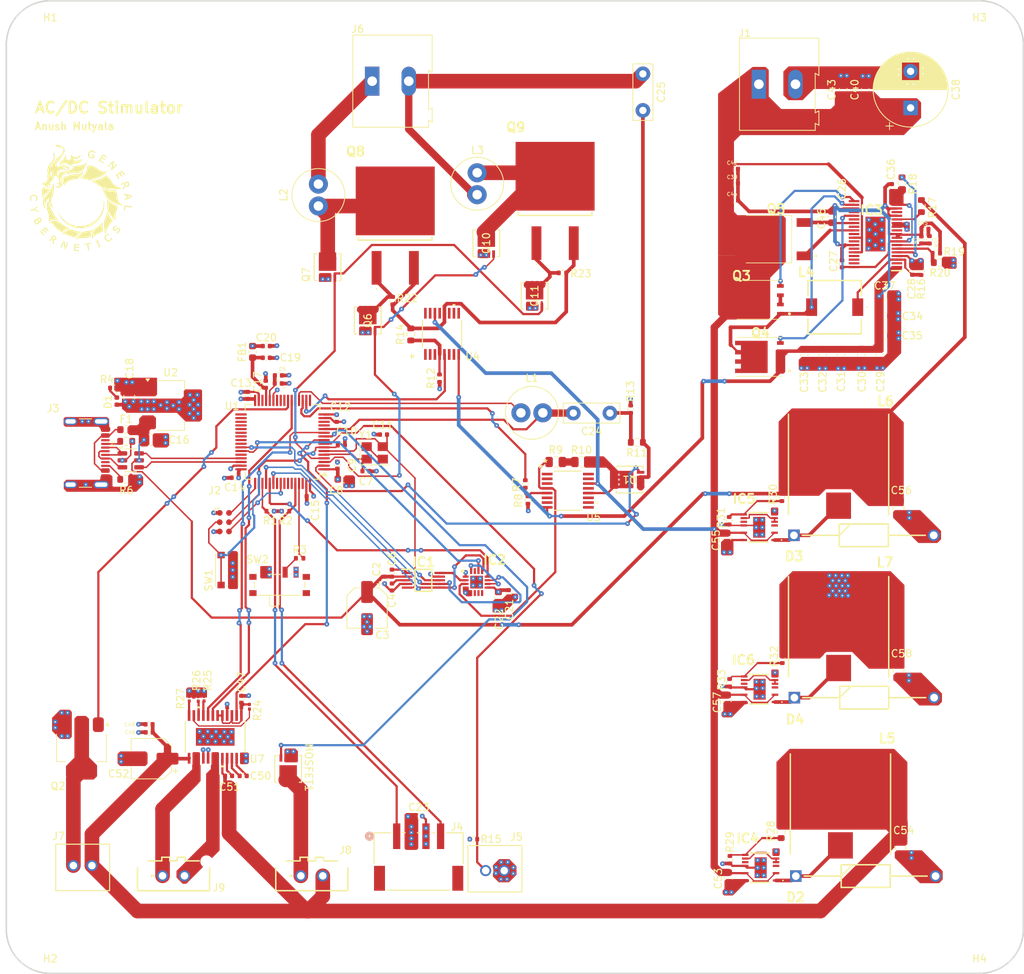
<source format=kicad_pcb>
(kicad_pcb (version 20240108) (generator "pcbnew") (generator_version "8.0")
  (layers (0 "F.Cu" signal) (1 "In1.Cu" signal) (2 "In2.Cu" signal) (31 "B.Cu" signal) (34 "B.Paste" user) (35 "F.Paste" user) (36 "B.SilkS" user "B.Silkscreen") (37 "F.SilkS" user "F.Silkscreen") (38 "B.Mask" user) (39 "F.Mask" user) (44 "Edge.Cuts" user))
  (net 0 "")
  (net 1 "/ADC_IN")
  (net 2 "GND")
  (net 3 "/pelt_cooler/DVDD")
  (net 4 "+12V")
  (net 5 "/pelt_cooler/CPL")
  (net 6 "/pelt_cooler/CPH")
  (net 7 "/pelt_cooler/VCP")
  (net 8 "+60V")
  (net 9 "+5V")
  (net 10 "+3.3V")
  (net 11 "/DCDC_inverter/DRVCC")
  (net 12 "-60V")
  (net 13 "/DCDC_inverter/INTVCC")
  (net 14 "/DCDC_inverter/SW")
  (net 15 "/DCDC_inverter/BOOST")
  (net 16 "/DCDC_inverter/SENSE+")
  (net 17 "/DCDC_inverter/ITH")
  (net 18 "Net-(IC1-COMP)")
  (net 19 "Net-(IC1-CAP{slash}2.5V)")
  (net 20 "/V_AC")
  (net 21 "+3.3VA")
  (net 22 "/VREF")
  (net 23 "/NRST")
  (net 24 "/HSE_IN")
  (net 25 "/HSE_OUT")
  (net 26 "/PWR_LED_K")
  (net 27 "/SPI_DO")
  (net 28 "/FG_OUT")
  (net 29 "/SPI_CLK")
  (net 30 "/FG_CS")
  (net 31 "/DCDC_inverter/VFB")
  (net 32 "/DCDC_inverter/BG")
  (net 33 "/DCDC_inverter/NDRV")
  (net 34 "/DCDC_inverter/TG")
  (net 35 "/SPI_DI")
  (net 36 "/POT_OUT")
  (net 37 "/POT_CS")
  (net 38 "Net-(IC4-VFB)")
  (net 40 "Net-(IC4-SS)")
  (net 42 "Net-(IC5-SS)")
  (net 43 "Net-(IC5-VFB)")
  (net 46 "Net-(IC6-VFB)")
  (net 49 "Net-(IC6-SS)")
  (net 50 "/I2C_SCL")
  (net 51 "/I2C_SDA")
  (net 52 "/THERM_FB")
  (net 53 "/SWCLK")
  (net 54 "/SWDIO")
  (net 55 "/SWO")
  (net 56 "/pelt_cooler/Incubator Peltier Cooler")
  (net 57 "/pelt_cooler/OUT1")
  (net 58 "/pelt_cooler/OUT2")
  (net 59 "/CO2 Solenoid")
  (net 60 "/V_DC1")
  (net 61 "/V_DC2")
  (net 62 "/DAC_FB")
  (net 63 "/INCUBATOR_PELT_OUT")
  (net 64 "/H_Bridge_IN1")
  (net 65 "/V_DC")
  (net 66 "/H_Bridge_IN2")
  (net 67 "/VAC_ON")
  (net 68 "/LTC6090_AC/OUT")
  (net 69 "/SOLEN_OUT")
  (net 70 "/LTC6090_DC/-IN")
  (net 71 "/DAC_AC")
  (net 72 "/LTC6090_AC/+IN")
  (net 73 "/BOOT0")
  (net 74 "/pelt_cooler/NSLEEP")
  (net 75 "/H_BRIDGE_FAULT")
  (net 76 "/H_BRIDGE_IN2")
  (net 77 "/H_BRIDGE_IN1")
  (net 87 "/DAC_DC")
  (net 101 "/USB_D-")
  (net 102 "/USB_D+")
  (net 103 "Net-(J6-Pin_2)")
  (net 104 "Net-(C45-Pad1)")
  (net 105 "Net-(F1-Pad1)")
  (net 108 "Net-(IC2-VLOGIC)")
  (net 116 "Net-(IC3-SS)")
  (net 118 "Net-(IC3-PGOOD)")
  (net 125 "Net-(J3-D--PadA7)")
  (net 126 "Net-(J3-D+-PadA6)")
  (net 127 "Net-(J3-CC1)")
  (net 128 "Net-(J3-CC2)")
  (net 129 "Net-(J6-Pin_1)")
  (net 130 "Net-(Q3-S_2)")
  (net 131 "Net-(Q4-D_1)")
  (net 132 "Net-(Q6-D_1)")
  (net 133 "Net-(Q11-D_1)")
  (net 134 "Net-(SW2-B)")
  (net 135 "Net-(R10-Pad1)")
  (net 136 "Net-(U7-DISABLE)")
  (net 137 "Net-(U7-IPROPI1)")
  (net 138 "Net-(U7-IPROPI2)")
  (net 162 "Net-(Y1-Pad2)")
  (net 163 "Net-(D2-K)")
  (net 164 "Net-(D3-K)")
  (net 165 "Net-(D4-K)")
  (net 166 "Net-(C24-Pad1)")
  (footprint "LTC3896EFE#PBF:SOP50P640X120-39N" (layer "F.Cu") (at 189.7875 52.905 180)
    (property "Reference" "IC3")
    (property "Value" "LTC3896EFE#PBF" (hide yes))
  )
  (footprint "Capacitor_SMD:C_0402_1005Metric" (layer "F.Cu") (at 185.2125 56.985 -90)
    (property "Reference" "C27")
    (property "Value" "0.1u")
  )
  (footprint "Capacitor_SMD:C_0402_1005Metric" (layer "F.Cu") (at 170.5125 44.005)
    (property "Reference" "C42")
    (property "Value" "0.1u")
  )
  (footprint "1x02_socket_66200211122.pretty:66200211122" (layer "F.Cu") (at 93.849999 140.6627 180)
    (property "Reference" "J9")
    (property "Value" "6620XX11122_66200211122")
    (property "VALUE" "66200211122" (hide yes))
  )
  (footprint "Resistor_SMD:R_0603_1608Metric" (layer "F.Cu") (at 196.0625 49.08 90)
    (property "Reference" "R17")
    (property "Value" "100k")
  )
  (footprint "Resistor_SMD:R_0402_1005Metric" (layer "F.Cu") (at 107.06 90.8)
    (property "Reference" "R1")
    (property "Value" "10k")
  )
  (footprint "IPB320P10LMATMA1:IPB320P10LMATMA1" (layer "F.Cu") (at 146 45.867 -90)
    (property "Reference" "Q9")
    (property "Value" "IPB320P10LMATMA1" (hide yes))
  )
  (footprint "Resistor_SMD:R_0402_1005Metric" (layer "F.Cu") (at 111.09 97.24)
    (property "Reference" "R3")
    (property "Value" "10k")
  )
  (footprint "Capacitor_THT:CP_Radial_D10.0mm_P5.00mm" (layer "F.Cu") (at 194.5875 35.655 90)
    (property "Reference" "C38")
    (property "Value" "47u")
  )
  (footprint "Capacitor_SMD:C_0603_1608Metric" (layer "F.Cu") (at 180.0525 69.43 -90)
    (property "Reference" "C33")
    (property "Value" "4.7u")
  )
  (footprint "Capacitor_SMD:CP_Elec_5x5.4" (layer "F.Cu") (at 120.3 104.05 -90)
    (property "Reference" "C3")
    (property "Value" "10u")
  )
  (footprint "Resistor_SMD:R_0402_1005Metric" (layer "F.Cu") (at 141.9319 87.08 -90)
    (property "Reference" "R7")
    (property "Value" "10k")
  )
  (footprint "Resistor_SMD:R_0603_1608Metric" (layer "F.Cu") (at 176.895 134.675 -90)
    (property "Reference" "R28")
    (property "Value" "200k")
  )
  (footprint "MountingHole:MountingHole_2.7mm_M2.5" (layer "F.Cu") (at 204 27)
    (property "Reference" "H3")
    (property "Value" "MountingHole")
  )
  (footprint "Capacitor_SMD:C_0603_1608Metric" (layer "F.Cu") (at 187.8525 69.405 -90)
    (property "Reference" "C30")
    (property "Value" "4.7u")
  )
  (footprint "Package_QFP:LQFP-64_10x10mm_P0.5mm" (layer "F.Cu") (at 108.75 81.325 180)
    (property "Reference" "U1")
    (property "Value" "STM32G473RCTx")
  )
  (footprint "LTC3637IMSE#PBF:LTC3637IMSEPBF" (layer "F.Cu") (at 173.895 93 90)
    (property "Reference" "IC5")
    (property "Value" "LTC3637IMSE#PBF" (hide yes))
  )
  (footprint "Capacitor_SMD:C_0805_2012Metric" (layer "F.Cu") (at 193.2 136.85 -90)
    (property "Reference" "C54")
    (property "Value" "47u")
  )
  (footprint "Capacitor_SMD:C_0402_1005Metric" (layer "F.Cu") (at 104 74.97 90)
    (property "Reference" "C13")
    (property "Value" "100n")
  )
  (footprint "Resistor_SMD:R_0201_0603Metric" (layer "F.Cu") (at 96 116.4445 -90)
    (property "Reference" "R27")
    (property "Value" "1.5k")
  )
  (footprint "Capacitor_SMD:C_0402_1005Metric" (layer "F.Cu") (at 194.825 57.99 90)
    (property "Reference" "C28")
    (property "Value" "1n")
  )
  (footprint "Capacitor_SMD:C_0402_1005Metric" (layer "F.Cu") (at 106.53 68.225)
    (property "Reference" "C20")
    (property "Value" "1u")
  )
  (footprint "LTC3637IMSE#PBF:LTC3637IMSEPBF" (layer "F.Cu") (at 173.95 115.15 90)
    (property "Reference" "IC6")
    (property "Value" "LTC3637IMSE#PBF" (hide yes))
  )
  (footprint "Resistor_SMD:R_0805_2012Metric" (layer "F.Cu") (at 149.6125 84.07536)
    (property "Reference" "R10")
    (property "Value" "1.8M")
  )
  (footprint "Capacitor_SMD:C_0402_1005Metric" (layer "F.Cu") (at 123.7 99.27 90)
    (property "Reference" "C6")
    (property "Value" "10n")
  )
  (footprint "Capacitor_SMD:C_0402_1005Metric" (layer "F.Cu") (at 112.52 88.75 180)
    (property "Reference" "C15")
    (property "Value" "100n")
  )
  (footprint "Resistor_SMD:R_0402_1005Metric" (layer "F.Cu") (at 169.795 92.11 -90)
    (property "Reference" "R31")
    (property "Value" "10k")
  )
  (footprint "Capacitor_SMD:C_0402_1005Metric" (layer "F.Cu") (at 139.65 102.075 -90)
    (property "Reference" "C21")
    (property "Value" "0.1u")
  )
  (footprint "SRP1270-100M:INDPM137137X700N" (layer "F.Cu") (at 185 130.85 90)
    (property "Reference" "L5")
    (property "Value" "10u" (hide yes))
  )
  (footprint "Capacitor_SMD:C_0402_1005Metric" (layer "F.Cu") (at 185.2125 49.125 90)
    (property "Reference" "C26")
    (property "Value" "0.1u")
  )
  (footprint "TerminalBlock:TerminalBlock_Altech_AK300-2_P5.00mm" (layer "F.Cu") (at 173.8525 32.42)
    (property "Reference" "J1")
    (property "Value" "Screw_Terminal_01x02")
  )
  (footprint "BSZ070N08LS5ATMA1:TSDSON-8-FL_INF" (layer "F.Cu") (at 109.5156 126.0459 -90)
    (property "Reference" "MOSFET1")
    (property "Value" "BSZ070N08LS5ATMA1")
  )
  (footprint "Capacitor_SMD:C_0402_1005Metric" (layer "F.Cu") (at 123.7 101.17 90)
    (property "Reference" "C4")
    (property "Value" "100n")
  )
  (footprint "Capacitor_SMD:C_0402_1005Metric" (layer "F.Cu") (at 170.5325 48.305)
    (property "Reference" "C44")
    (property "Value" "0.1u")
  )
  (footprint "Capacitor_SMD:C_0402_1005Metric" (layer "F.Cu") (at 196.5425 52.205 180)
    (property "Reference" "C45")
    (property "Value" "15n")
  )
  (footprint "Capacitor_SMD:C_0805_2012Metric" (layer "F.Cu") (at 192.95 112.6 -90)
    (property "Reference" "C58")
    (property "Value" "47u")
  )
  (footprint "Capacitor_SMD:C_0603_1608Metric" (layer "F.Cu") (at 182.5625 69.43 -90)
    (property "Reference" "C32")
    (property "Value" "4.7u")
  )
  (footprint "Resistor_SMD:R_0402_1005Metric" (layer "F.Cu") (at 197.1625 53.695 90)
    (property "Reference" "R21")
    (property "Value" "4.99k")
  )
  (footprint "Resistor_SMD:R_0805_2012Metric" (layer "F.Cu") (at 146.0875 84.07536)
    (property "Reference" "R9")
    (property "Value" "1M")
  )
  (footprint "Capacitor_SMD:C_0805_2012Metric" (layer "F.Cu") (at 90.75 81.05)
    (property "Reference" "C16")
    (property "Value" "22u")
  )
  (footprint "BSZ070N08LS5ATMA1:TSDSON-8-FL_INF" (layer "F.Cu") (at 156.1925 86.47536 180)
    (property "Reference" "Q1")
    (property "Value" "BSZ096N10LS5ATMA1")
  )
  (footprint "Capacitor_SMD:C_0402_1005Metric" (layer "F.Cu") (at 108.1825 72.235)
    (property "Reference" "C5")
    (property "Value" "1u")
  )
  (footprint "SRR0745HA-470M:SRR0745HA470M" (layer "F.Cu") (at 184.2125 62.905 180)
    (property "Reference" "L4")
    (property "Value" "SRR0745HA-470M" (hide yes))
  )
  (footprint "Crystal:Crystal_SMD_3225-4Pin_3.2x2.5mm" (layer "F.Cu") (at 121.35 82.825)
    (property "Reference" "Y1")
    (property "Value" "16Mhz")
  )
  (footprint "Fuse:Fuse_0603_1608Metric" (layer "F.Cu") (at 87.375 79.65)
    (property "Reference" "F1")
    (property "Value" "500mA")
  )
  (footprint "Capacitor_SMD:C_0402_1005Metric" (layer "F.Cu") (at 116.25 84.505 90)
    (property "Reference" "C9")
    (property "Value" "100n")
  )
  (footprint "Capacitor_SMD:C_0603_1608Metric" (layer "F.Cu") (at 191.0625 66.805)
    (property "Reference" "C35")
    (property "Value" "4.7u")
  )
  (footprint "Capacitor_SMD:C_0805_2012Metric" (layer "F.Cu") (at 192.9455 90.35 -90)
    (property "Reference" "C56")
    (property "Value" "47u")
  )
  (footprint "Button_Switch_SMD:SW_SPDT_PCM12" (layer "F.Cu") (at 108.35 100.57)
    (property "Reference" "SW2")
    (property "Value" "SW_SPDT")
  )
  (footprint "BSZ070N08LS5ATMA1:TSDSON-8-FL_INF" (layer "F.Cu") (at 143.2 61.345 90)
    (property "Reference" "Q11")
    (property "Value" "BSZ096N10LS5ATMA1")
  )
  (footprint "Resistor_SMD:R_0402_1005Metric" (layer "F.Cu") (at 156.3281 76.86 90)
    (property "Reference" "R13")
    (property "Value" "10k")
  )
  (footprint "Resistor_SMD:R_0402_1005Metric" (layer "F.Cu") (at 85.69 73.95)
    (property "Reference" "R4")
    (property "Value" "1k")
  )
  (footprint "1x02_socket_IPL1-102-01-L-S-K.pretty:CONN_IPL1-102-01-L-S-K_SAI" (layer "F.Cu") (at 80.159998 139.2627)
    (property "Reference" "J7")
    (property "Value" "IPL1-102-01-L-S-K")
  )
  (footprint "Capacitor_SMD:C_0402_1005Metric" (layer "F.Cu") (at 101.37 127 180)
    (property "Reference" "C51")
    (property "Value" "1u")
  )
  (footprint "MountingHole:MountingHole_2.7mm_M2.5" (layer "F.Cu") (at 204 148)
    (property "Reference" "H4")
    (property "Value" "MountingHole")
  )
  (footprint "Resistor_SMD:R_0402_1005Metric" (layer "F.Cu") (at 196.025 58 90)
    (property "Reference" "R16")
    (property "Value" "10m")
  )
  (footprint "Resistor_SMD:R_0402_1005Metric" (layer "F.Cu") (at 147.015 58.215 180)
    (property "Reference" "R23")
    (property "Value" "10k")
  )
  (footprint "Capacitor_SMD:C_0603_1608Metric" (layer "F.Cu") (at 188.3875 33.162323 90)
    (property "Reference" "C40")
    (property "Value" "2.2u")
  )
  (footprint "Resistor_SMD:R_0603_1608Metric" (layer "F.Cu") (at 87.3875 86.45)
    (property "Reference" "R6")
    (property "Value" "5.1k")
  )
  (footprint "LTC3637IMSE#PBF:LTC3637IMSEPBF" (layer "F.Cu") (at 174.095 139.55 90)
    (property "Reference" "IC4")
    (property "Value" "LTC3637IMSE#PBF" (hide yes))
  )
  (footprint "1x02_socket_66200211122.pretty:66200211122" (layer "F.Cu") (at 112.749999 140.6655 180)
    (property "Reference" "J8")
    (property "Value" "6620XX11122_66200211122")
    (property "VALUE" "66200211122" (hide yes))
  )
  (footprint "Package_TO_SOT_SMD:SOT-23-6" (layer "F.Cu") (at 88 83.85)
    (property "Reference" "U3" (hide yes))
    (property "Value" "USBLC6-2SC6")
  )
  (footprint "Capacitor_SMD:C_0603_1608Metric" (layer "F.Cu") (at 191.0625 61.405)
    (property "Reference" "C37")
    (property "Value" "4.7u")
  )
  (footprint "Button_Switch_SMD:SW_Push_1P1T_NO_CK_KMR2" (layer "F.Cu") (at 101.15 98.85 -90)
    (property "Reference" "SW1")
    (property "Value" "SW_Push")
  )
  (footprint "Capacitor_THT:C_Disc_D7.5mm_W2.5mm_P5.00mm" (layer "F.Cu") (at 153.4919 77.385 180)
    (property "Reference" "C24")
    (property "Value" "100u")
  )
  (footprint "Capacitor_SMD:C_0402_1005Metric" (layer "F.Cu") (at 196.0625 53.705 90)
    (property "Reference" "C41")
    (property "Value" "100p")
  )
  (footprint "BSZ070N08LS5ATMA1:TSDSON-8-FL_INF" (layer "F.Cu") (at 114.9 57.425 90)
    (property "Reference" "Q7")
    (property "Value" "BSZ096N10LS5ATMA1")
  )
  (footprint "DRV8873HPWPR.pretty:PWP24_TEX" (layer "F.Cu") (at 99.549998 121.6655 -90)
    (property "Reference" "U7")
    (property "Value" "DRV8873HPWPR")
  )
  (footprint "Resistor_SMD:R_0402_1005Metric" (layer "F.Cu") (at 169.85 114.26 -90)
    (property "Reference" "R33")
    (property "Value" "10k")
  )
  (footprint "LTC6090CFE_PBF:TSSOP-16_FE&slash_BA_LIT" (layer "F.Cu") (at 130.55 66.55 90)
    (property "Reference" "U4")
    (property "Value" "LTC6090CFE-PBF")
  )
  (footprint "Inductor_SMD:L_0603_1608Metric" (layer "F.Cu") (at 104.65 69.0125 90)
    (property "Reference" "FB1")
    (property "Value" "120R")
  )
  (footprint "Package_TO_SOT_SMD:SOT-223-3_TabPin2" (layer "F.Cu") (at 81.274999 123.1445 -90)
    (property "Reference" "Q2")
    (property "Value" "NDT3055L")
  )
  (footprint "Capacitor_SMD:C_0603_1608Metric" (layer "F.Cu") (at 117.075 86.425)
    (property "Reference" "C8")
    (property "Value" "10u")
  )
  (footprint "LTC6090CFE_PBF:TSSOP-16_FE&slash_BA_LIT" (layer "F.Cu") (at 147.7319 88)
    (property "Reference" "U5")
    (property "Value" "LTC6090CFE-PBF")
  )
  (footprint "Capacitor_SMD:C_0402_1005Metric" (layer "F.Cu") (at 106.53 69.825)
    (property "Reference" "C19")
    (property "Value" "1u")
  )
  (footprint "TerminalBlock:TerminalBlock_Altech_AK300-2_P5.00mm" (layer "F.Cu") (at 121 32)
    (property "Reference" "J6")
    (property "Value" "Screw_Terminal_01x02")
  )
  (footprint "Inductor_THT:L_Radial_D7.0mm_P3.00mm" (layer "F.Cu") (at 141.3281 77.35524)
    (property "Reference" "L1")
    (property "Value" "2.5")
  )
  (footprint "Capacitor_SMD:C_0805_2012Metric" (layer "F.Cu") (at 87.8 75.2 90)
    (property "Reference" "C18")
    (property "Value" "22u")
  )
  (footprint "SRP1270-100M:INDPM137137X700N" (layer "F.Cu") (at 184.7455 84.4 90)
    (property "Reference" "L6")
    (property "Value" "10u" (hide yes))
  )
  (footprint "Capacitor_SMD:C_0402_1005Metric" (layer "F.Cu") (at 103.37 127 180)
    (property "Reference" "C50")
    (property "Value" "47n")
  )
  (footprint "Capacitor_THT:C_Disc_D7.5mm_W2.5mm_P5.00mm" (layer "F.Cu") (at 158 31 -90)
    (property "Reference" "C25")
    (property "Value" "100u")
  )
  (footprint "Connector_USB:USB_C_Receptacle_GCT_USB4105-xx-A_16P_TopMnt_Horizontal" (layer "F.Cu") (at 80.8575 82.85 -90)
    (property "Reference" "J3")
    (property "Value" "USB_C_Receptacle_USB2.0_14P")
  )
  (footprint "Resistor_SMD:R_0603_1608Metric" (layer "F.Cu") (at 198.5875 56.805)
    (property "Reference" "R20")
    (property "Value" "740k")
  )
  (footprint "Capacitor_SMD:C_0402_1005Metric" (layer "F.Cu") (at 127.38 132.5 180)
    (property "Reference" "C23")
    (property "Value" "100n")
  )
  (footprint "BSZ070N08LS5ATMA1:TSDSON-8-FL_INF" (layer "F.Cu") (at 136.6 54.145 90)
    (property "Reference" "Q10")
    (property "Value" "BSZ096N10LS5ATMA1")
  )
  (footprint "Resistor_SMD:R_0603_1608Metric" (layer "F.Cu") (at 157.175 81.385 180)
    (property "Reference" "R11")
    (property "Value" "1M")
  )
  (footprint "Capacitor_SMD:C_0603_1608Metric" (layer "F.Cu") (at 169.55 116.725 -90)
    (property "Reference" "C57")
    (property "Value" "2.2u")
  )
  (footprint "Capacitor_SMD:C_0402_1005Metric" (layer "F.Cu") (at 90.525 121.0445 180)
    (property "Reference" "C48")
    (property "Value" "100n")
  )
  (footprint "1x02_socket_IPL1-102-01-L-S-K.pretty:CONN_IPL1-102-01-L-S-K_SAI" (layer "F.Cu") (at 139.049998 139.949999 180)
    (property "Reference" "J5")
    (property "Value" "IPL1-102-01-L-S-K")
  )
  (footprint "IPD320N20N3GATMA1:BTS3035TFATMA1" (layer "F.Cu") (at 170.6125 53.605 90)
    (property "Reference" "Q5")
    (property "Value" "IPD320N20N3GATMA1" (hide yes))
  )
  (footprint "Resistor_SMD:R_0402_1005Metric" (layer "F.Cu") (at 176.995 88.91 -90)
    (property "Reference" "R30")
    (property "Value" "42.5k")
  )
  (footprint "Capacitor_SMD:C_0402_1005Metric" (layer "F.Cu") (at 122.55 80.325 180)
    (property "Reference" "C11")
    (property "Value" "30p")
  )
  (footprint "Capacitor_SMD:C_0603_1608Metric" (layer "F.Cu") (at 138.25 102.62 -90)
    (property "Reference" "C22")
    (property "Value" "10u")
  )
  (footprint "Resistor_SMD:R_0402_1005Metric" (layer "F.Cu") (at 142.2875 89.27536 -90)
    (property "Reference" "R8")
    (property "Value" "10k")
  )
  (footprint "MBR2100:DIOAD1910W86L670D310" (layer "F.Cu") (at 178.9 140.7)
    (property "Reference" "D2")
    (property "Value" "MBR2100" (hide yes))
  )
  (footprint "Resistor_SMD:R_0402_1005Metric" (layer "F.Cu") (at 123.8 62.015 90)
    (property "Reference" "R22")
    (property "Value" "10k")
  )
  (footprint "Resistor_SMD:R_0201_0603Metric" (layer "F.Cu") (at 97.225 116.4645 -90)
    (property "Reference" "R26")
    (property "Value" "1.5k")
  )
  (footprint "Capacitor_SMD:C_0402_1005Metric" (layer "F.Cu") (at 192.0125 46.555 -90)
    (property "Reference" "C36")
    (property "Value" "0.1u")
  )
  (footprint "Capacitor_SMD:C_0603_1608Metric" (layer "F.Cu") (at 183.8125 50.58 90)
    (property "Reference" "C46")
    (property "Value" "4.7u")
  )
  (footprint "Capacitor_SMD:C_0402_1005Metric" (layer "F.Cu") (at 106.45 73.445 90)
    (property "Reference" "C17")
    (property "Value" "10n")
  )
  (footprint "Capacitor_SMD:CP_Elec_5x5.4" (layer "F.Cu") (at 90.825 124.6445 180)
    (property "Reference" "C52")
    (property "Value" "10u")
  )
  (footprint "Resistor_SMD:R_0201_0603Metric" (layer "F.Cu") (at 104.225 117.5445 -90)
    (property "Reference" "R24")
    (property "Value" "10k")
  )
  (footprint "IPB320P10LMATMA1:IPB320P10LMATMA1" (layer "F.Cu") (at 124.15 49.242 -90)
    (property "Reference" "Q8")
    (property "Value" "IPB320P10LMATMA1" (hide yes))
  )
  (footprint "Resistor_SMD:R_0603_1608Metric" (layer "F.Cu") (at 87.3875 81.25)
    (property "Reference" "R5")
    (property "Value" "5.1k")
  )
  (footprint "BSC520N15NS3G:BSC093N04LSG" (layer "F.Cu") (at 173.925 69.705 90)
    (property "Reference" "Q4")
    (property "Value" "BSC520N15NS3G" (hide yes))
  )
  (footprint "Resistor_SMD:R_0402_1005Metric" (layer "F.Cu") (at 198.1025 55.525)
    (property "Reference" "R19")
    (property "Value" "10k")
  )
  (footprint "Capacitor_SMD:C_0402_1005Metric" (layer "F.Cu") (at 116.15 78.105 -90)
    (property "Reference" "C12")
    (property "Value" "100n")
  )
  (footprint "Capacitor_SMD:C_0402_1005Metric" (layer "F.Cu") (at 90.505 119.9445 180)
    (property "Reference" "C49")
    (property "Value" "100n")
  )
  (footprint "LOGO" (layer "F.Cu") (at 81.2 47.975)
    (property "Reference" "G***" (hide yes))
    (property "Value" "LOGO" (hide yes))
  )
  (footprint "MBR2100:DIOAD1910W86L670D310" (layer "F.Cu") (at 178.7005 116.3)
    (property "Reference" "D4")
    (property "Value" "MBR2100" (hide yes))
  )
  (footprint "Capacitor_SMD:C_0402_1005Metric" (layer "F.Cu") (at 122.7 100.23 90)
    (property "Reference" "C2")
    (property "Value" "100n")
  )
  (footprint "Capacitor_SMD:C_0603_1608Metric" (layer "F.Cu") (at 169.495 94.575 -90)
    (property "Reference" "C55")
    (property "Value" "2.2u")
  )
  (footprint "LED_SMD:LED_0402_1005Metric" (layer "F.Cu") (at 86.1 75.75 -90)
    (property "Reference" "D1")
    (property "Value" "LED")
  )
  (footprint "MountingHole:MountingHole_2.7mm_M2.5" (layer "F.Cu") (at 77 27)
    (property "Reference" "H1")
    (property "Value" "MountingHole")
  )
  (footprint "male_socket_S4B-PH-SM4-TB.pretty:CONN4_S4B-PH-SM4-TB_JST" (layer "F.Cu") (at 127.349999 138.7027 180)
    (property "Reference" "J4")
    (property "Value" "S4B-PH-SM4-TB")
  )
  (footprint "Resistor_SMD:R_0201_0603Metric" (layer "F.Cu") (at 98.025 116.4395 -90)
    (property "Reference" "R25")
    (property "Value" "1k")
  )
  (footprint "Capacitor_SMD:C_0603_1608Metric" (layer "F.Cu") (at 185.0725 69.43 -90)
    (property "Reference" "C31")
    (property "Value" "4.7u")
  )
  (footprint "Capacitor_SMD:C_0402_1005Metric" (layer "F.Cu") (at 120.15 85.325)
    (property "Reference" "C7")
    (property "Value" "30p")
  )
  (footprint "AD5122BCPZ10-RL7:QFN50P300X300X80-17N-D" (layer "F.Cu") (at 135.275 100.5)
    (property "Reference" "IC2")
    (property "Value" "AD5122BCPZ10-RL7" (hide yes))
  )
  (footprint "Resistor_SMD:R_0603_1608Metric" (layer "F.Cu") (at 193.4125 45.98 -90)
    (property "Reference" "R18")
    (property "Value" "301k")
  )
  (footprint "Capacitor_SMD:C_0402_1005Metric" (layer "F.Cu") (at 116.785 81.786558)
    (property "Reference" "C10")
    (property "Value" "100n")
  )
  (footprint "Capacitor_SMD:C_0402_1005Metric" (layer "F.Cu") (at 103.125 116.5245 -90)
    (property "Reference" "C47")
    (property "Value" "1u")
  )
  (footprint "Capacitor_SMD:C_0603_1608Metric" (layer "F.Cu") (at 191.0625 64.105)
    (property "Reference" "C34")
    (property "Value" "4.7u")
  )
  (footprint "Resistor_SMD:R_0402_1005Metric" (layer "F.Cu") (at 109.16 90.8)
    (property "Reference" "R2")
    (property "Value" "10k")
  )
  (footprint "Inductor_THT:L_Radial_D7.0mm_P3.00mm" (layer "F.Cu") (at 113.65 49.075 90)
    (property "Reference" "L2")
    (property "Value" "2.5")
  )
  (footprint "Capacitor_SMD:C_0603_1608Metric" (layer "F.Cu") (at 169.695 140.975 -90)
    (property "Reference" "C53")
    (property "Value" "2.2u")
  )
  (footprint "Connector:Tag-Connect_TC2030-IDC-NL_2x03_P1.27mm_Vertical" (layer "F.Cu") (at 100.796526 92.305 -90)
    (property "Reference" "J2")
    (property "Value" "Conn_ARM_SWD_TagConnect_TC2030-NL")
  )
  (footprint "Package_TO_SOT_SMD:SOT-223-3_TabPin2" (layer "F.Cu") (at 93.45 76.35)
    (property "Reference" "U2")
    (property "Value" "AMS1117-3.3")
  )
  (footprint "BSZ070N08LS5ATMA1:TSDSON-8-FL_INF" (layer "F.Cu") (at 120.4 64.735 90)
    (property "Reference" "Q6")
    (property "Value" "BSZ096N10LS5ATMA1")
  )
  (footprint "Capacitor_SMD:C_0402_1005Metric" (layer "F.Cu") (at 170.5125 45.975)
    (property "Reference" "C39")
    (property "Value" "0.1u")
  )
  (footprint "Resistor_SMD:R_0402_1005Metric" (layer "F.Cu") (at 169.895 138.46 -90)
    (property "Reference" "R29")
    (property "Value" "35.7k")
  )
  (footprint "Resistor_SMD:R_0402_1005Metric" (layer "F.Cu") (at 177.05 111.06 -90)
    (property "Reference" "R32")
    (property "Value" "31.25k")
  )
  (footprint "AD9833BRM-REEL7:SOP50P490X110-10N" (layer "F.Cu") (at 128 100.25)
    (property "Reference" "IC1")
    (property "Value" "AD9833BRM-REEL7" (hide yes))
  )
  (footprint "Capacitor_SMD:C_0402_1005Metric" (layer "F.Cu") (at 108.1625 73.335)
    (property "Reference" "C1")
    (property "Value" "100n")
  )
  (footprint "Resistor_SMD:R_0402_1005Metric" (layer "F.Cu") (at 134.839998 135.649999 180)
    (property "Reference" "R15")
    (property "Value" "10k")
  )
  (footprint "MountingHole:MountingHole_2.7mm_M2.5" (layer "F.Cu") (at 77 148)
    (property "Reference" "H2")
    (property "Value" "MountingHole")
  )
  (footprint "Resistor_SMD:R_0603_1608Metric" (layer "F.Cu") (at 126.27464 66.6306 90)
    (property "Reference" "R14")
    (property "Value" "172k")
  )
  (footprint "Inductor_THT:L_Radial_D7.0mm_P3.00mm" (layer "F.Cu") (at 135.35 44.525 -90)
    (property "Reference" "L3")
    (property "Value" "2.5")
  )
  (footprint "Resistor_SMD:R_0402_1005Metric" (layer "F.Cu") (at 130.2 72.6206 90)
    (property "Reference" "R12")
    (property "Value" "10k")
  )
  (footprint "SRP1270-100M:INDPM137137X700N" (layer "F.Cu") (at 184.75 106.6 90)
    (property "Reference" "L7")
    (property "Value" "10u" (hide yes))
  )
  (footprint "Capacitor_SMD:C_0603_1608Metric" (layer "F.Cu") (at 190.3625 69.405 -90)
    (property "Reference" "C29")
    (property "Value" "4.7u")
  )
  (footprint "Capacitor_SMD:C_0402_1005Metric" (layer "F.Cu") (at 102.27 86.225 180)
    (property "Reference" "C14")
    (property "Value" "100n")
  )
  (footprint "Capacitor_SMD:C_0603_1608Metric" (layer "F.Cu") (at 185.3875 33.137323 90)
    (property "Reference" "C43")
    (property "Value" "2.2u")
  )
  (footprint "MBR2100:DIOAD1910W86L670D310" (layer "F.Cu") (at 178.6455 94.1)
    (property "Reference" "D3")
    (property "Value" "MBR2100" (hide yes))
  )
  (footprint "BSC520N15NS3G:BSC093N04LSG" (layer "F.Cu") (at 173.925 61.905 90)
    (property "Reference" "Q3")
    (property "Value" "BSC520N15NS3G" (hide yes))
  )
  (gr_arc (start 204 21) (mid 208.242641 22.757359) (end 210 27) (stroke (width 0.2)) (layer "Edge.Cuts"))
  (gr_arc (start 71 27) (mid 72.757359 22.757359) (end 77 21) (stroke (width 0.2)) (layer "Edge.Cuts"))
  (gr_line (start 77 154) (end 204 154) (stroke (width 0.2)) (layer "Edge.Cuts"))
  (gr_line (start 71 27) (end 71 148) (stroke (width 0.2)) (layer "Edge.Cuts"))
  (gr_line (start 204 21) (end 77 21) (stroke (width 0.2)) (layer "Edge.Cuts"))
  (gr_line (start 210 148) (end 210 27) (stroke (width 0.2)) (layer "Edge.Cuts"))
  (gr_arc (start 210 148) (mid 208.242641 152.242641) (end 204 154) (stroke (width 0.2)) (layer "Edge.Cuts"))
  (gr_arc (start 77 154) (mid 72.757359 152.242641) (end 71 148) (stroke (width 0.2)) (layer "Edge.Cuts"))
  (gr_text "AC/DC Stimulator" (at 74.75 36.5 0) (layer "F.SilkS") (effects (font (size 1.5 1.5) (thickness 0.3) (bold yes)) (justify left bottom)))
  (gr_text "Anush Mutyala\n" (at 74.775 38.75 0) (layer "F.SilkS") (effects (font (size 1 1) (thickness 0.1875)) (justify left bottom)))
  (segment (start 139 78.3) (end 140.3 79.6) (width 0.3) (layer "F.Cu") (net 1))
  (segment (start 117.975 79.575) (end 119.25 78.3) (width 0.3) (layer "F.Cu") (net 1))
  (segment (start 142.08334 79.6) (end 144.3281 77.35524) (width 0.3) (layer "F.Cu") (net 1))
  (segment (start 140.3 79.6) (end 142.08334 79.6) (width 0.3) (layer "F.Cu") (net 1))
  (segment (start 114.425 79.575) (end 117.975 79.575) (width 0.3) (layer "F.Cu") (net 1))
  (segment (start 119.25 78.3) (end 139 78.3) (width 0.3) (layer "F.Cu") (net 1))
  (segment (start 148.4919 77.385) (end 144.35786 77.385) (width 1) (layer "F.Cu") (net 1))
  (segment (start 144.35786 77.385) (end 144.3281 77.35524) (width 1) (layer "F.Cu") (net 1))
  (segment (start 170.2275 139.3025) (end 171.99 139.3025) (width 0.3) (layer "F.Cu") (net 2))
  (segment (start 115.81312 78.585) (end 116.15 78.585) (width 0.3) (layer "F.Cu") (net 2))
  (segment (start 122.7 100.71) (end 122.7 100.85) (width 0.3) (layer "F.Cu") (net 2))
  (segment (start 117.275 81.811558) (end 117.275 80.888442) (width 0.5) (layer "F.Cu") (net 2))
  (segment (start 98.574999 123.450001) (end 98.6 123.425) (width 0.3) (layer "F.Cu") (net 2))
  (segment (start 88 83.136262) (end 87.286262 83.85) (width 0.2) (layer "F.Cu") (net 2))
  (segment (start 195.94 56.5) (end 195.9775 56.5375) (width 0.3) (layer "F.Cu") (net 2))
  (segment (start 168.942 114.775) (end 168.907 114.81) (width 0.5) (layer "F.Cu") (net 2))
  (segment (start 116.15 78.585) (end 117.11 78.585) (width 0.3) (layer "F.Cu") (net 2))
  (segment (start 126.867498 132.516999) (end 125.932498 132.516999) (width 0.5) (layer "F.Cu") (net 2))
  (segment (start 122.07 80.325) (end 121.3 80.325) (width 0.5) (layer "F.Cu") (net 2))
  (segment (start 89.107499 119.9115) (end 89.072499 119.9465) (width 0.5) (layer "F.Cu") (net 2))
  (segment (start 172.2375 139.55) (end 171.99 139.3025) (width 0.3) (layer "F.Cu") (net 2))
  (segment (start 173.95 115.15) (end 172.0925 115.15) (width 0.3) (layer "F.Cu") (net 2))
  (segment (start 104.025 74.49) (end 103.09 74.49) (width 0.5) (layer "F.Cu") (net 2))
  (segment (start 129.324998 99.75) (end 130.225 99.75) (width 0.3) (layer "F.Cu") (net 2))
  (segment (start 103.157499 116.0615) (end 104.092499 116.0615) (width 0.5) (layer "F.Cu") (net 2))
  (segment (start 106.46 72.95) (end 106.46 72.015) (width 0.5) (layer "F.Cu") (net 2))
  (segment (start 97.924997 124.5865) (end 97.924997 123.449997) (width 0.3) (layer "F.Cu") (net 2))
  (segment (start 115.30312 78.075) (end 115.81312 78.585) (width 0.3) (layer "F.Cu") (net 2))
  (segment (start 107.01 69.85) (end 107.945 69.85) (width 0.5) (layer "F.Cu") (net 2))
  (segment (start 169.895 138.97) (end 170.2275 139.3025) (width 0.3) (layer "F.Cu") (net 2))
  (segment (start 194.145 55.905) (end 194.7775 56.5375) (width 0.3) (layer "F.Cu") (net 2))
  (segment (start 140.5275 102.57) (end 140.5625 102.535) (width 0.5) (layer "F.Cu") (net 2))
  (segment (start 196.0125 57.5075) (end 196.0125 56.5725) (width 0.5) (layer "F.Cu") (net 2))
  (segment (start 108.025 74.225) (end 107.5 74.75) (width 0.2) (layer "F.Cu") (net 2))
  (segment (start 100.136526 93.6) (end 100.161526 93.575) (width 0.5) (layer "F.Cu") (net 2))
  (segment (start 139.5925 102.57) (end 140.5275 102.57) (width 0.5) (layer "F.Cu") (net 2))
  (segment (start 101.2 117.725) (end 101.174999 117.750001) (width 0.3) (layer "F.Cu") (net 2))
  (segment (start 120.61 85.35) (end 121.545 85.35) (width 0.5) (layer "F.Cu") (net 2))
  (segment (start 108.6625 72.235) (end 109.5975 72.235) (width 0.5) (layer "F.Cu") (net 2))
  (segment (start 169.7725 92.625) (end 168.8375 92.625) (width 0.5) (layer "F.Cu") (net 2))
  (segment (start 172.0925 115.15) (end 171.845 114.9025) (width 0.3) (layer "F.Cu") (net 2))
  (segment (start 128.974998 99.4) (end 129.324998 99.75) (width 0.3) (layer "F.Cu") (net 2))
  (segment (start 121.3 80.325) (end 121.225 80.25) (width 0.5) (layer "F.Cu") (net 2))
  (segment (start 117.11 78.585) (end 117.13 78.565) (width 0.3) (layer "F.Cu") (net 2))
  (segment (start 105.5 74.75) (end 105.5 75.65) (width 0.3) (layer "F.Cu") (net 2))
  (segment (start 173.2 92.75) (end 173.475 93.025) (width 0.2) (layer "F.Cu") (net 2))
  (segment (start 108.6825 73.35) (end 109.6175 73.35) (width 0.5) (layer "F.Cu") (net 2))
  (segment (start 194.8125 57.5075) (end 194.8125 56.5725) (width 0.5) (layer "F.Cu") (net 2))
  (segment (start 86.21 73.925) (end 86.21 72.99) (width 0.5) (layer "F.Cu") (net 2))
  (segment (start 107.5 74.75) (end 107.5 75.65) (width 0.2) (layer "F.Cu") (net 2))
  (segment (start 102.075 84.575) (end 103.075 84.575) (width 0.3) (layer "F.Cu") (net 2))
  (segment (start 125.932498 132.516999) (end 125.897498 132.551999) (width 0.5) (layer "F.Cu") (net 2))
  (segment (start 170.095 94.75) (end 169.495 95.35) (width 0.3) (layer "F.Cu") (net 2))
  (segment (start 112 88.71) (end 112 87) (width 0.3) (layer "F.Cu") (net 2))
  (segment (start 123.5 101.65) (end 123.7 101.65) (width 0.3) (layer "F.Cu") (net 2))
  (segment (start 142.2975 90.72786) (end 142.3325 90.76286) (width 0.5) (layer "F.Cu") (net 2))
  (segment (start 88 81.4625) (end 88 83.136262) (width 0.2) (layer "F.Cu") (net 2))
  (segment (start 196.0125 56.5225) (end 195.9775 56.4875) (width 0.5) (layer "F.Cu") (net 2))
  (segment (start 169.85 114.77) (end 169.9825 114.9025) (width 0.5) (layer "F.Cu") (net 2))
  (segment (start 130.22536 74.075) (end 130.22536 73.15596) (width 0.5) (layer "F.Cu") (net 2))
  (segment (start 107.01 68.2) (end 107.945 68.2) (width 0.5) (layer "F.Cu") (net 2))
  (segment (start 169.9825 114.9025) (end 171.845 114.9025) (width 0.3) (layer "F.Cu") (net 2))
  (segment (start 169.925 92.75) (end 171.79 92.75) (width 0.2) (layer "F.Cu") (net 2))
  (segment (start 101.76 86.25) (end 100.825 86.25) (width 0.5) (layer "F.Cu") (net 2))
  (segment (start 133.775 99.175) (end 133.775 99.75) (width 0.3) (layer "F.Cu") (net 2))
  (segment (start 171.79 92.75) (end 173.2 92.75) (width 0.2) (layer "F.Cu") (net 2))
  (segment (start 90.044999 121.0265) (end 89.109999 121.0265) (width 0.5) (layer "F.Cu") (net 2))
  (segment (start 142.2975 89.79286) (end 142.2975 90.72786) (width 0.5) (layer "F.Cu") (net 2))
  (segment (start 124.8 100.75) (end 125.775 100.75) (width 0.3) (layer "F.Cu") (net 2))
  (segment (start 109.5975 72.235) (end 109.6325 72.2) (width 0.5) (layer "F.Cu") (net 2))
  (segment (start 114.425 78.075) (end 115.30312 78.075) (width 0.3) (layer "F.Cu") (net 2))
  (segment (start 88.2125 81.25) (end 88 81.4625) (width 0.2) (layer "F.Cu") (net 2))
  (segment (start 156.3281 75.4781) (end 156.3281 76.35) (width 0.5) (layer "F.Cu") (net 2))
  (segment (start 87.286262 83.85) (end 86.8625 83.85) (width 0.2) (layer "F.Cu") (net 2))
  (segment (start 98.574999 124.5865) (end 98.574999 123.450001) (width 0.3) (layer "F.Cu") (net 2))
  (segment (start 101.2 117.725) (end 101.175 117.7) (width 0.5) (layer "F.Cu") (net 2))
  (segment (start 99.325 93.6) (end 100.136526 93.6) (width 0.5) (layer "F.Cu") (net 2))
  (segment (start 169.877 114.775) (end 168.942 114.775) (width 0.5) (layer "F.Cu") (net 2))
  (segment (start 90.042499 119.9115) (end 89.107499 119.9115) (width 0.5) (layer "F.Cu") (net 2))
  (segment (start 169.8595 138.975) (end 168.9245 138.975) (width 0.5) (layer "F.Cu") (net 2))
  (segment (start 89.107499 121.0115) (end 89.072499 121.0465) (width 0.5) (layer "F.Cu") (net 2))
  (segment (start 97.924997 123.449997) (end 97.9 123.425) (width 0.3) (layer "F.Cu") (net 2))
  (segment (start 101.174999 117.750001) (end 101.174999 118.7445) (width 0.3) (layer "F.Cu") (net 2))
  (segment (start 104 74.49) (end 105.24 74.49) (width 0.3) (layer "F.Cu") (net 2))
  (segment (start 194.8125 56.5725) (end 194.7775 56.5375) (width 0.5) (layer "F.Cu") (net 2))
  (segment (start 169.795 92.62) (end 169.925 92.75) (width 0.2) (layer "F.Cu") (net 2))
  (segment (start 104.092499 116.0615) (end 104.127499 116.0265) (width 0.5) (layer "F.Cu") (net 2))
  (segment (start 123.7 101.65) (end 123.9 101.65) (width 0.3) (layer "F.Cu") (net 2))
  (segment (start 123.9 101.65) (end 124.8 100.75) (width 0.3) (layer "F.Cu") (net 2))
  (segment (start 105.24 74.49) (end 105.5 74.75) (width 0.3) (layer "F.Cu") (net 2))
  (segment (start 112.06 88.775) (end 112.06 89.71) (width 0.5) (layer "F.Cu") (net 2))
  (segment (start 174.095 139.55) (end 172.2375 139.55) (width 0.3) (layer "F.Cu") (net 2))
  (segment (start 171.79 94.75) (end 170.095 94.75) (width 0.3) (layer "F.Cu") (net 2))
  (segment (start 192.7125 55.905) (end 194.145 55.905) (width 0.3) (layer "F.Cu") (net 2))
  (segment (start 122.7 100.85) (end 123.5 101.65) (width 0.3) (layer "F.Cu") (net 2))
  (segment (start 101.65 85) (end 102.075 84.575) (width 0.3) (layer "F.Cu") (net 2))
  (segment (start 168.8375 92.625) (end 168.8025 92.66) (width 0.5) (layer "F.Cu") (net 2))
  (segment (start 101.175 117.7) (end 101.175 117.175) (width 0.5) (layer "F.Cu") (net 2))
  (segment (start 112.04 88.75) (end 112 88.71) (width 0.3) (layer "F.Cu") (net 2))
  (segment (start 130.22536 73.15596) (end 130.2 73.1306) (width 0.5) (layer "F.Cu") (net 2))
  (via (at 78.574999 121.5615) (size 0.65) (drill 0.2) (layers "F.Cu" "B.Cu") (net 2))
  (via (at 194.075 51.525) (size 0.65) (drill 0.2) (layers "F.Cu" "B.Cu") (net 2))
  (via (at 119.9 106.6) (size 0.65) (drill 0.2) (layers "F.Cu" "B.Cu") (net 2))
  (via (at 185.5 71.285) (size 0.65) (drill 0.2) (layers "F.Cu" "B.Cu") (net 2))
  (via (at 176.0595 112.875) (size 0.65) (drill 0.2) (layers "F.Cu" "B.Cu") (net 2))
  (via (at 188.8625 31.295) (size 0.65) (drill 0.2) (layers "F.Cu" "B.Cu") (net 2))
  (via (at 77.674999 120.4115) (size 0.65) (drill 0.2) (layers "F.Cu" "B.Cu") (net 2))
  (via (at 174.35 114.125) (size 0.65) (drill 0.2) (layers "F.Cu" "B.Cu") (net 2))
  (via (at 135.75 100) (size 0.65) (drill 0.2) (layers "F.Cu" "B.Cu") (net 2))
  (via (at 126.35 136.35) (size 0.65) (drill 0.2) (layers "F.Cu" "B.Cu") (net 2))
  (via (at 156.3281 75.4781) (size 0.65) (drill 0.2) (layers "F.Cu" "B.Cu") (net 2))
  (via (at 173.525 114.125) (size 0.65) (drill 0.2) (layers "F.Cu" "B.Cu") (net 2))
  (via (at 138.66 104.37) (size 0.65) (drill 0.2) (layers "F.Cu" "B.Cu") (net 2))
  (via (at 140.3 139.525) (size 0.65) (drill 0.2) (layers "F.Cu" "B.Cu") (net 2))
  (via (at 192.9625 30.345) (size 0.65) (drill 0.2) (layers "F.Cu" "B.Cu") (net 2))
  (via (at 180.45 71.235) (size 0.65) (drill 0.2) (layers "F.Cu" "B.Cu") (net 2))
  (via (at 190.65 53.8) (size 0.65) (drill 0.2) (layers "F.Cu" "B.Cu") (net 2))
  (via (at 106.95 99.55) (size 0.65) (drill 0.2) (layers "F.Cu" "B.Cu") (net 2))
  (via (at 168.8895 139.01) (size 0.65) (drill 0.2) (layers "F.Cu" "B.Cu") (net 2))
  (via (at 78.574999 118.3615) (size 0.65) (drill 0.2) (layers "F.Cu" "B.Cu") (net 2))
  (via (at 134.8 100) (size 0.65) (drill 0.2) (layers "F.Cu" "B.Cu") (net 2))
  (via (at 192.95 66.385) (size 0.65) (drill 0.2) (layers "F.Cu" "B.Cu") (net 2))
  (via (at 103.75 124.2) (size 0.65) (drill 0.2) (layers "F.Cu" "B.Cu") (net 2))
  (via (at 120.464758 66.374492) (size 0.65) (drill 0.2) (layers "F.Cu" "B.Cu") (net 2))
  (via (at 121.225 80.25) (size 0.65) (drill 0.2) (layers "F.Cu" "B.Cu") (net 2))
  (via (at 174.325 93.025) (size 0.65) (drill 0.2) (layers "F.Cu" "B.Cu") (net 2))
  (via (at 120.3 107.25) (size 0.65) (drill 0.2) (layers "F.Cu" "B.Cu") (net 2))
  (via (at 190.675 50.95) (size 0.65) (drill 0.2) (layers "F.Cu" "B.Cu") (net 2))
  (via (at 173.65 140.6) (size 0.65) (drill 0.2) (layers "F.Cu" "B.Cu") (net 2))
  (via (at 173.475 93.025) (size 0.65) (drill 0.2) (layers "F.Cu" "B.Cu") (net 2))
  (via (at 194.405 91.725) (size 0.65) (drill 0.2) (layers "F.Cu" "B.Cu") (net 2))
  (via (at 106.95 98.7) (size 0.65) (drill 0.2) (layers "F.Cu" "B.Cu") (net 2))
  (via (at 100.8 120.975) (size 0.65) (drill 0.2) (layers "F.Cu" "B.Cu") (net 2))
  (via (at 121.58 85.315) (size 0.65) (drill 0.2) (layers "F.Cu" "B.Cu") (net 2))
  (via (at 120.3 105.95) (size 0.65) (drill 0.2) (layers "F.Cu" "B.Cu") (net 2))
  (via (at 168.8025 92.66) (size 0.65) (drill 0.2) (layers "F.Cu" "B.Cu") (net 2))
  (via (at 174.325 94) (size 0.65) (drill 0.2) (layers "F.Cu" "B.Cu") (net 2))
  (via (at 101.175 117.175) (size 0.65) (drill 0.2) (layers "F.Cu" "B.Cu") (net 2))
  (via (at 117.13 78.565) (size 0.65) (drill 0.2) (layers "F.Cu" "B.Cu") (net 2))
  (via (at 120.65 105.2) (size 0.65) (drill 0.2) (layers "F.Cu" "B.Cu") (net 2))
  (via (at 169.905 96.425) (size 0.65) (drill 0.2) (layers "F.Cu" "B.Cu") (net 2))
  (via (at 188.875 50.95) (size 0.65) (drill 0.2) (layers "F.Cu" "B.Cu") (net 2))
  (via (at 101.65 85) (size 0.65) (drill 0.2) (layers "F.Cu" "B.Cu") (net 2))
  (via (at 128.974998 99.4) (size 0.65) (drill 0.2) (layers "F.Cu" "B.Cu") (net 2))
  (via (at 109.6525 73.315) (size 0.65) (drill 0.2) (layers "F.Cu" "B.Cu") (net 2))
  (via (at 101.775 120.975) (size 0.65) (drill 0.2) (layers "F.Cu" "B.Cu") (net 2))
  (via (at 89.074999 121.0615) (size 0.65) (drill 0.2) (layers "F.Cu" "B.Cu") (net 2))
  (via (at 86.674999 125.0615) (size 0.65) (drill 0.2) (layers "F.Cu" "B.Cu") (net 2))
  (via (at 125.897498 132.551999) (size 0.65) (drill 0.2) (layers "F.Cu" "B.Cu") (net 2))
  (via (at 137.925 139.5) (size 0.65) (drill 0.2) (layers "F.Cu" "B.Cu") (net 2))
  (via (at 107.98 69.815) (size 0.65) (drill 0.2) (layers "F.Cu" "B.Cu") (net 2))
  (via (at 173.525 94.025) (size 0.65) (drill 0.2) (layers "F.Cu" "B.Cu") (net 2))
  (via (at 169.2 118.55) (size 0.65) (drill 0.2) (layers "F.Cu" "B.Cu") (net 2))
  (via (at 98.024999 115.3615) (size 0.65) (drill 0.2) (layers "F.Cu" "B.Cu") (net 2))
  (via (at 190.65 52.3) (size 0.65) (drill 0.2) (layers "F.Cu" "B.Cu") (net 2))
  (via (at 174.325 91.975) (size 0.65) (drill 0.2) (layers "F.Cu" "B.Cu") (net 2))
  (via (at 79.374999 121.5615) (size 0.65) (drill 0.2) (layers "F.Cu" "B.Cu") (net 2))
  (via (at 187.5 71.235) (size 0.65) (drill 0.2) (layers "F.Cu" "B.Cu") (net 2))
  (via (at 130.22536 74.075) (size 0.65) (drill 0.2) (layers "F.Cu" "B.Cu") (net 2))
  (via (at 92.76 81.475) (size 0.65) (drill 0.2) (layers "F.Cu" "B.Cu") (net 2))
  (via (at 97.4 120.925) (size 0.65) (drill 0.2) (layers "F.Cu" "B.Cu") (net 2))
  (via (at 174.525 139.55) (size 0.65) (drill 0.2) (layers "F.Cu" "B.Cu") (net 2))
  (via (at 103.75 125) (size 0.65) (drill 0.2) (layers "F.Cu" "B.Cu") (net 2))
  (via (at 97.224999 115.3615) (size 0.65) (drill 0.2) (layers "F.Cu" "B.Cu") (net 2))
  (via (at 184.7 71.285) (size 0.65) (drill 0.2) (layers "F.Cu" "B.Cu") (net 2))
  (via (at 196.2625 30.195) (size 0.65) (drill 0.2) (layers "F.Cu" "B.Cu") (net 2))
  (via (at 119.704756 66.375951) (size 0.65) (drill 0.2) (layers "F.Cu" "B.Cu") (net 2))
  (via (at 170.1 142.9) (size 0.65) (drill 0.2) (layers "F.Cu" "B.Cu") (net 2))
  (via (at 106.425 71.98) (size 0.65) (drill 0.2) (layers "F.Cu" "B.Cu") (net 2))
  (via (at 126.35 133.95) (size 0.65) (drill 0.2) (layers "F.Cu" "B.Cu") (net 2))
  (via (at 174.525 140.6) (size 0.65) (drill 0.2) (layers "F.Cu" "B.Cu") (net 2))
  (via (at 182.95 71.285) (size 0.65) (drill 0.2) (layers "F.Cu" "B.Cu") (net 2))
  (via (at 107.98 68.165) (size 0.65) (drill 0.2) (layers "F.Cu" "B.Cu") (net 2))
  (via (at 101.95 97.9) (size 0.65) (drill 0.2) (layers "F.Cu" "B.Cu") (net 2))
  (via (at 101.95 98.85) (size 0.65) (drill 0.2) (layers "F.Cu" "B.Cu") (net 2))
  (via (at 189.75 51.575) (size 0.65) (drill 0.2) (layers "F.Cu" "B.Cu") (net 2))
  (via (at 185.0625 31.245) (size 0.65) (drill 0.2) (layers "F.Cu" "B.Cu") (net 2))
  (via (at 135.75 100.95) (size 0.65) (drill 0.2) (layers "F.Cu" "B.Cu") (net 2))
  (via (at 112.095 89.745) (size 0.65) (drill 0.2) (layers "F.Cu" "B.Cu") (net 2))
  (via (at 194.1625 32.395) (size 0.65) (drill 0.2) (layers "F.Cu" "B.Cu") (net 2))
  (via (at 174.375 116.15) (size 0.65) (drill 0.2) (layers "F.Cu" "B.Cu") (net 2))
  (via (at 92.76 80.675) (size 0.65) (drill 0.2) (layers "F.Cu" "B.Cu") (net 2))
  (via (at 98.6 123.425) (size 0.65) (drill 0.2) (layers "F.Cu" "B.Cu") (net 2))
  (via (at 120.7 106.6) (size 0.65) (drill 0.2) (layers "F.Cu" "B.Cu") (net 2))
  (via (at 122.7 100.71) (size 0.65) (drill 0.2) (layers "F.Cu" "B.Cu") (net 2))
  (via (at 194.3595 113.225) (size 0.65) (drill 0.2) (layers "F.Cu" "B.Cu") (net 2))
  (via (at 192.9625 31.145) (size 0.65) (drill 0.2) (layers "F.Cu" "B.Cu") (net 2))
  (via (at 138.625 138.8) (size 0.65) (drill 0.2) (layers "F.Cu" "B.Cu") (net 2))
  (via (at 119.9 105.2) (size 0.65) (drill 0.2) (layers "F.Cu" "B.Cu") (net 2))
  (via (at 194.7095 138.235003) (size 0.65) (drill 0.2) (layers "F.Cu" "B.Cu") (net 2))
  (via (at 99.075 121.6) (size 0.65) (drill 0.2) (layers "F.Cu" "B.Cu") (net 2))
  (via (at 192.95 61.035) (size 0.65) (drill 0.2) (layers "F.Cu" "B.Cu") (net 2))
  (via (at 194.3595 113.975) (size 0.65) (drill 0.2) (layers "F.Cu" "B.Cu") (net 2))
  (via (at 98.525 122.3) (size 0.65) (drill 0.2) (layers "F.Cu" "B.Cu") (net 2))
  (via (at 101.275 121.65) (size 0.65) (drill 0.2) (layers "F.Cu" "B.Cu") (net 2))
  (via (at 86.674999 124.2615) (size 0.65) (drill 0.2) (layers "F.Cu" "B.Cu") (net 2))
  (via (at 192.95 67.185) (size 0.65) (drill 0.2) (layers "F.Cu" "B.Cu") (net 2))
  (via (at 81.86 87.175) (size 0.65) (drill 0.2) (layers "F.Cu" "B.Cu") (net 2))
  (via (at 188.95 52.325) (size 0.65) (drill 0.2) (layers "F.Cu" "B.Cu") (net 2))
  (via (at 143.3 63.05) (size 0.65) (drill 0.2) (layers "F.Cu" "B.Cu") (net 2))
  (via (at 109.424999 123.6615) (size 0.65) (drill 0.2) (layers "F.Cu" "B.Cu") (net 2))
  (via (at 188.0625 31.295) (size 0.65) (drill 0.2) (layers "F.Cu" "B.Cu") (net 2))
  (via (at 133.775 99.175) (size 0.65) (drill 0.2) (layers "F.Cu" "B.Cu") (net 2))
  (via (at 194.2125 28.945) (size 0.65) (drill 0.2) (layers "F.Cu" "B.Cu") (net 2))
  (via (at 100.225 121.6) (size 0.65) (drill 0.2) (layers "F.Cu" "B.Cu") (net 2))
  (via (at 81.375 78.525) (size 0.65) (drill 0.2) (layers "F.Cu" "B.Cu") (net 2))
  (via (at 196.2625 30.995) (size 0.65) (drill 0.2) (layers "F.Cu" "B.Cu") (net 2))
  (via (at 200.45 56.475) (size 0.65) (drill 0.2) (layers "F.Cu" "B.Cu") (net 2))
  (via (at 116.25 84.12) (size 0.65) (drill 0.2) (layers "F.Cu" "B.Cu") (net 2))
  (via (at 174.525 138.525) (size 0.65) (drill 0.2) (layers "F.Cu" "B.Cu") (net 2))
  (via (at 189.7875 52.905) (size 0.65) (drill 0.2) (layers "F.Cu" "B.Cu") (net 2))
  (via (at 117.45 87.35) (size 0.65) (drill 0.2) (layers "F.Cu" "B.Cu") (net 2))
  (via (at 118.25 87.35) (size 0.65) (drill 0.2) (layers "F.Cu" "B.Cu") (net 2))
  (via (at 173.55 116.125) (size 0.65) (drill 0.2) (layers "F.Cu" "B.Cu") (net 2))
  (via (at 86.175 72.955) (size 0.65) (drill 0.2) (layers "F.Cu" "B.Cu") (net 2))
  (via (at 79.374999 118.3615) (size 0.65) (drill 0.2) (layers "F.Cu" "B.Cu") (net 2))
  (via (at 133.75 101.95) (size 0.65) (drill 0.2) (layers "F.Cu" "B.Cu") (net 2))
  (via (at 173.675 139.55) (size 0.65) (drill 0.2) (layers "F.Cu" "B.Cu") (net 2))
  (via (at 139.425 141.125) (size 0.65) (drill 0.2) (layers "F.Cu" "B.Cu") (net 2))
  (via (at 174.375 115) (size 0.65) (drill 0.2) (layers "F.Cu" "B.Cu") (net 2))
  (via (at 117.298265 80.865177) (size 0.65) (drill 0.2) (layers "F.Cu" "B.Cu") (net 2))
  (via (at 190.725 54.9) (size 0.65) (drill 0.2) (layers "F.Cu" "B.Cu") (net 2))
  (via (at 194.075 52.275) (size 0.65) (drill 0.2) (layers "F.Cu" "B.Cu") (net 2))
  (via (at 114.25 59.075) (size 0.65) (drill 0.2) (layers "F.Cu" "B.Cu") (net 2))
  (via (at 168.907 114.81) (size 0.65) (drill 0.2) (layers "F.Cu" "B.Cu") (net 2))
  (via (at 179.65 71.235) (size 0.65) (drill 0.2) (layers "F.Cu" "B.Cu") (net 2))
  (via (at 87.41 73.175) (size 0.65) (drill 0.2) (layers "F.Cu" "B.Cu") (net 2))
  (via (at 169.35 142.9) (size 0.65) (drill 0.2) (layers "F.Cu" "B.Cu") (net 2))
  (via (at 98.525 120.925) (size 0.65) (drill 0.2) (layers "F.Cu" "B.Cu") (net 2))
  (via (at 126.35 134.75) (size 0.65) (drill 0.2) (layers "F.Cu" "B.Cu") (net 2))
  (via (at 89.072499 119.9465) (size 0.65) (drill 0.2) (layers "F.Cu" "B.Cu") (net 2))
  (via (at 142.3325 90.76286) (size 0.65) (drill 0.2) (layers "F.Cu" "B.Cu") (net 2))
  (via (at 134.8 100.95) (size 0.65) (drill 0.2) (layers "F.Cu" "B.Cu") (net 2))
  (via (at 108.025 74.225) (size 0.65) (drill 0.2) (layers "F.Cu" "B.Cu") (net 2))
  (via (at 169.95 118.55) (size 0.65) (drill 0.2) (layers "F.Cu" "B.Cu") (net 2))
  (via (at 99.65 120.95) (size 0.65) (drill 0.2) (layers "F.Cu" "B.Cu") (net 2))
  (via (at 136.6 55.775) (size 0.65) (drill 0.2) (layers "F.Cu" "B.Cu") (net 2))
  (via (at 192.9 63.735) (size 0.65) (drill 0.2) (layers "F.Cu" "B.Cu") (net 2))
  (via (at 190.8 71.235) (size 0.65) (drill 0.2) (layers "F.Cu" "B.Cu") (net 2))
  (via (at 89.21 86.875) (size 0.65) (drill 0.2) (layers "F.Cu" "B.Cu") (net 2))
  (via (at 182.15 71.285) (size 0.65) (drill 0.2) (layers "F.Cu" "B.Cu") (net 2))
  (via (at 86.85 83.85) (size 0.65) (drill 0.2) (layers "F.Cu" "B.Cu") (net 2))
  (via (at 195.0125 28.945) (size 0.65) (drill 0.2) (layers "F.Cu" "B.Cu") (net 2))
  (via (at 101.95 99.8) (size 0.65) (drill 0.2) (layers "F.Cu" "B.Cu") (net 2))
  (via (at 139.525 138.8) (size 0.65) (drill 0.2) (layers "F.Cu" "B.Cu") (net 2))
  (via (at 137.86 104.37) (size 0.65) (drill 0.2) (layers "F.Cu" "B.Cu") (net 2))
  (via (at 109.6325 72.2) (size 0.65) (drill 0.2) (layers "F.Cu" "B.Cu") (net 2))
  (via (at 77.674999 119.6115) (size 0.65) (drill 0.2) (layers "F.Cu" "B.Cu") (net 2))
  (via (at 137.9 140.325) (size 0.65) (drill 0.2) (layers "F.Cu" "B.Cu") (net 2))
  (via (at 192.9 64.535) (size 0.65) (drill 0.2) (layers "F.Cu" "B.Cu") (net 2))
  (via (at 101.725 122.325) (size 0.65) (drill 0.2) (layers "F.Cu" "B.Cu") (net 2))
  (via (at 190 71.235) (size 0.65) (drill 0.2) (layers "F.Cu" "B.Cu") (net 2))
  (via (at 99.325 93.6) (size 0.65) (drill 0.2) (layers "F.Cu" "B.Cu") (net 2))
  (via (at 189.775 54.425) (size 0.65) (drill 0.2) (layers "F.Cu" "B.Cu") (net 2))
  (via (at 126.35 135.55) (size 0.65) (drill 0.2) (layers "F.Cu" "B.Cu") (net 2))
  (via (at 104.127499 116.0265) (size 0.65) (drill 0.2) (layers "F.Cu" "B.Cu") (net 2))
  (via (at 115 59.075) (size 0.65) (drill 0.2) (layers "F.Cu" "B.Cu") (net 2))
  (via (at 185.8625 31.245) (size 0.65) (drill 0.2) (layers "F.Cu" "B.Cu") (net 2))
  (via (at 88.21 73.175) (size 0.65) (drill 0.2) (layers "F.Cu" "B.Cu") (net 2))
  (via (at 188.3 71.235) (size 0.65) (drill 0.2) (layers "F.Cu" "B.Cu") (net 2))
  (via (at 173.525 115.025) (size 0.65) (drill 0.2) (layers "F.Cu" "B.Cu") (net 2))
  (via (at 88.225 81.225) (size 0.65) (drill 0.2) (layers "F.Cu" "B.Cu") (net 2))
  (via (at 89.21 86.075) (size 0.65) (drill 0.2) (layers "F.Cu" "B.Cu") (net 2))
  (via (at 142.55 63.05) (size 0.65) (drill 0.2) (layers "F.Cu" "B.Cu") (net 2))
  (via (at 110.224999 123.6615) (size 0.65) (drill 0.2) (layers "F.Cu" "B.Cu") (net 2))
  (via (at 173.475 91.975) (size 0.65) (drill 0.2) (layers "F.Cu" "B.Cu") (net 2))
  (via (at 192.95 61.835) (size 0.65) (drill 0.2) (layers "F.Cu" "B.Cu") (net 2))
  (via (at 100.79 86.285) (size 0.65) (drill 0.2) (layers "F.Cu" "B.Cu") (net 2))
  (via (at 194.9625 32.395) (size 0.65) (drill 0.2) (layers "F.Cu" "B.Cu") (net 2))
  (via (at 194.7775 56.5375) (size 0.65) (drill 0.2) (layers "F.Cu" "B.Cu") (net 2))
  (via (at 176.005 90.725) (size 0.65) (drill 0.2) (layers "F.Cu" "B.Cu") (net 2))
  (via (at 100.75 122.3) (size 0.65) (drill 0.2) (layers "F.Cu" "B.Cu") (net 2))
  (via (at 103.055 74.525) (size 0.65) (drill 0.2) (layers "F.Cu" "B.Cu") (net 2))
  (via (at 195.9775 56.5375) (size 0.65) (drill 0.2) (layers "F.Cu" "B.Cu") (net 2))
  (via (at 140.275 140.35) (size 0.65) (drill 0.2) (layers "F.Cu" "B.Cu") (net 2))
  (via (at 188.95 53.8) (size 0.65) (drill 0.2) (layers "F.Cu" "B.Cu") (net 2))
  (via (at 169.105 96.425) (size 0.65) (drill 0.2) (layers "F.Cu" "B.Cu") (net 2))
  (via (at 97.925 121.6) (size 0.65) (drill 0.2) (layers "F.Cu" "B.Cu") (net 2))
  (via (at 138.6 141.125) (size 0.65) (drill 0.2) (layers "F.Cu" "B.Cu") (net 2))
  (via (at 188.85 54.875) (size 0.65) (drill 0.2) (layers "F.Cu" "B.Cu") (net 2))
  (via (at 135.85 55.775) (size 0.65) (drill 0.2) (layers "F.Cu" "B.Cu") (net 2))
  (via (at 173.675 138.525) (size 0.65) (drill 0.2) (layers "F.Cu" "B.Cu") (net 2))
  (via (at 194.7095 137.475) (size 0.65) (drill 0.2) (layers "F.Cu" "B.Cu") (net 2))
  (via (at 99.575 122.3) (size 0.65) (drill 0.2) (layers "F.Cu" "B.Cu") (net 2))
  (via (at 140.5625 102.535) (size 0.65) (drill 0.2) (layers "F.Cu" "B.Cu") (net 2))
  (via (at 194.405 90.975) (size 0.65) (drill 0.2) (layers "F.Cu" "B.Cu") (net 2))
  (via (at 200.45 57.225) (size 0.65) (drill 0.2) (layers "F.Cu" "B.Cu") (net 2))
  (via (at 176.2095 137.275) (size 0.65) (drill 0.2) (layers "F.Cu" "B.Cu") (net 2))
  (via (at 97.425 122.3) (size 0.65) (drill 0.2) (layers "F.Cu" "B.Cu") (net 2))
  (via (at 97.9 123.425) (size 0.65) (drill 0.2) (layers "F.Cu" "B.Cu") (net 2))
  (via (at 82.225 78.525) (size 0.65) (drill 0.2) (layers "F.Cu" "B.Cu") (net 2))
  (via (at 95.999999 115.3615) (size 0.65) (drill 0.2) (layers "F.Cu" "B.Cu") (net 2))
  (segment (start 100.525 118.7445) (end 100.525 119.6811) (width 0.2) (layer "F.Cu") (net 3))
  (segment (start 99.874999 118.7445) (end 100.525 118.7445) (width 0.3) (layer "F.Cu") (net 3))
  (segment (start 101.825 118.7445) (end 101.825 119.6811) (width 0.2) (layer "F.Cu") (net 3))
  (segment (start 103.345 117.2245) (end 103.125 117.0045) (width 0.5) (layer "F.Cu") (net 3))
  (segment (start 102.7939 119.7811) (end 103.124997 119.450003) (width 0.2) (layer "F.Cu") (net 3))
  (segment (start 100.6429 119.799) (end 101.473198 119.799) (width 0.2) (layer "F.Cu") (net 3))
  (segment (start 101.825 119.6811) (end 101.925 119.7811) (width 0.2) (layer "F.Cu") (net 3))
  (segment (start 101.473198 119.799) (end 101.825 119.447198) (width 0.2) (layer "F.Cu") (net 3))
  (segment (start 103.124997 118.7445) (end 103.124997 117.750003) (width 0.3) (layer "F.Cu") (net 3))
  (segment (start 100.525 119.6811) (end 100.6429 119.799) (width 0.2) (layer "F.Cu") (net 3))
  (segment (start 103.124997 117.750003) (end 103.125 117.75) (width 0.3) (layer "F.Cu") (net 3))
  (segment (start 101.925 119.7811) (end 102.7939 119.7811) (width 0.2) (layer "F.Cu") (net 3))
  (segment (start 103.125 117.75) (end 103.125 117.0045) (width 0.5) (layer "F.Cu") (net 3))
  (segment (start 103.124997 119.450003) (end 103.124997 118.7445) (width 0.2) (layer "F.Cu") (net 3))
  (segment (start 101.825 119.447198) (end 101.825 118.7445) (width 0.2) (layer "F.Cu") (net 3))
  (segment (start 104.225 117.2245) (end 103.345 117.2245) (width 0.3) (layer "F.Cu") (net 3))
  (segment (start 82.699998 134.969502) (end 93.025 124.6445) (width 2) (layer "F.Cu") (net 4))
  (segment (start 93.025 124.6445) (end 95.916999 124.6445) (width 0.5) (layer "F.Cu") (net 4))
  (segment (start 112.05 145.475) (end 101.45 134.875) (width 2) (layer "F.Cu") (net 4))
  (segment (start 176.895 133.85) (end 176.895 133.305) (width 0.5) (layer "F.Cu") (net 4))
  (segment (start 100.89 128.04) (end 100.89 127) (width 0.5) (layer "F.Cu") (net 4))
  (segment (start 100.524997 125.825003) (end 100.524997 126.634997) (width 0.3) (layer "F.Cu") (net 4))
  (segment (start 193.2 133.4) (end 193.2 135.9) (width 0.5) (layer "F.Cu") (net 4))
  (segment (start 100.524997 125.825003) (end 100.524997 124.5865) (width 0.3) (layer "F.Cu") (net 4))
  (segment (start 114.249999 140.6655) (end 114.249999 143.475001) (width 2) (layer "F.Cu") (net 4))
  (segment (start 93.025 124.6445) (end 93.025 123.0645) (width 1) (layer "F.Cu") (net 4))
  (segment (start 193.2 133.4) (end 193.2 134.55) (width 2) (layer "F.Cu") (net 4))
  (segment (start 176.895 133.305) (end 185 125.2) (width 0.5) (layer "F.Cu") (net 4))
  (segment (start 112.25 145.475) (end 112.05 145.475) (width 2) (layer "F.Cu") (net 4))
  (segment (start 91.005 121.0445) (end 91.005 119.9645) (width 0.5) (layer "F.Cu") (net 4))
  (segment (start 95.916999 124.6445) (end 95.974999 124.5865) (width 0.5) (layer "F.Cu") (net 4))
  (segment (start 101.45 128.6) (end 100.89 128.04) (width 0.5) (layer "F.Cu") (net 4))
  (segment (start 193.2 134.55) (end 182.275 145.475) (width 2) (layer "F.Cu") (net 4))
  (segment (start 93.025 123.0645) (end 91.005 121.0445) (width 0.5) (layer "F.Cu") (net 4))
  (segment (start 82.699998 139.2627) (end 82.699998 134.969502) (width 2) (layer "F.Cu") (net 4))
  (segment (start 185 125.2) (end 193.2 133.4) (width 0.5) (layer "F.Cu") (net 4))
  (segment (start 182.275 145.475) (end 88.912298 145.475) (width 2) (layer "F.Cu") (net 4))
  (segment (start 88.912298 145.475) (end 82.699998 139.2627) (width 2) (layer "F.Cu") (net 4))
  (segment (start 101.45 134.875) (end 101.45 128.6) (width 2) (layer "F.Cu") (net 4))
  (segment (start 100.524997 126.634997) (end 100.89 127) (width 0.3) (layer "F.Cu") (net 4))
  (segment (start 114.249999 143.475001) (end 112.25 145.475) (width 2) (layer "F.Cu") (net 4))
  (segment (start 103.85 126.953154) (end 103.85 127) (width 0.5) (layer "F.Cu") (net 5))
  (segment (start 102.474996 125.57815) (end 103.85 126.953154) (width 0.3) (layer "F.Cu") (net 5))
  (segment (start 102.474996 124.5865) (end 102.474996 125.57815) (width 0.3) (layer "F.Cu") (net 5))
  (segment (start 101.824997 125.934997) (end 101.824997 125.675003) (width 0.3) (layer "F.Cu") (net 6))
  (segment (start 101.85 125.65) (end 101.824997 125.624997) (width 0.3) (layer "F.Cu") (net 6))
  (segment (start 101.824997 125.624997) (end 101.824997 124.5865) (width 0.3) (layer "F.Cu") (net 6))
  (segment (start 102.89 127) (end 101.824997 125.934997) (width 0.3) (layer "F.Cu") (net 6))
  (segment (start 101.174996 126.27815) (end 101.85 126.953154) (width 0.3) (layer "F.Cu") (net 7))
  (segment (start 101.151997 126.255151) (end 101.151997 125.8) (width 0.3) (layer "F.Cu") (net 7))
  (segment (start 101.85 126.953154) (end 101.85 127) (width 0.5) (layer "F.Cu") (net 7))
  (segment (start 101.151997 124.609499) (end 101.174996 124.5865) (width 0.3) (layer "F.Cu") (net 7))
  (segment (start 101.151997 125.8) (end 101.151997 124.609499) (width 0.3) (layer "F.Cu") (net 7))
  (segment (start 173.118135 141.428135) (end 175.071865 141.428135) (width 0.3) (layer "F.Cu") (net 8))
  (segment (start 167.75 115.142925) (end 167.75 139.355425) (width 1) (layer "F.Cu") (net 8))
  (segment (start 167.75 139.355425) (end 168.594575 140.2) (width 1) (layer "F.Cu") (net 8))
  (segment (start 175.071865 141.428135) (end 175.071865 141.328135) (width 0.16) (layer "F.Cu") (net 8))
  (segment (start 171.79 93.75) (end 169.545 93.75) (width 0.3) (layer "F.Cu") (net 8))
  (segment (start 187.9375 53.405) (end 187.9375 55.355) (width 0.3) (layer "F.Cu") (net 8))
  (segment (start 170.0325 44.005) (end 170.0325 45.975) (width 0.3) (layer "F.Cu") (net 8))
  (segment (start 167.7525 115.140425) (end 167.75 115.142925) (width 1) (layer "F.Cu") (net 8))
  (segment (start 129.575 64.975) (end 129.575 63.73096) (width 0.3) (layer "F.Cu") (net 8))
  (segment (start 170.0325 43.958154) (end 170.0325 44.005) (width 0.3) (layer "F.Cu") (net 8))
  (segment (start 175.1325 116.8225) (end 176.055 115.9) (width 0.16) (layer "F.Cu") (net 8))
  (segment (start 171 63.81) (end 169.6 63.81) (width 1) (layer "F.Cu") (net 8))
  (segment (start 172.865 94.825) (end 174.925 94.825) (width 0.3) (layer "F.Cu") (net 8))
  (segment (start 167.7525 115.140425) (end 168.562075 115.95) (width 1) (layer "F.Cu") (net 8))
  (segment (start 169.6 63.81) (end 167.7525 65.6575) (width 1) (layer "F.Cu") (net 8))
  (segment (start 175.0775 94.6725) (end 176 93.75) (width 0.16) (layer "F.Cu") (net 8))
  (segment (start 171.845 115.9) (end 169.6 115.9) (width 0.3) (layer "F.Cu") (net 8))
  (segment (start 170.645654 43.345) (end 183.3775 43.345) (width 0.3) (layer "F.Cu") (net 8))
  (segment (start 129.575 63.73096) (end 129.57464 63.7306) (width 0.3) (layer "F.Cu") (net 8))
  (segment (start 168.562075 115.95) (end 169.55 115.95) (width 1) (layer "F.Cu") (net 8))
  (segment (start 172.945 117) (end 174.955 117) (width 0.3) (layer "F.Cu") (net 8))
  (segment (start 150.5513 87.02464) (end 151.82464 87.02464) (width 0.3) (layer "F.Cu") (net 8))
  (segment (start 170.645654 43.345) (end 170.0325 43.958154) (width 0.3) (layer "F.Cu") (net 8))
  (segment (start 169.545 93.75) (end 169.495 93.8) (width 0.3) (layer "F.Cu") (net 8))
  (segment (start 187.9375 47.905) (end 187.9375 53.405) (width 0.3) (layer "F.Cu") (net 8))
  (segment (start 168.594575 140.2) (end 169.695 140.2) (width 1) (layer "F.Cu") (net 8))
  (segment (start 171.845 115.9) (end 172.7675 116.8225) (width 0.16) (layer "F.Cu") (net 8))
  (segment (start 175.071865 141.328135) (end 176.1 140.3) (width 0.16) (layer "F.Cu") (net 8))
  (segment (start 176.1 140.3) (end 176.2 140.3) (width 0.16) (layer "F.Cu") (net 8))
  (segment (start 168.3 93.8) (end 169.495 93.8) (width 1) (layer "F.Cu") (net 8))
  (segment (start 169.795 140.3) (end 169.695 140.2) (width 0.3) (layer "F.Cu") (net 8))
  (segment (start 183.3775 43.345) (end 187.9375 47.905) (width 0.5) (layer "F.Cu") (net 8))
  (segment (start 187.9375 53.405) (end 186.8625 53.405) (width 0.3) (layer "F.Cu") (net 8))
  (segment (start 172.125 140.3) (end 173.118135 141.293135) (width 0.16) (layer "F.Cu") (net 8))
  (segment (start 172.7125 94.6725) (end 172.865 94.825) (width 0.2) (layer "F.Cu") (net 8))
  (segment (start 171.79 93.75) (end 172.7125 94.6725) (width 0.16) (layer "F.Cu") (net 8))
  (segment (start 174.955 117) (end 175.1325 116.8225) (width 0.2) (layer "F.Cu") (net 8))
  (segment (start 169.6 115.9) (end 169.55 115.95) (width 0.3) (layer "F.Cu") (net 8))
  (segment (start 167.7525 93.2525) (end 168.3 93.8) (width 1) (layer "F.Cu") (net 8))
  (segment (start 173.118135 141.293135) (end 173.118135 141.428135) (width 0.16) (layer "F.Cu") (net 8))
  (segment (start 171.99 140.3) (end 172.125 140.3) (width 0.16) (layer "F.Cu") (net 8))
  (segment (start 170.0325 45.975) (end 170.0325 48.285) (width 0.3) (layer "F.Cu") (net 8))
  (segment (start 151.82464 87.02464) (end 151.825 87.025) (width 0.3) (layer "F.Cu") (net 8))
  (segment (start 187.8875 55.405) (end 186.8625 55.405) (width 0.3) (layer "F.Cu") (net 8))
  (segment (start 167.7525 65.6575) (end 167.7525 93.2525) (width 1) (layer "F.Cu") (net 8))
  (segment (start 170.0325 48.285) (end 170.0525 48.305) (width 0.3) (layer "F.Cu") (net 8))
  (segment (start 171.99 140.3) (end 169.795 140.3) (width 0.3) (layer "F.Cu") (net 8))
  (segment (start 172.7675 116.8225) (end 172.945 117) (width 0.2) (layer "F.Cu") (net 8))
  (segment (start 187.9375 55.355) (end 187.8875 55.405) (width 0.3) (layer "F.Cu") (net 8))
  (segment (start 167.7525 93.2525) (end 167.7525 115.140425) (width 1) (layer "F.Cu") (net 8))
  (segment (start 174.925 94.825) (end 175.0775 94.6725) (width 0.2) (layer "F.Cu") (net 8))
  (via (at 151.825 87.025) (size 0.65) (drill 0.2) (layers "F.Cu" "B.Cu") (net 8))
  (via (at 167.7525 93.2525) (size 0.65) (drill 0.2) (layers "F.Cu" "B.Cu") (net 8))
  (via (at 129.575 64.975) (size 0.65) (drill 0.2) (layers "F.Cu" "B.Cu") (net 8))
  (segment (start 151.825 78.275) (end 145.475 71.925) (width 0.5) (layer "B.Cu") (net 8))
  (segment (start 158.0525 93.2525) (end 167.7525 93.2525) (width 0.5) (layer "B.Cu") (net 8))
  (segment (start 151.825 87.025) (end 158.0525 93.2525) (width 0.5) (layer "B.Cu") (net 8))
  (segment (start 136.525 71.925) (end 129.575 64.975) (width 0.5) (layer "B.Cu") (net 8))
  (segment (start 151.825 87.025) (end 151.825 78.275) (width 0.5) (layer "B.Cu") (net 8))
  (segment (start 145.475 71.925) (end 136.525 71.925) (width 0.5) (layer "B.Cu") (net 8))
  (segment (start 88.175 84.275) (end 88.6 83.85) (width 0.2) (layer "F.Cu") (net 9))
  (segment (start 89.55 85.4) (end 88.4 85.4) (width 0.2) (layer "F.Cu") (net 9))
  (segment (start 169.8 88.4) (end 176.995 88.4) (width 0.5) (layer "F.Cu") (net 9))
  (segment (start 176.995 86.5005) (end 176.995 88.4) (width 0.5) (layer "F.Cu") (net 9))
  (segment (start 196.0625 48.255) (end 202 54.1925) (width 0.5) (layer "F.Cu") (net 9))
  (segment (start 88.175 85.175) (end 88.175 84.275) (width 0.2) (layer "F.Cu") (net 9))
  (segment (start 184.7455 78.75) (end 176.995 86.5005) (width 0.5) (layer "F.Cu") (net 9))
  (segment (start 96.35 92.2) (end 89.55 85.4) (width 0.2) (layer "F.Cu") (net 9))
  (segment (start 148.29038 106.33462) (end 166.225 88.4) (width 0.5) (layer "F.Cu") (net 9))
  (segment (start 190.25 78.75) (end 192.9455 81.4455) (width 0.5) (layer "F.Cu") (net 9))
  (segment (start 123.7 99.75) (end 125.775 99.75) (width 0.3) (layer "F.Cu") (net 9))
  (segment (start 192.9455 81.4455) (end 192.9455 89.4) (width 0.5) (layer "F.Cu") (net 9))
  (segment (start 122.4 99.75) (end 122.7 99.75) (width 0.5) (layer "F.Cu") (net 9))
  (segment (start 96.35 102.65) (end 99.05 105.35) (width 0.3) (layer "F.Cu") (net 9))
  (segment (start 99.05 105.35) (end 116.8 105.35) (width 0.3) (layer "F.Cu") (net 9))
  (segment (start 88.6 83.85) (end 89.1375 83.85) (width 0.2) (layer "F.Cu") (net 9))
  (segment (start 89.1375 83.85) (end 89.15 83.85) (width 0.2) (layer "F.Cu") (net 9))
  (segment (start 123.7 99.75) (end 122.7 99.75) (width 0.5) (layer "F.Cu") (net 9))
  (segment (start 141.025 106.33462) (end 148.29038 106.33462) (width 0.5) (layer "F.Cu") (net 9))
  (segment (start 96.35 92.2) (end 96.35 102.65) (width 0.3) (layer "F.Cu") (net 9))
  (segment (start 120.3 101.85) (end 124.775 106.325) (width 0.5) (layer "F.Cu") (net 9))
  (segment (start 166.225 88.4) (end 166.525 88.4) (width 0.5) (layer "F.Cu") (net 9))
  (segment (start 202 54.1925) (end 202 67) (width 0.5) (layer "F.Cu") (net 9))
  (segment (start 190.25 78.75) (end 184.7455 78.75) (width 0.5) (layer "F.Cu") (net 9))
  (segment (start 88.4 85.4) (end 88.175 85.175) (width 0.2) (layer "F.Cu") (net 9))
  (segment (start 116.8 105.35) (end 120.3 101.85) (width 0.3) (layer "F.Cu") (net 9))
  (segment (start 202 67) (end 190.25 78.75) (width 0.5) (layer "F.Cu") (net 9))
  (segment (start 120.3 101.85) (end 122.4 99.75) (width 0.5) (layer "F.Cu") (net 9))
  (segment (start 124.775 106.325) (end 138.75 106.325) (width 0.5) (layer "F.Cu") (net 9))
  (via (at 166.525 88.4) (size 0.65) (drill 0.2) (layers "F.Cu" "B.Cu") (net 9))
  (via (at 141.025 106.33462) (size 0.65) (drill 0.2) (layers "F.Cu" "B.Cu") (net 9))
  (via (at 138.75 106.325) (size 0.65) (drill 0.2) (layers "F.Cu" "B.Cu") (net 9))
  (via (at 169.8 88.4) (size 0.65) (drill 0.2) (layers "F.Cu" "B.Cu") (net 9))
  (via (at 89.15 83.85) (size 0.65) (drill 0.2) (layers "F.Cu" "B.Cu") (net 9))
  (via (at 89.8 81.05) (size 0.65) (drill 0.2) (layers "F.Cu" "B.Cu") (net 9))
  (segment (start 141.01538 106.325) (end 138.75 106.325) (width 0.5) (layer "B.Cu") (net 9))
  (segment (start 166.525 88.4) (end 169.8 88.4) (width 0.5) (layer "B.Cu") (net 9))
  (segment (start 89.15 83.85) (end 89.15 81.7) (width 0.2) (layer "B.Cu") (net 9))
  (segment (start 89.15 81.7) (end 89.8 81.05) (width 0.2) (layer "B.Cu") (net 9))
  (segment (start 141.025 106.33462) (end 141.01538 106.325) (width 0.5) (layer "B.Cu") (net 9))
  (segment (start 127.86 132.5) (end 128.35 132.99) (width 0.3) (layer "F.Cu") (net 10))
  (segment (start 113 88.5) (end 113 88.75) (width 0.3) (layer "F.Cu") (net 10))
  (segment (start 139.65 101.595) (end 138.5 101.595) (width 0.5) (layer "F.Cu") (net 10))
  (segment (start 192.95 109.15) (end 192.95 111.65) (width 0.5) (layer "F.Cu") (net 10))
  (segment (start 104.65 68.225) (end 106.05 68.225) (width 0.5) (layer "F.Cu") (net 10))
  (segment (start 137.655 101.25) (end 138.25 101.845) (width 0.3) (layer "F.Cu") (net 10))
  (segment (start 112.5 87) (end 112.5 88) (width 0.3) (layer "F.Cu") (net 10))
  (segment (start 177.05 108.65) (end 184.75 100.95) (width 0.5) (layer "F.Cu") (net 10))
  (segment (start 184.75 100.95) (end 192.95 109.15) (width 0.5) (layer "F.Cu") (net 10))
  (segment (start 102.75 86.225) (end 102.75 85.4) (width 0.5) (layer "F.Cu") (net 10))
  (segment (start 177.05 110.55) (end 177.05 108.65) (width 0.5) (layer "F.Cu") (net 10))
  (segment (start 99.325 91.035) (end 100.161526 91.035) (width 0.5) (layer "F.Cu") (net 10))
  (segment (start 86.815 76.235) (end 87.25 75.8) (width 0.5) (layer "F.Cu") (net 10))
  (segment (start 104 75.45) (end 104.773 75.45) (width 0.5) (layer "F.Cu") (net 10))
  (segment (start 107.57 90.8) (end 108.65 90.8) (width 0.5) (layer "F.Cu") (net 10))
  (segment (start 116.3 86.425) (end 116.3 85.135) (width 0.5) (layer "F.Cu") (net 10))
  (segment (start 116.1 77.575) (end 116.15 77.625) (width 0.3) (layer "F.Cu") (net 10))
  (segment (start 104.773 75.45) (end 104.973 75.65) (width 0.3) (layer "F.Cu") (net 10))
  (segment (start 116.3 85.135) (end 116.15 84.985) (width 0.5) (layer "F.Cu") (net 10))
  (segment (start 104 75.45) (end 103.05 75.45) (width 0.5) (layer "F.Cu") (net 10))
  (segment (start 86.1 76.235) (end 86.815 76.235) (width 0.5) (layer "F.Cu") (net 10))
  (segment (start 112.5 88) (end 113 88.5) (width 0.3) (layer "F.Cu") (net 10))
  (segment (start 114.425 77.575) (end 116.1 77.575) (width 0.3) (layer "F.Cu") (net 10))
  (segment (start 114.425 85.075) (end 116.06 85.075) (width 0.3) (layer "F.Cu") (net 10))
  (segment (start 116.06 85.075) (end 116.15 84.985) (width 0.3) (layer "F.Cu") (net 10))
  (segment (start 138.5 101.595) (end 138.25 101.845) (width 0.5) (layer "F.Cu") (net 10))
  (segment (start 102.75 85.4) (end 103.075 85.075) (width 0.3) (layer "F.Cu") (net 10))
  (segment (start 128.35 132.99) (end 128.35 135.249999) (width 0.3) (layer "F.Cu") (net 10))
  (segment (start 136.775 101.25) (end 137.655 101.25) (width 0.3) (layer "F.Cu") (net 10))
  (via (at 116.3 86.45) (size 0.65) (drill 0.2) (layers "F.Cu" "B.Cu") (net 10))
  (via (at 99.325 91.035) (size 0.65) (drill 0.2) (layers "F.Cu" "B.Cu") (net 10))
  (via (at 90.3 76.85) (size 0.65) (drill 0.2) (layers "F.Cu" "B.Cu") (net 10))
  (via (at 185.2 99.6) (size 0.65) (drill 0.2) (layers "F.Cu" "B.Cu") (net 10))
  (via (at 128.35 134.15) (size 0.65) (drill 0.2) (layers "F.Cu" "B.Cu") (net 10))
  (via (at 96.6 78.05) (size 0.65) (drill 0.2) (layers "F.Cu" "B.Cu") (net 10))
  (via (at 183.95 100.3) (size 0.65) (drill 0.2) (layers "F.Cu" "B.Cu") (net 10))
  (via (at 186 99.6) (size 0.65) (drill 0.2) (layers "F.Cu" "B.Cu") (net 10))
  (via (at 91.15 76.85) (size 0.65) (drill 0.2) (layers "F.Cu" "B.Cu") (net 10))
  (via (at 88.35 75.8) (size 0.65) (drill 0.2) (layers "F.Cu" "B.Cu") (net 10))
  (via (at 90.3 75.8) (size 0.65) (drill 0.2) (layers "F.Cu" "B.Cu") (net 10))
  (via (at 183.5 99.6) (size 0.65) (drill 0.2) (layers "F.Cu" "B.Cu") (net 10))
  (via (at 184.4 102.3) (size 0.65) (drill 0.2) (layers "F.Cu" "B.Cu") (net 10))
  (via (at 103.05 75.45) (size 0.65) (drill 0.2) (layers "F.Cu" "B.Cu") (net 10))
  (via (at 110.6 99.5) (size 0.65) (drill 0.2) (layers "F.Cu" "B.Cu") (net 10))
  (via (at 128.35 135.25) (size 0.65) (drill 0.2) (layers "F.Cu" "B.Cu") (net 10))
  (via (at 97.2 77.45) (size 0.65) (drill 0.2) (layers "F.Cu" "B.Cu") (net 10))
  (via (at 94.6 76.85) (size 0.65) (drill 0.2) (layers "F.Cu" "B.Cu") (net 10))
  (via (at 107.6 90.8) (size 0.65) (drill 0.2) (layers "F.Cu" "B.Cu") (net 10))
  (via (at 183.5 101) (size 0.65) (drill 0.2) (layers "F.Cu" "B.Cu") (net 10))
  (via (at 138.25 101.85) (size 0.65) (drill 0.2) (layers "F.Cu" "B.Cu") (net 10))
  (via (at 184.4 101) (size 0.65) (drill 0.2) (layers "F.Cu" "B.Cu") (net 10))
  (via (at 134.35 135.65) (size 0.65) (drill 0.2) (layers "F.Cu" "B.Cu") (net 10))
  (via (at 113 88.75) (size 0.65) (drill 0.2) (layers "F.Cu" "B.Cu") (net 10))
  (via (at 87.8 76.5) (size 0.65) (drill 0.2) (layers "F.Cu" "B.Cu") (net 10))
  (via (at 92.95 76.75) (size 0.65) (drill 0.2) (layers "F.Cu" "B.Cu") (net 10))
  (via (at 96.05 76.25) (size 0.65) (drill 0.2) (layers "F.Cu" "B.Cu") (net 10))
  (via (at 97.1 74.9) (size 0.65) (drill 0.2) (layers "F.Cu" "B.Cu") (net 10))
  (via (at 102.75 86.25) (size 0.65) (drill 0.2) (layers "F.Cu" "B.Cu") (net 10))
  (via (at 185.25 101) (size 0.65) (drill 0.2) (layers "F.Cu" "B.Cu") (net 10))
  (via (at 104.65 68.2) (size 0.65) (drill 0.2) (layers "F.Cu" "B.Cu") (net 10))
  (via (at 184.85 101.7) (size 0.65) (drill 0.2) (layers "F.Cu" "B.Cu") (net 10))
  (via (at 185.65 101.7) (size 0.65) (drill 0.2) (layers "F.Cu" "B.Cu") (net 10))
  (via (at 91.15 75.8) (size 0.65) (drill 0.2) (layers "F.Cu" "B.Cu") (net 10))
  (via (at 93.8 76.35) (size 0.65) (drill 0.2) (layers "F.Cu" "B.Cu") (net 10))
  (via (at 108.6 90.8) (size 0.65) (drill 0.2) (layers "F.Cu" "B.Cu") (net 10))
  (via (at 185.65 100.3) (size 0.65) (drill 0.2) (layers "F.Cu" "B.Cu") (net 10))
  (via (at 186.05 101) (size 0.65) (drill 0.2) (layers "F.Cu" "B.Cu") (net 10))
  (via (at 97.2 76.25) (size 0.65) (drill 0.2) (layers "F.Cu" "B.Cu") (net 10))
  (via (at 185.25 102.35) (size 0.65) (drill 0.2) (layers "F.Cu" "B.Cu") (net 10))
  (via (at 184.8 100.3) (size 0.65) (drill 0.2) (layers "F.Cu" "B.Cu") (net 10))
  (via (at 89.45 75.8) (size 0.65) (drill 0.2) (layers "F.Cu" "B.Cu") (net 10))
  (via (at 96.05 77.45) (size 0.65) (drill 0.2) (layers "F.Cu" "B.Cu") (net 10))
  (via (at 116.15 77.6) (size 0.65) (drill 0.2) (layers "F.Cu" "B.Cu") (net 10))
  (via (at 184.35 99.6) (size 0.65) (drill 0.2) (layers "F.Cu" "B.Cu") (net 10))
  (via (at 96.6 76.85) (size 0.65) (drill 0.2) (layers "F.Cu" "B.Cu") (net 10))
  (via (at 183.45 102.3) (size 0.65) (drill 0.2) (layers "F.Cu" "B.Cu") (net 10))
  (via (at 128.35 136.3) (size 0.65) (drill 0.2) (layers "F.Cu" "B.Cu") (net 10))
  (via (at 92.1 76.3) (size 0.65) (drill 0.2) (layers "F.Cu" "B.Cu") (net 10))
  (via (at 183.95 101.7) (size 0.65) (drill 0.2) (layers "F.Cu" "B.Cu") (net 10))
  (via (at 110.6 98.75) (size 0.65) (drill 0.2) (layers "F.Cu" "B.Cu") (net 10))
  (via (at 96.6 75.6) (size 0.65) (drill 0.2) (layers "F.Cu" "B.Cu") (net 10))
  (via (at 96.1 74.9) (size 0.65) (drill 0.2) (layers "F.Cu" "B.Cu") (net 10))
  (via (at 94.6 75.9) (size 0.65) (drill 0.2) (layers "F.Cu" "B.Cu") (net 10))
  (via (at 89.5 76.85) (size 0.65) (drill 0.2) (layers "F.Cu" "B.Cu") (net 10))
  (via (at 92.95 75.9) (size 0.65) (drill 0.2) (layers "F.Cu" "B.Cu") (net 10))
  (via (at 87.25 75.8) (size 0.65) (drill 0.2) (layers "F.Cu" "B.Cu") (net 10))
  (via (at 186.05 102.35) (size 0.65) (drill 0.2) (layers "F.Cu" "B.Cu") (net 10))
  (via (at 127.85 132.5) (size 0.65) (drill 0.2) (layers "F.Cu" "B.Cu") (net 10))
  (segment (start 180.1125 51.325) (end 183.7825 51.325) (width 0.5) (layer "F.Cu") (net 11))
  (segment (start 186.8625 51.405) (end 183.8625 51.405) (width 0.3) (layer "F.Cu") (net 11))
  (segment (start 183.8625 51.405) (end 183.8125 51.355) (width 0.3) (layer "F.Cu") (net 11))
  (segment (start 183.7825 51.325) (end 183.8125 51.355) (width 0.5) (layer "F.Cu") (net 11))
  (segment (start 191.625 52.8925) (end 191.6375 52.905) (width 0.3) (layer "F.Cu") (net 12))
  (segment (start 191.6875 50.405) (end 191.625 50.4675) (width 0.3) (layer "F.Cu") (net 12))
  (segment (start 155.45 91.475) (end 146.824476 91.475) (width 0.5) (layer "F.Cu") (net 12))
  (segment (start 132.82584 75.225) (end 132.82584 69.3694) (width 0.3) (layer "F.Cu") (net 12))
  (segment (start 195.8375 53) (end 196.0625 53.225) (width 0.3) (layer "F.Cu") (net 12))
  (segment (start 170.9925 44.005) (end 170.9925 45.975) (width 0.5) (layer "F.Cu") (net 12))
  (segment (start 183.8125 49.4375) (end 184.25 49) (width 0.5) (layer "F.Cu") (net 12))
  (segment (start 183.8125 49.805) (end 183.8125 49.4375) (width 0.5) (layer "F.Cu") (net 12))
  (segment (start 170.9925 48.285) (end 171.0125 48.305) (width 0.5) (layer "F.Cu") (net 12))
  (segment (start 169.15 73.025) (end 175.375 73.025) (width 0.5) (layer "F.Cu") (net 12))
  (segment (start 166.125 73.2) (end 166.125 80.8) (width 0.5) (layer "F.Cu") (net 12))
  (segment (start 192.7125 50.405) (end 191.8375 50.405) (width 0.3) (layer "F.Cu") (net 12))
  (segment (start 192.7125 50.405) (end 191.6875 50.405) (width 0.3) (layer "F.Cu") (net 12))
  (segment (start 197.47 51.445) (end 198.6125 52.5875) (width 0.5) (layer "F.Cu") (net 12))
  (segment (start 144.9125 90.27584) (end 144.9125 91.1375) (width 0.3) (layer "F.Cu") (net 12))
  (segment (start 172.5125 49.805) (end 171.0125 48.305) (width 0.5) (layer "F.Cu") (net 12))
  (segment (start 191.48 49.405) (end 192.7125 49.405) (width 0.3) (layer "F.Cu") (net 12))
  (segment (start 191.1 46.55) (end 191.1 49.025) (width 0.5) (layer "F.Cu") (net 12))
  (segment (start 170.9925 45.975) (end 170.9925 48.285) (width 0.5) (layer "F.Cu") (net 12))
  (segment (start 192.7125 53.405) (end 193.1175 53) (width 0.3) (layer "F.Cu") (net 12))
  (segment (start 166.3 73.025) (end 166.125 73.2) (width 0.5) (layer "F.Cu") (net 12))
  (segment (start 175.375 73.025) (end 176.79 71.61) (width 0.5) (layer "F.Cu") (net 12))
  (segment (start 191.1 49.025) (end 191.48 49.405) (width 0.5) (layer "F.Cu") (net 12))
  (segment (start 192.7125 49.405) (end 191.8375 49.405) (width 0.3) (layer "F.Cu") (net 12))
  (segment (start 191.55 49.6925) (end 191.55 50.1175) (width 0.3) (layer "F.Cu") (net 12))
  (segment (start 184.6 54.25) (end 184.755 54.405) (width 0.3) (layer "F.Cu") (net 12))
  (segment (start 198.6125 52.5875) (end 198.6125 55.525) (width 0.5) (layer "F.Cu") (net 12))
  (segment (start 184.755 54.405) (end 186.8625 54.405) (width 0.3) (layer "F.Cu") (net 12))
  (segment (start 166.125 80.8) (end 155.45 91.475) (width 0.5) (layer "F.Cu") (net 12))
  (segment (start 196.0625 52.205) (end 196.0625 52.016734) (width 0.5) (layer "F.Cu") (net 12))
  (segment (start 191.8375 49.405) (end 191.55 49.6925) (width 0.3) (layer "F.Cu") (net 12))
  (segment (start 192.7125 52.905) (end 192.7125 53.405) (width 0.3) (layer "F.Cu") (net 12))
  (segment (start 185.2125 54.83) (end 185.6375 54.405) (width 0.5) (layer "F.Cu") (net 12))
  (segment (start 191.6375 52.905) (end 192.7125 52.905) (width 0.3) (layer "F.Cu") (net 12))
  (segment (start 191.575 46.075) (end 191.1 46.55) (width 0.5) (layer "F.Cu") (net 12))
  (segment (start 196.634234 51.445) (end 197.47 51.445) (width 0.5) (layer "F.Cu") (net 12))
  (segment (start 192.0125 46.075) (end 191.575 46.075) (width 0.5) (layer "F.Cu") (net 12))
  (segment (start 185.2125 56.505) (end 185.2125 54.83) (width 0.5) (layer "F.Cu") (net 12))
  (segment (start 196.0625 52.205) (end 196.0625 53.225) (width 0.5) (layer "F.Cu") (net 12))
  (segment (start 144.9125 91.1375) (end 145.25 91.475) (width 0.3) (layer "F.Cu") (net 12))
  (segment (start 193.1175 53) (end 195.8375 53) (width 0.3) (layer "F.Cu") (net 12))
  (segment (start 191.55 50.1175) (end 191.8375 50.405) (width 0.3) (layer "F.Cu") (net 12))
  (segment (start 196.0625 52.016734) (end 196.634234 51.445) (width 0.5) (layer "F.Cu") (net 12))
  (segment (start 191.625 50.4675) (end 191.625 52.8925) (width 0.3) (layer "F.Cu") (net 12))
  (segment (start 185.6375 54.405) (end 186.8625 54.405) (width 0.3) (layer "F.Cu") (net 12))
  (segment (start 183.8125 49.805) (end 172.5125 49.805) (width 0.5) (layer "F.Cu") (net 12))
  (via (at 146.824476 91.475) (size 0.65) (drill 0.2) (layers "F.Cu" "B.Cu") (net 12))
  (via (at 166.3 73.025) (size 0.65) (drill 0.2) (layers "F.Cu" "B.Cu") (net 12))
  (via (at 191.1 49.025) (size 0.65) (drill 0.2) (layers "F.Cu" "B.Cu") (net 12))
  (via (at 132.82584 75.225) (size 0.65) (drill 0.2) (layers "F.Cu" "B.Cu") (net 12))
  (via (at 190.2875 61.405) (size 0.65) (drill 0.2) (layers "F.Cu" "B.Cu") (net 12))
  (via (at 184.25 49) (size 0.65) (drill 0.2) (layers "F.Cu" "B.Cu") (net 12))
  (via (at 169.15 73.025) (size 0.65) (drill 0.2) (layers "F.Cu" "B.Cu") (net 12))
  (via (at 145.25 91.475) (size 0.65) (drill 0.2) (layers "F.Cu" "B.Cu") (net 12))
  (via (at 184.6 54.25) (size 0.65) (drill 0.2) (layers "F.Cu" "B.Cu") (net 12))
  (segment (start 132.82584 75.225) (end 132.825 75.22584) (width 0.5) (layer "B.Cu") (net 12))
  (segment (start 190.512161 49.65579) (end 184.90579 49.65579) (width 0.5) (layer "B.Cu") (net 12))
  (segment (start 166.3 73.025) (end 169.15 73.025) (width 0.5) (layer "B.Cu") (net 12))
  (segment (start 132.825 79.05) (end 145.25 91.475) (width 0.5) (layer "B.Cu") (net 12))
  (segment (start 184.25 49) (end 184.25 53.9) (width 0.5) (layer "B.Cu") (net 12))
  (segment (start 190.512161 49.612839) (end 191.1 49.025) (width 0.5) (layer "B.Cu") (net 12))
  (segment (start 190.2875 61.405) (end 191.6575 60.035) (width 0.3) (layer "B.Cu") (net 12))
  (segment (start 184.90579 49.65579) (end 184.25 49) (width 0.5) (layer "B.Cu") (net 12))
  (segment (start 132.825 75.22584) (end 132.825 79.05) (width 0.5) (layer "B.Cu") (net 12))
  (segment (start 184.25 53.9) (end 184.6 54.25) (width 0.5) (layer "B.Cu") (net 12))
  (segment (start 191.6575 60.035) (end 191.6575 50.801129) (width 0.3) (layer "B.Cu") (net 12))
  (segment (start 145.25 91.475) (end 146.824476 91.475) (width 0.3) (layer "B.Cu") (net 12))
  (segment (start 190.512161 49.65579) (end 191.6575 50.801129) (width 0.5) (layer "B.Cu") (net 12))
  (segment (start 190.512161 49.65579) (end 190.512161 49.612839) (width 0.5) (layer "B.Cu") (net 12))
  (segment (start 189.77 57.405) (end 186.8625 57.405) (width 0.3) (layer "F.Cu") (net 13))
  (segment (start 192.7125 53.905) (end 191.8375 53.905) (width 0.3) (layer "F.Cu") (net 13))
  (segment (start 194.25 53.905) (end 194.4 53.755) (width 0.3) (layer "F.Cu") (net 13))
  (segment (start 191.575 55.3875) (end 191.575 54.1925) (width 0.2) (layer "F.Cu") (net 13))
  (segment (start 194.4 49) (end 194.305 48.905) (width 0.3) (layer "F.Cu") (net 13))
  (segment (start 192.7125 53.905) (end 194.25 53.905) (width 0.3) (layer "F.Cu") (net 13))
  (segment (start 191.575 55.6) (end 189.77 57.405) (width 0.3) (layer "F.Cu") (net 13))
  (segment (start 185.2725 57.405) (end 186.8625 57.405) (width 0.3) (layer "F.Cu") (net 13))
  (segment (start 194.305 48.905) (end 192.7125 48.905) (width 0.3) (layer "F.Cu") (net 13))
  (segment (start 191.575 55.3875) (end 191.575 55.6) (width 0.3) (layer "F.Cu") (net 13))
  (segment (start 185.2125 57.465) (end 185.2725 57.405) (width 0.3) (layer "F.Cu") (net 13))
  (segment (start 191.575 54.1925) (end 191.8625 53.905) (width 0.2) (layer "F.Cu") (net 13))
  (via (at 194.4 53.755) (size 0.65) (drill 0.2) (layers "F.Cu" "B.Cu") (net 13))
  (via (at 194.4 49) (size 0.65) (drill 0.2) (layers "F.Cu" "B.Cu") (net 13))
  (segment (start 194.775 53.38) (end 194.775 49.375) (width 0.2) (layer "B.Cu") (net 13))
  (segment (start 194.4 53.755) (end 194.775 53.38) (width 0.2) (layer "B.Cu") (net 13))
  (segment (start 194.775 49.375) (end 194.4 49) (width 0.2) (layer "B.Cu") (net 13))
  (segment (start 169.975 68.045) (end 170.075 68.145) (width 0.5) (layer "F.Cu") (net 14))
  (segment (start 169.975 65.65) (end 169.975 68.045) (width 0.5) (layer "F.Cu") (net 14))
  (segment (start 185.4725 48.905) (end 186.8625 48.905) (width 0.3) (layer "F.Cu") (net 14))
  (segment (start 185.210777 48.689363) (end 185.210777 48.646723) (width 0.3) (layer "F.Cu") (net 14))
  (segment (start 180.1575 63.81) (end 181.0625 62.905) (width 0.5) (layer "F.Cu") (net 14))
  (segment (start 171 69.05) (end 171 69.07) (width 0.3) (layer "F.Cu") (net 14))
  (segment (start 185.2125 48.645) (end 185.4725 48.905) (width 0.3) (layer "F.Cu") (net 14))
  (segment (start 185.210777 48.646723) (end 185.2125 48.645) (width 0.3) (layer "F.Cu") (net 14))
  (segment (start 174.95 65.65) (end 169.975 65.65) (width 0.5) (layer "F.Cu") (net 14))
  (segment (start 170.095 68.145) (end 171 69.05) (width 0.3) (layer "F.Cu") (net 14))
  (segment (start 176.79 63.81) (end 174.95 65.65) (width 0.5) (layer "F.Cu") (net 14))
  (segment (start 176.79 63.81) (end 180.1575 63.81) (width 0.5) (layer "F.Cu") (net 14))
  (segment (start 170.075 68.145) (end 170.095 68.145) (width 0.3) (layer "F.Cu") (net 14))
  (via (at 181.0625 62.905) (size 0.65) (drill 0.2) (layers "F.Cu" "B.Cu") (net 14))
  (via (at 185.210777 48.689363) (size 0.65) (drill 0.2) (layers "F.Cu" "B.Cu") (net 14))
  (segment (start 184.199163 47.75) (end 182.75 47.75) (width 0.3) (layer "B.Cu") (net 14))
  (segment (start 181.0625 49.4375) (end 181.0625 62.905) (width 0.3) (layer "B.Cu") (net 14))
  (segment (start 185.138526 48.689363) (end 184.199163 47.75) (width 0.3) (layer "B.Cu") (net 14))
  (segment (start 182.75 47.75) (end 181.0625 49.4375) (width 0.3) (layer "B.Cu") (net 14))
  (segment (start 185.210777 48.689363) (end 185.138526 48.689363) (width 0.3) (layer "B.Cu") (net 14))
  (segment (start 185.2125 49.605) (end 185.4125 49.405) (width 0.3) (layer "F.Cu") (net 15))
  (segment (start 185.4125 49.405) (end 186.8625 49.405) (width 0.3) (layer "F.Cu") (net 15))
  (segment (start 193.8525 56.405) (end 192.7125 56.405) (width 0.3) (layer "F.Cu") (net 16))
  (segment (start 187.3625 60.88) (end 191.8375 56.405) (width 0.3) (layer "F.Cu") (net 16))
  (segment (start 194.825 58.47) (end 195.985 58.47) (width 0.5) (layer "F.Cu") (net 16))
  (segment (start 191.8375 56.405) (end 192.7125 56.405) (width 0.3) (layer "F.Cu") (net 16))
  (segment (start 195.985 58.47) (end 196.025 58.51) (width 0.5) (layer "F.Cu") (net 16))
  (segment (start 187.3625 62.905) (end 187.3625 60.88) (width 0.3) (layer "F.Cu") (net 16))
  (segment (start 193.8525 57.4975) (end 194.825 58.47) (width 0.2) (layer "F.Cu") (net 16))
  (segment (start 193.8525 56.405) (end 193.8525 57.4975) (width 0.3) (layer "F.Cu") (net 16))
  (segment (start 196.0625 54.185) (end 197.1425 54.185) (width 0.5) (layer "F.Cu") (net 17))
  (segment (start 197.1425 54.185) (end 197.1625 54.205) (width 0.5) (layer "F.Cu") (net 17))
  (segment (start 195.8425 54.405) (end 196.0625 54.185) (width 0.2) (layer "F.Cu") (net 17))
  (segment (start 192.7125 54.405) (end 195.8425 54.405) (width 0.2) (layer "F.Cu") (net 17))
  (segment (start 125.315 98.79) (end 125.775 99.25) (width 0.3) (layer "F.Cu") (net 18))
  (segment (start 123.7 98.79) (end 125.315 98.79) (width 0.3) (layer "F.Cu") (net 18))
  (segment (start 124.3 100.25) (end 125.775 100.25) (width 0.3) (layer "F.Cu") (net 19))
  (segment (start 123.86 100.69) (end 124.3 100.25) (width 0.3) (layer "F.Cu") (net 19))
  (segment (start 123.7 100.69) (end 123.86 100.69) (width 0.3) (layer "F.Cu") (net 19))
  (segment (start 157.6911 87.46596) (end 157.6911 86.37526) (width 1) (layer "F.Cu") (net 20))
  (segment (start 158.8 86.04426) (end 158.8 82.185) (width 0.5) (layer "F.Cu") (net 20))
  (segment (start 158.8 82.185) (end 158 81.385) (width 0.5) (layer "F.Cu") (net 20))
  (segment (start 157.6911 86.14516) (end 158.6991 86.14516) (width 0.5) (layer "F.Cu") (net 20))
  (segment (start 158 36) (end 158 81.385) (width 0.5) (layer "F.Cu") (net 20))
  (segment (start 158.6991 86.14516) (end 158.8 86.04426) (width 0.5) (layer "F.Cu") (net 20))
  (segment (start 106.025 69.8) (end 106.05 69.825) (width 0.5) (layer "F.Cu") (net 21))
  (segment (start 106.140001 73.925) (end 106.45 73.925) (width 0.5) (layer "F.Cu") (net 21))
  (segment (start 104.65 69.8) (end 106.025 69.8) (width 0.5) (layer "F.Cu") (net 21))
  (segment (start 104.65 69.8) (end 104.65 72.434999) (width 0.5) (layer "F.Cu") (net 21))
  (segment (start 106.5 75.65) (end 106.5 73.975) (width 0.3) (layer "F.Cu") (net 21))
  (segment (start 104.65 72.434999) (end 106.140001 73.925) (width 0.5) (layer "F.Cu") (net 21))
  (segment (start 106.5 73.975) (end 106.45 73.925) (width 0.3) (layer "F.Cu") (net 21))
  (segment (start 107 75.65) (end 107 74.311134) (width 0.2) (layer "F.Cu") (net 22))
  (segment (start 107.6825 73.628634) (end 107.6825 73.335) (width 0.2) (layer "F.Cu") (net 22))
  (segment (start 107 74.311134) (end 107.6825 73.628634) (width 0.2) (layer "F.Cu") (net 22))
  (segment (start 107.6825 72.255) (end 107.7025 72.235) (width 0.3) (layer "F.Cu") (net 22))
  (segment (start 107.6825 73.335) (end 107.6825 72.255) (width 0.5) (layer "F.Cu") (net 22))
  (segment (start 112.93462 82.790381) (end 112.93462 82.91538) (width 0.3) (layer "F.Cu") (net 23))
  (segment (start 105.539644 85.6) (end 105.539644 84.805762) (width 0.3) (layer "F.Cu") (net 23))
  (segment (start 113.35 82.075) (end 113.275 82.15) (width 0.2) (layer "F.Cu") (net 23))
  (segment (start 114.425 82.075) (end 113.35 82.075) (width 0.2) (layer "F.Cu") (net 23))
  (segment (start 98.675 95.125) (end 100.35 96.8) (width 0.2) (layer "F.Cu") (net 23))
  (segment (start 113.275 82.15) (end 113.275 82.450001) (width 0.2) (layer "F.Cu") (net 23))
  (segment (start 114.425 82.075) (end 116.016558 82.075) (width 0.2) (layer "F.Cu") (net 23))
  (segment (start 100.35 96.8) (end 100.35 100.9) (width 0.2) (layer "F.Cu") (net 23))
  (segment (start 106.451168 83.894238) (end 111.074999 83.894238) (width 0.3) (layer "F.Cu") (net 23))
  (segment (start 105.539644 84.805762) (end 106.451168 83.894238) (width 0.3) (layer "F.Cu") (net 23))
  (segment (start 100.161526 92.305) (end 99.604751 92.305) (width 0.2) (layer "F.Cu") (net 23))
  (segment (start 116.016558 82.075) (end 116.305 81.786558) (width 0.2) (layer "F.Cu") (net 23))
  (segment (start 98.675 93.234751) (end 98.675 95.125) (width 0.2) (layer "F.Cu") (net 23))
  (segment (start 113.275 82.450001) (end 112.93462 82.790381) (width 0.2) (layer "F.Cu") (net 23))
  (segment (start 99.604751 92.305) (end 98.675 93.234751) (width 0.2) (layer "F.Cu") (net 23))
  (via (at 112.93462 82.91538) (size 0.65) (drill 0.2) (layers "F.Cu" "B.Cu") (net 23))
  (via (at 105.539644 85.6) (size 0.65) (drill 0.2) (layers "F.Cu" "B.Cu") (net 23))
  (via (at 100.35 96.8) (size 0.65) (drill 0.2) (layers "F.Cu" "B.Cu") (net 23))
  (via (at 111.074999 83.894238) (size 0.65) (drill 0.2) (layers "F.Cu" "B.Cu") (net 23))
  (segment (start 105.539644 88.541117) (end 104.7 89.380761) (width 0.2) (layer "B.Cu") (net 23))
  (segment (start 112.93462 82.91538) (end 112.053857 82.91538) (width 0.3) (layer "B.Cu") (net 23))
  (segment (start 105.539644 85.6) (end 105.539644 88.541117) (width 0.3) (layer "B.Cu") (net 23))
  (segment (start 104.875 93.054328) (end 101.129328 96.8) (width 0.3) (layer "B.Cu") (net 23))
  (segment (start 104.7 91.25) (end 104.875 91.425) (width 0.3) (layer "B.Cu") (net 23))
  (segment (start 104.7 89.380761) (end 104.7 91.25) (width 0.2) (layer "B.Cu") (net 23))
  (segment (start 104.875 91.425) (end 104.875 93.054328) (width 0.3) (layer "B.Cu") (net 23))
  (segment (start 101.129328 96.8) (end 100.35 96.8) (width 0.3) (layer "B.Cu") (net 23))
  (segment (start 112.053857 82.91538) (end 111.074999 83.894238) (width 0.3) (layer "B.Cu") (net 23))
  (segment (start 120.25 83.675) (end 118.925 83.675) (width 0.2) (layer "F.Cu") (net 24))
  (segment (start 119.67 84.255) (end 119.67 85.325) (width 0.2) (layer "F.Cu") (net 24))
  (segment (start 118.925 83.675) (end 118.275 83.025) (width 0.2) (layer "F.Cu") (net 24))
  (segment (start 114.475 83.025) (end 114.425 83.075) (width 0.2) (layer "F.Cu") (net 24))
  (segment (start 118.275 83.025) (end 114.475 83.025) (width 0.2) (layer "F.Cu") (net 24))
  (segment (start 120.25 83.675) (end 119.67 84.255) (width 0.2) (layer "F.Cu") (net 24))
  (segment (start 126.85 86.275) (end 126.85 101) (width 0.2) (layer "F.Cu") (net 25))
  (segment (start 126.85 101) (end 126.6 101.25) (width 0.2) (layer "F.Cu") (net 25))
  (segment (start 114.425 82.575) (end 118.489239 82.575) (width 0.2) (layer "F.Cu") (net 25))
  (segment (start 122.45 81.975) (end 122.55 81.975) (width 0.2) (layer "F.Cu") (net 25))
  (segment (start 122.55 81.975) (end 126.85 86.275) (width 0.2) (layer "F.Cu") (net 25))
  (segment (start 118.825 82.239239) (end 118.825 80.9) (width 0.2) (layer "F.Cu") (net 25))
  (segment (start 122.45 81.975) (end 123.03 81.395) (width 0.2) (layer "F.Cu") (net 25))
  (segment (start 126.6 101.25) (end 125.775 101.25) (width 0.2) (layer "F.Cu") (net 25))
  (segment (start 118.825 80.9) (end 121.375 80.9) (width 0.2) (layer "F.Cu") (net 25))
  (segment (start 118.489239 82.575) (end 118.825 82.239239) (width 0.2) (layer "F.Cu") (net 25))
  (segment (start 121.375 80.9) (end 122.45 81.975) (width 0.2) (layer "F.Cu") (net 25))
  (segment (start 123.03 81.395) (end 123.03 80.325) (width 0.2) (layer "F.Cu") (net 25))
  (segment (start 85.18 74.345) (end 85.18 73.95) (width 0.3) (layer "F.Cu") (net 26))
  (segment (start 86.1 75.265) (end 85.18 74.345) (width 0.3) (layer "F.Cu") (net 26))
  (segment (start 132.25 101.25) (end 130.225 101.25) (width 0.3) (layer "F.Cu") (net 27))
  (segment (start 127.325 101.425) (end 127.5 101.25) (width 0.3) (layer "F.Cu") (net 27))
  (segment (start 136.200548 98.824452) (end 136.025 99) (width 0.3) (layer "F.Cu") (net 27))
  (segment (start 132.25 98.4) (end 133.8 96.85) (width 0.3) (layer "F.Cu") (net 27))
  (segment (start 136.200548 97.300548) (end 136.200548 98.824452) (width 0.3) (layer "F.Cu") (net 27))
  (segment (start 133.8 96.85) (end 135.75 96.85) (width 0.3) (layer "F.Cu") (net 27))
  (segment (start 107.5 85.65) (end 107.5 87) (width 0.3) (layer "F.Cu") (net 27))
  (segment (start 127.5 101.25) (end 130.225 101.25) (width 0.3) (layer "F.Cu") (net 27))
  (segment (start 135.75 96.85) (end 136.200548 97.300548) (width 0.3) (layer "F.Cu") (net 27))
  (via (at 127.325 101.425) (size 0.65) (drill 0.2) (layers "F.Cu" "B.Cu") (net 27))
  (via (at 132.25 98.4) (size 0.65) (drill 0.2) (layers "F.Cu" "B.Cu") (net 27))
  (via (at 107.5 85.65) (size 0.65) (drill 0.2) (layers "F.Cu" "B.Cu") (net 27))
  (via (at 132.25 101.25) (size 0.65) (drill 0.2) (layers "F.Cu" "B.Cu") (net 27))
  (segment (start 115.074497 89.019742) (end 114.612002 89.019742) (width 0.2) (layer "B.Cu") (net 27))
  (segment (start 127.325 101.425) (end 127.325 101.270245) (width 0.2) (layer "B.Cu") (net 27))
  (segment (start 127.325 101.270245) (end 115.074497 89.019742) (width 0.2) (layer "B.Cu") (net 27))
  (segment (start 111.19226 85.6) (end 107.55 85.6) (width 0.2) (layer "B.Cu") (net 27))
  (segment (start 132.25 98.4) (end 132.25 101.25) (width 0.3) (layer "B.Cu") (net 27))
  (segment (start 107.5 85.65) (end 107.55 85.6) (width 0.3) (layer "B.Cu") (net 27))
  (segment (start 114.612002 89.019742) (end 111.19226 85.6) (width 0.2) (layer "B.Cu") (net 27))
  (segment (start 130.225 99.25) (end 132.025 99.25) (width 0.3) (layer "F.Cu") (net 28))
  (segment (start 133.025 100.25) (end 133.775 100.25) (width 0.3) (layer "F.Cu") (net 28))
  (segment (start 132.025 99.25) (end 133.025 100.25) (width 0.3) (layer "F.Cu") (net 28))
  (segment (start 131.575 100.575) (end 131.4 100.75) (width 0.3) (layer "F.Cu") (net 29))
  (segment (start 131.4 100.75) (end 130.225 100.75) (width 0.3) (layer "F.Cu") (net 29))
  (segment (start 127.75935 100.75) (end 130.225 100.75) (width 0.3) (layer "F.Cu") (net 29))
  (segment (start 106.500001 86.999999) (end 106.5 87) (width 0.3) (layer "F.Cu") (net 29))
  (segment (start 137.795405 100.25) (end 138.198466 99.846939) (width 0.2) (layer "F.Cu") (net 29))
  (segment (start 136.775 100.25) (end 137.795405 100.25) (width 0.2) (layer "F.Cu") (net 29))
  (segment (start 138.198466 99.846939) (end 138.302551 99.846939) (width 0.3) (layer "F.Cu") (net 29))
  (segment (start 106.500001 84.8) (end 106.500001 86.999999) (width 0.3) (layer "F.Cu") (net 29))
  (segment (start 127.492175 100.482825) (end 127.75935 100.75) (width 0.3) (layer "F.Cu") (net 29))
  (via (at 106.500001 84.8) (size 0.65) (drill 0.2) (layers "F.Cu" "B.Cu") (net 29))
  (via (at 131.575 100.575) (size 0.65) (drill 0.2) (layers "F.Cu" "B.Cu") (net 29))
  (via (at 127.492175 100.482825) (size 0.65) (drill 0.2) (layers "F.Cu" "B.Cu") (net 29))
  (via (at 138.302551 99.846939) (size 0.65) (drill 0.2) (layers "F.Cu" "B.Cu") (net 29))
  (segment (start 141.2625 103.0875) (end 141.1 103.25) (width 0.3) (layer "B.Cu") (net 29))
  (segment (start 141.2625 102.24505) (end 141.2625 103.0875) (width 0.3) (layer "B.Cu") (net 29))
  (segment (start 127.492175 100.482824) (end 115.602093 88.592742) (width 0.2) (layer "B.Cu") (net 29))
  (segment (start 131.575 101.575) (end 131.575 100.575) (width 0.3) (layer "B.Cu") (net 29))
  (segment (start 138.302551 99.846939) (end 138.864389 99.846939) (width 0.3) (layer "B.Cu") (net 29))
  (segment (start 115.602093 88.592742) (end 114.788872 88.592742) (width 0.2) (layer "B.Cu") (net 29))
  (segment (start 111.24613 85.05) (end 110.45 85.05) (width 0.2) (layer "B.Cu") (net 29))
  (segment (start 141.1 103.25) (end 133.25 103.25) (width 0.3) (layer "B.Cu") (net 29))
  (segment (start 133.25 103.25) (end 131.575 101.575) (width 0.3) (layer "B.Cu") (net 29))
  (segment (start 138.864389 99.846939) (end 141.2625 102.24505) (width 0.3) (layer "B.Cu") (net 29))
  (segment (start 114.788872 88.592742) (end 111.24613 85.05) (width 0.2) (layer "B.Cu") (net 29))
  (segment (start 110.2 84.8) (end 106.500001 84.8) (width 0.2) (layer "B.Cu") (net 29))
  (segment (start 110.45 85.05) (end 110.2 84.8) (width 0.2) (layer "B.Cu") (net 29))
  (segment (start 127.492175 100.482825) (end 127.492175 100.482824) (width 0.2) (layer "B.Cu") (net 29))
  (segment (start 104.486714 82.075) (end 104.5 82.088286) (width 0.2) (layer "F.Cu") (net 30))
  (segment (start 128.213946 100.25) (end 130.225 100.25) (width 0.3) (layer "F.Cu") (net 30))
  (segment (start 103.075 82.075) (end 104.486714 82.075) (width 0.2) (layer "F.Cu") (net 30))
  (segment (start 127.481973 99.518027) (end 128.213946 100.25) (width 0.3) (layer "F.Cu") (net 30))
  (via (at 104.5 82.088286) (size 0.65) (drill 0.2) (layers "F.Cu" "B.Cu") (net 30))
  (via (at 127.481973 99.518027) (size 0.65) (drill 0.2) (layers "F.Cu" "B.Cu") (net 30))
  (segment (start 110.425 84.163478) (end 110.425 82.505761) (width 0.2) (layer "B.Cu") (net 30))
  (segment (start 127.481973 99.518026) (end 116.129689 88.165742) (width 0.2) (layer "B.Cu") (net 30))
  (segment (start 110.80576 84.544238) (end 110.425 84.163478) (width 0.2) (layer "B.Cu") (net 30))
  (segment (start 127.481973 99.518027) (end 127.481973 99.518026) (width 0.2) (layer "B.Cu") (net 30))
  (segment (start 114.965742 88.165742) (end 111.344238 84.544238) (width 0.2) (layer "B.Cu") (net 30))
  (segment (start 111.344238 84.544238) (end 110.80576 84.544238) (width 0.2) (layer "B.Cu") (net 30))
  (segment (start 104.5 82.088286) (end 110.007525 82.088286) (width 0.3) (layer "B.Cu") (net 30))
  (segment (start 110.425 82.505761) (end 110.007525 82.088286) (width 0.2) (layer "B.Cu") (net 30))
  (segment (start 116.129689 88.165742) (end 114.965742 88.165742) (width 0.2) (layer "B.Cu") (net 30))
  (segment (start 197.5925 56.635) (end 197.7625 56.805) (width 0.5) (layer "F.Cu") (net 31))
  (segment (start 197.5925 55.525) (end 197.5925 56.635) (width 0.5) (layer "F.Cu") (net 31))
  (segment (start 196.9725 54.905) (end 197.5925 55.525) (width 0.3) (layer "F.Cu") (net 31))
  (segment (start 192.7125 54.905) (end 196.9725 54.905) (width 0.3) (layer "F.Cu") (net 31))
  (segment (start 176.8 67.79) (end 176.79 67.8) (width 0.3) (layer "F.Cu") (net 32))
  (segment (start 186.8625 50.405) (end 185.6 50.405) (width 0.3) (layer "F.Cu") (net 32))
  (segment (start 176.8 67.15) (end 176.8 67.79) (width 0.3) (layer "F.Cu") (net 32))
  (segment (start 185.6 50.405) (end 185.275 50.73) (width 0.3) (layer "F.Cu") (net 32))
  (via (at 176.8 67.15) (size 0.65) (drill 0.2) (layers "F.Cu" "B.Cu") (net 32))
  (via (at 185.275 50.73) (size 0.65) (drill 0.2) (layers "F.Cu" "B.Cu") (net 32))
  (segment (start 185.275 61.975) (end 180.1 67.15) (width 0.3) (layer "B.Cu") (net 32))
  (segment (start 180.1 67.15) (end 176.8 67.15) (width 0.3) (layer "B.Cu") (net 32))
  (segment (start 185.275 50.73) (end 185.275 61.975) (width 0.3) (layer "B.Cu") (net 32))
  (segment (start 180.1125 55.885) (end 183.5925 52.405) (width 0.5) (layer "F.Cu") (net 33))
  (segment (start 183.5925 52.405) (end 186.8625 52.405) (width 0.3) (layer "F.Cu") (net 33))
  (segment (start 186.2975 47.84) (end 186.8625 48.405) (width 0.3) (layer "F.Cu") (net 34))
  (segment (start 185.243758 47.84) (end 186.2975 47.84) (width 0.3) (layer "F.Cu") (net 34))
  (segment (start 176.8 59.325) (end 176.8 59.99) (width 0.3) (layer "F.Cu") (net 34))
  (segment (start 176.8 59.99) (end 176.79 60) (width 0.3) (layer "F.Cu") (net 34))
  (via (at 176.8 59.325) (size 0.65) (drill 0.2) (layers "F.Cu" "B.Cu") (net 34))
  (via (at 185.243758 47.84) (size 0.65) (drill 0.2) (layers "F.Cu" "B.Cu") (net 34))
  (segment (start 184.403758 47) (end 178.75 47) (width 0.3) (layer "B.Cu") (net 34))
  (segment (start 178.75 47) (end 176.8 48.95) (width 0.3) (layer "B.Cu") (net 34))
  (segment (start 185.243758 47.84) (end 184.403758 47) (width 0.3) (layer "B.Cu") (net 34))
  (segment (start 176.8 48.95) (end 176.8 59.325) (width 0.3) (layer "B.Cu") (net 34))
  (segment (start 135.757106 96.15) (end 136.775 97.167894) (width 0.3) (layer "F.Cu") (net 35))
  (segment (start 109.695202 89.820202) (end 107.170202 89.820202) (width 0.3) (layer "F.Cu") (net 35))
  (segment (start 125.9 96.15) (end 116.214328 96.15) (width 0.3) (layer "F.Cu") (net 35))
  (segment (start 107.170202 89.820202) (end 107 89.65) (width 0.3) (layer "F.Cu") (net 35))
  (segment (start 116.214328 96.15) (end 112.157164 92.092836) (width 0.3) (layer "F.Cu") (net 35))
  (segment (start 136.775 97.167894) (end 136.775 99.75) (width 0.3) (layer "F.Cu") (net 35))
  (segment (start 107 89.65) (end 107 87) (width 0.3) (layer "F.Cu") (net 35))
  (segment (start 127.675 96.15) (end 135.757106 96.15) (width 0.3) (layer "F.Cu") (net 35))
  (via (at 112.157164 92.092836) (size 0.65) (drill 0.2) (layers "F.Cu" "B.Cu") (net 35))
  (via (at 125.9 96.15) (size 0.65) (drill 0.2) (layers "F.Cu" "B.Cu") (net 35))
  (via (at 109.695202 89.820202) (size 0.65) (drill 0.2) (layers "F.Cu" "B.Cu") (net 35))
  (via (at 127.675 96.15) (size 0.65) (drill 0.2) (layers "F.Cu" "B.Cu") (net 35))
  (segment (start 127.675 96.15) (end 125.9 96.15) (width 0.3) (layer "B.Cu") (net 35))
  (segment (start 111.967836 92.092836) (end 109.695202 89.820202) (width 0.3) (layer "B.Cu") (net 35))
  (segment (start 112.157164 92.092836) (end 111.967836 92.092836) (width 0.3) (layer "B.Cu") (net 35))
  (segment (start 143.8259 84.91196) (end 143.8259 87.4759) (width 0.3) (layer "F.Cu") (net 36))
  (segment (start 133.225 100.75) (end 132.95 101.025) (width 0.3) (layer "F.Cu") (net 36))
  (segment (start 146.025 99.125) (end 146.025 88.02322) (width 0.3) (layer "F.Cu") (net 36))
  (segment (start 144.6625 84.07536) (end 143.8259 84.91196) (width 0.3) (layer "F.Cu") (net 36))
  (segment (start 135.91005 105.1) (end 140.05 105.1) (width 0.3) (layer "F.Cu") (net 36))
  (segment (start 146.025 88.02322) (end 145.67666 87.67488) (width 0.3) (layer "F.Cu") (net 36))
  (segment (start 133.775 100.75) (end 133.225 100.75) (width 0.3) (layer "F.Cu") (net 36))
  (segment (start 132.95 101.025) (end 132.95 102.13995) (width 0.3) (layer "F.Cu") (net 36))
  (segment (start 140.05 105.1) (end 146.025 99.125) (width 0.3) (layer "F.Cu") (net 36))
  (segment (start 145.175 84.07536) (end 144.6625 84.07536) (width 0.3) (layer "F.Cu") (net 36))
  (segment (start 144.02488 87.67488) (end 144.9125 87.67488) (width 0.3) (layer "F.Cu") (net 36))
  (segment (start 145.67666 87.67488) (end 144.9125 87.67488) (width 0.3) (layer "F.Cu") (net 36))
  (segment (start 132.95 102.13995) (end 135.91005 105.1) (width 0.3) (layer "F.Cu") (net 36))
  (segment (start 143.8259 87.4759) (end 144.02488 87.67488) (width 0.3) (layer "F.Cu") (net 36))
  (segment (start 104.241116 82.713286) (end 104.761714 82.713286) (width 0.2) (layer "F.Cu") (net 37))
  (segment (start 104.761714 82.713286) (end 105.3 82.175) (width 0.2) (layer "F.Cu") (net 37))
  (segment (start 105.3 82.175) (end 105.3 81.413286) (width 0.2) (layer "F.Cu") (net 37))
  (segment (start 104.10283 82.575) (end 104.241116 82.713286) (width 0.2) (layer "F.Cu") (net 37))
  (segment (start 103.075 82.575) (end 104.10283 82.575) (width 0.2) (layer "F.Cu") (net 37))
  (segment (start 135.525 97.579596) (end 135.525 99) (width 0.3) (layer "F.Cu") (net 37))
  (segment (start 135.510202 97.564798) (end 135.525 97.579596) (width 0.3) (layer "F.Cu") (net 37))
  (via (at 105.3 81.413286) (size 0.65) (drill 0.2) (layers "F.Cu" "B.Cu") (net 37))
  (via (at 135.510202 97.564798) (size 0.65) (drill 0.2) (layers "F.Cu" "B.Cu") (net 37))
  (segment (start 116.50005 81.375) (end 105.338286 81.375) (width 0.3) (layer "B.Cu") (net 37))
  (segment (start 105.338286 81.375) (end 105.3 81.413286) (width 0.3) (layer "B.Cu") (net 37))
  (segment (start 132.689848 97.564798) (end 116.50005 81.375) (width 0.3) (layer "B.Cu") (net 37))
  (segment (start 135.510202 97.564798) (end 132.689848 97.564798) (width 0.3) (layer "B.Cu") (net 37))
  (segment (start 169.895 137.95) (end 170.045 137.8) (width 0.3) (layer "F.Cu") (net 38))
  (segment (start 176.895 135.5) (end 174.29 135.5) (width 0.3) (layer "F.Cu") (net 38))
  (segment (start 170.045 137.8) (end 171.99 137.8) (width 0.2) (layer "F.Cu") (net 38))
  (segment (start 174.29 135.5) (end 171.99 137.8) (width 0.2) (layer "F.Cu") (net 38))
  (segment (start 175.603 138.3) (end 176.2 138.3) (width 0.2) (layer "F.Cu") (net 40))
  (segment (start 172.575 138.3) (end 173.352235 137.522765) (width 0.2) (layer "F.Cu") (net 40))
  (segment (start 176.2 138.3) (end 176.2 138.8) (width 0.2) (layer "F.Cu") (net 40))
  (segment (start 171.99 138.3) (end 172.575 138.3) (width 0.2) (layer "F.Cu") (net 40))
  (segment (start 173.352235 137.522765) (end 173.511735 137.522765) (width 0.2) (layer "F.Cu") (net 40))
  (segment (start 174.825765 137.522765) (end 175.603 138.3) (width 0.2) (layer "F.Cu") (net 40))
  (segment (start 173.511735 137.522765) (end 174.825765 137.522765) (width 0.3) (layer "F.Cu") (net 40))
  (segment (start 175.4225 91.75) (end 176 91.75) (width 0.2) (layer "F.Cu") (net 42))
  (segment (start 172.5345 91.7025) (end 172.5345 91.275) (width 0.2) (layer "F.Cu") (net 42))
  (segment (start 176 92.25) (end 176 91.75) (width 0.2) (layer "F.Cu") (net 42))
  (segment (start 172.487 91.75) (end 172.5345 91.7025) (width 0.2) (layer "F.Cu") (net 42))
  (segment (start 172.5345 91.275) (end 174.9475 91.275) (width 0.2) (layer "F.Cu") (net 42))
  (segment (start 174.9475 91.275) (end 175.4225 91.75) (width 0.2) (layer "F.Cu") (net 42))
  (segment (start 171.79 91.75) (end 172.487 91.75) (width 0.2) (layer "F.Cu") (net 42))
  (segment (start 171.79 91.25) (end 173.62 89.42) (width 0.2) (layer "F.Cu") (net 43))
  (segment (start 176.995 89.42) (end 173.62 89.42) (width 0.3) (layer "F.Cu") (net 43))
  (segment (start 170.1475 91.2475) (end 171.79 91.2475) (width 0.3) (layer "F.Cu") (net 43))
  (segment (start 169.795 91.6) (end 170.1475 91.2475) (width 0.3) (layer "F.Cu") (net 43))
  (segment (start 169.85 113.75) (end 170.2 113.4) (width 0.2) (layer "F.Cu") (net 46))
  (segment (start 170.2 113.4) (end 171.845 113.4) (width 0.2) (layer "F.Cu") (net 46))
  (segment (start 173.675 111.57) (end 177.05 111.57) (width 0.3) (layer "F.Cu") (net 46))
  (segment (start 171.845 113.4) (end 173.675 111.57) (width 0.2) (layer "F.Cu") (net 46))
  (segment (start 174.7 113.225) (end 175.375 113.9) (width 0.2) (layer "F.Cu") (net 49))
  (segment (start 173.2645 113.225) (end 174.6355 113.225) (width 0.3) (layer "F.Cu") (net 49))
  (segment (start 171.845 113.9) (end 172.525 113.9) (width 0.2) (layer "F.Cu") (net 49))
  (segment (start 172.525 113.9) (end 173.2 113.225) (width 0.2) (layer "F.Cu") (net 49))
  (segment (start 175.375 113.9) (end 176.055 113.9) (width 0.2) (layer "F.Cu") (net 49))
  (segment (start 174.6355 113.225) (end 174.7 113.225) (width 0.2) (layer "F.Cu") (net 49))
  (segment (start 176.055 113.9) (end 176.055 114.4) (width 0.2) (layer "F.Cu") (net 49))
  (segment (start 173.2 113.225) (end 173.2645 113.225) (width 0.2) (layer "F.Cu") (net 49))
  (segment (start 107.725 91.975) (end 106.55 90.8) (width 0.3) (layer "F.Cu") (net 50))
  (segment (start 107.725 104.325) (end 107.725 91.975) (width 0.3) (layer "F.Cu") (net 50))
  (segment (start 107.725 111.8) (end 107.725 111.575) (width 0.3) (layer "F.Cu") (net 50))
  (segment (start 106 90.25) (end 106.55 90.8) (width 0.3) (layer "F.Cu") (net 50))
  (segment (start 124.35 128.425) (end 107.725 111.8) (width 0.3) (layer "F.Cu") (net 50))
  (segment (start 106 87) (end 106 90.25) (width 0.2) (layer "F.Cu") (net 50))
  (segment (start 124.35 135.249999) (end 124.35 128.425) (width 0.3) (layer "F.Cu") (net 50))
  (via (at 107.725 104.325) (size 0.65) (drill 0.2) (layers "F.Cu" "B.Cu") (net 50))
  (via (at 107.725 111.575) (size 0.65) (drill 0.2) (layers "F.Cu" "B.Cu") (net 50))
  (segment (start 107.725 111.575) (end 107.725 104.325) (width 0.3) (layer "B.Cu") (net 50))
  (segment (start 108.657795 111.588556) (end 130.349998 133.280759) (width 0.3) (layer "F.Cu") (net 51))
  (segment (start 110.5 87) (end 110.5 89.97) (width 0.3) (layer "F.Cu") (net 51))
  (segment (start 130.349998 133.280759) (end 130.349998 135.249999) (width 0.3) (layer "F.Cu") (net 51))
  (segment (start 108.625 104.3) (end 108.375 104.05) (width 0.3) (layer "F.Cu") (net 51))
  (segment (start 108.375 104.05) (end 108.375 92.095) (width 0.3) (layer "F.Cu") (net 51))
  (segment (start 110.5 89.97) (end 109.67 90.8) (width 0.3) (layer "F.Cu") (net 51))
  (segment (start 108.375 92.095) (end 109.67 90.8) (width 0.3) (layer "F.Cu") (net 51))
  (via (at 108.625 104.3) (size 0.65) (drill 0.2) (layers "F.Cu" "B.Cu") (net 51))
  (via (at 108.657795 111.588556) (size 0.65) (drill 0.2) (layers "F.Cu" "B.Cu") (net 51))
  (segment (start 108.657795 104.332795) (end 108.657795 111.588556) (width 0.3) (layer "B.Cu") (net 51))
  (segment (start 108.625 104.3) (end 108.657795 104.332795) (width 0.3) (layer "B.Cu") (net 51))
  (segment (start 144.125 102.075) (end 135.349998 110.850002) (width 0.3) (layer "F.Cu") (net 52))
  (segment (start 118.90387 80.1) (end 119.85387 79.15) (width 0.2) (layer "F.Cu") (net 52))
  (segment (start 135.349998 110.850002) (end 135.349998 135.649999) (width 0.3) (layer "F.Cu") (net 52))
  (segment (start 123.575 79.15) (end 119.85387 79.15) (width 0.3) (layer "F.Cu") (net 52))
  (segment (start 116.875 80.1) (end 118.90387 80.1) (width 0.2) (layer "F.Cu") (net 52))
  (segment (start 143.125 100.95) (end 143.125 98.7) (width 0.3) (layer "F.Cu") (net 52))
  (segment (start 135.349998 138.789999) (end 136.509998 139.949999) (width 0.3) (layer "F.Cu") (net 52))
  (segment (start 135.349998 135.649999) (end 135.349998 138.789999) (width 0.3) (layer "F.Cu") (net 52))
  (segment (start 143.125 98.7) (end 123.575 79.15) (width 0.3) (layer "F.Cu") (net 52))
  (segment (start 115.4 81.575) (end 116.875 80.1) (width 0.2) (layer "F.Cu") (net 52))
  (segment (start 114.425 81.575) (end 115.4 81.575) (width 0.2) (layer "F.Cu") (net 52))
  (via (at 144.125 102.075) (size 0.65) (drill 0.2) (layers "F.Cu" "B.Cu") (net 52))
  (via (at 143.125 100.95) (size 0.65) (drill 0.2) (layers "F.Cu" "B.Cu") (net 52))
  (segment (start 144.125 102.075) (end 143.125 101.075) (width 0.3) (layer "B.Cu") (net 52))
  (segment (start 143.125 101.075) (end 143.125 100.95) (width 0.3) (layer "B.Cu") (net 52))
  (segment (start 105.5 88.48) (end 101.75 92.23) (width 0.2) (layer "F.Cu") (net 53))
  (segment (start 105.5 87) (end 105.5 88.48) (width 0.2) (layer "F.Cu") (net 53))
  (segment (start 105 87) (end 105 87.71) (width 0.2) (layer "F.Cu") (net 54))
  (segment (start 105 87.71) (end 101.75 90.96) (width 0.2) (layer "F.Cu") (net 54))
  (segment (start 105.3 89.65) (end 105.35 89.65) (width 0.2) (layer "F.Cu") (net 55))
  (segment (start 101.431526 93.518474) (end 105.3 89.65) (width 0.2) (layer "F.Cu") (net 55))
  (segment (start 101.431526 93.575) (end 101.431526 93.518474) (width 0.2) (layer "F.Cu") (net 55))
  (segment (start 108.5 88.35) (end 108.5 87) (width 0.2) (layer "F.Cu") (net 55))
  (via (at 108.5 88.35) (size 0.65) (drill 0.2) (layers "F.Cu" "B.Cu") (net 55))
  (via (at 105.35 89.65) (size 0.65) (drill 0.2) (layers "F.Cu" "B.Cu") (net 55))
  (segment (start 105.35 89.65) (end 106.65 88.35) (width 0.2) (layer "B.Cu") (net 55))
  (segment (start 106.65 88.35) (end 108.5 88.35) (width 0.2) (layer "B.Cu") (net 55))
  (segment (start 109.1854 127.5445) (end 109.8458 127.5445) (width 2) (layer "F.Cu") (net 56))
  (segment (start 111.249999 128.948699) (end 111.249999 140.6655) (width 2) (layer "F.Cu") (net 56))
  (segment (start 109.8458 127.5445) (end 111.249999 128.948699) (width 2) (layer "F.Cu") (net 56))
  (segment (start 97.274999 126.625001) (end 96.4 127.5) (width 0.3) (layer "F.Cu") (net 58))
  (segment (start 96.624998 127.275002) (end 96.624998 124.5865) (width 0.3) (layer "F.Cu") (net 58))
  (segment (start 96.4 127.5) (end 96.624998 127.275002) (width 0.3) (layer "F.Cu") (net 58))
  (segment (start 97.274999 124.5865) (end 97.274999 126.625001) (width 0.3) (layer "F.Cu") (net 58))
  (segment (start 96.4 127.5) (end 92.349999 131.550001) (width 2) (layer "F.Cu") (net 58))
  (segment (start 92.349999 131.550001) (end 92.349999 140.6627) (width 2) (layer "F.Cu") (net 58))
  (segment (start 81.274999 126.2945) (end 80.159998 127.409501) (width 2) (layer "F.Cu") (net 59))
  (segment (start 80.159998 127.409501) (end 80.159998 139.2627) (width 2) (layer "F.Cu") (net 59))
  (segment (start 123.45 49.075) (end 124.15 48.375) (width 2) (layer "F.Cu") (net 60))
  (segment (start 113.65 49.075) (end 123.45 49.075) (width 2) (layer "F.Cu") (net 60))
  (segment (start 113.65 49.075) (end 114.925 50.35) (width 2) (layer "F.Cu") (net 60))
  (segment (start 114.925 50.35) (end 114.925 55.825) (width 2) (layer "F.Cu") (net 60))
  (segment (start 135.35 44.525) (end 145.525 44.525) (width 2) (layer "F.Cu") (net 61))
  (segment (start 146 45) (end 143.9162 45) (width 2) (layer "F.Cu") (net 61))
  (segment (start 145.525 44.525) (end 146 45) (width 2) (layer "F.Cu") (net 61))
  (segment (start 143.9162 45) (end 136.2698 52.6464) (width 2) (layer "F.Cu") (net 61))
  (segment (start 111.225 74.475) (end 111 74.7) (width 0.2) (layer "F.Cu") (net 62))
  (segment (start 140.0281 76.05524) (end 114.23024 76.05524) (width 0.2) (layer "F.Cu") (net 62))
  (segment (start 141.3281 77.35524) (end 140.0281 76.05524) (width 0.2) (layer "F.Cu") (net 62))
  (segment (start 111 74.7) (end 111 75.65) (width 0.2) (layer "F.Cu") (net 62))
  (segment (start 112.65 74.475) (end 111.225 74.475) (width 0.2) (layer "F.Cu") (net 62))
  (segment (start 114.23024 76.05524) (end 112.65 74.475) (width 0.2) (layer "F.Cu") (net 62))
  (segment (start 115.825 80.25) (end 115.5 80.575) (width 0.3) (layer "F.Cu") (net 63))
  (segment (start 115.5 80.575) (end 114.425 80.575) (width 0.3) (layer "F.Cu") (net 63))
  (segment (start 108.55 124.5223) (end 108.525 124.5473) (width 0.3) (layer "F.Cu") (net 63))
  (segment (start 108.55 122.8) (end 108.55 124.5223) (width 0.3) (layer "F.Cu") (net 63))
  (via (at 115.825 80.25) (size 0.65) (drill 0.2) (layers "F.Cu" "B.Cu") (net 63))
  (via (at 108.55 122.8) (size 0.65) (drill 0.2) (layers "F.Cu" "B.Cu") (net 63))
  (segment (start 139.775 105.6) (end 136.975 105.6) (width 0.3) (layer "B.Cu") (net 63))
  (segment (start 136.975 105.6) (end 119.775 122.8) (width 0.3) (layer "B.Cu") (net 63))
  (segment (start 116.322554 79.752446) (end 117.25729 79.752446) (width 0.3) (layer "B.Cu") (net 63))
  (segment (start 132.954844 95.45) (end 136.45 95.45) (width 0.3) (layer "B.Cu") (net 63))
  (segment (start 119.775 122.8) (end 108.55 122.8) (width 0.3) (layer "B.Cu") (net 63))
  (segment (start 142.175 103.2) (end 139.775 105.6) (width 0.3) (layer "B.Cu") (net 63))
  (segment (start 117.25729 79.752446) (end 132.954844 95.45) (width 0.3) (layer "B.Cu") (net 63))
  (segment (start 115.825 80.25) (end 116.322554 79.752446) (width 0.3) (layer "B.Cu") (net 63))
  (segment (start 136.45 95.45) (end 142.175 101.175) (width 0.3) (layer "B.Cu") (net 63))
  (segment (start 142.175 101.175) (end 142.175 103.2) (width 0.3) (layer "B.Cu") (net 63))
  (segment (start 115.234576 84.075) (end 115.884576 83.425) (width 0.2) (layer "F.Cu") (net 64))
  (segment (start 136.34712 57.45288) (end 136.48932 57.45288) (width 0.2) (layer "F.Cu") (net 64))
  (segment (start 125.0125 63.1625) (end 129.625 58.55) (width 0.3) (layer "F.Cu") (net 64))
  (segment (start 119.115 86.015) (end 124.61 86.015) (width 0.2) (layer "F.Cu") (net 64))
  (segment (start 115.884576 83.425) (end 117.01495 83.425) (width 0.2) (layer "F.Cu") (net 64))
  (segment (start 114.425 84.075) (end 115.234576 84.075) (width 0.2) (layer "F.Cu") (net 64))
  (segment (start 121.375 65.605) (end 121.375 72.13024) (width 0.3) (layer "F.Cu") (net 64))
  (segment (start 117.8 84.21005) (end 117.8 84.7) (width 0.2) (layer "F.Cu") (net 64))
  (segment (start 124.61 86.015) (end 124.725 85.9) (width 0.3) (layer "F.Cu") (net 64))
  (segment (start 123.5875 64.5875) (end 122.57 65.605) (width 0.3) (layer "F.Cu") (net 64))
  (segment (start 121.375 72.13024) (end 124.025 74.78024) (width 0.3) (layer "F.Cu") (net 64))
  (segment (start 135.05 58.55) (end 135.1625 58.4375) (width 0.3) (layer "F.Cu") (net 64))
  (segment (start 117.8 84.7) (end 119.115 86.015) (width 0.2) (layer "F.Cu") (net 64))
  (segment (start 129.625 58.55) (end 135.05 58.55) (width 0.3) (layer "F.Cu") (net 64))
  (segment (start 122.57 65.605) (end 121.375 65.605) (width 0.3) (layer "F.Cu") (net 64))
  (segment (start 136.48932 57.45288) (end 137.5906 56.3516) (width 0.2) (layer "F.Cu") (net 64))
  (segment (start 137.5906 56.3516) (end 137.5906 55.6436) (width 0.2) (layer "F.Cu") (net 64))
  (segment (start 117.01495 83.425) (end 117.8 84.21005) (width 0.2) (layer "F.Cu") (net 64))
  (via (at 136.34712 57.45288) (size 0.65) (drill 0.2) (layers "F.Cu" "B.Cu") (net 64))
  (via (at 123.5875 64.5875) (size 0.65) (drill 0.2) (layers "F.Cu" "B.Cu") (net 64))
  (via (at 135.1625 58.4375) (size 0.65) (drill 0.2) (layers "F.Cu" "B.Cu") (net 64))
  (via (at 125.0125 63.1625) (size 0.65) (drill 0.2) (layers "F.Cu" "B.Cu") (net 64))
  (via (at 124.725 85.9) (size 0.65) (drill 0.2) (layers "F.Cu" "B.Cu") (net 64))
  (via (at 124.025 74.78024) (size 0.65) (drill 0.2) (layers "F.Cu" "B.Cu") (net 64))
  (segment (start 136.14712 57.45288) (end 136.34712 57.45288) (width 0.3) (layer "B.Cu") (net 64))
  (segment (start 124.725 85.9) (end 124.725 75.48024) (width 0.3) (layer "B.Cu") (net 64))
  (segment (start 135.1625 58.4375) (end 136.14712 57.45288) (width 0.3) (layer "B.Cu") (net 64))
  (segment (start 124.725 75.48024) (end 124.025 74.78024) (width 0.3) (layer "B.Cu") (net 64))
  (segment (start 125.0125 63.1625) (end 123.5875 64.5875) (width 0.3) (layer "B.Cu") (net 64))
  (segment (start 135.70964 65) (end 146.05 65) (width 0.5) (layer "F.Cu") (net 65))
  (segment (start 123.975 62.525) (end 126.7 59.8) (width 0.5) (layer "F.Cu") (net 65))
  (segment (start 126.27464 65.8056) (end 123.8 63.33096) (width 0.5) (layer "F.Cu") (net 65))
  (segment (start 130.87512 62.76644) (end 131.21656 62.425) (width 0.5) (layer "F.Cu") (net 65))
  (segment (start 148.55 57.19) (end 148.55 54.15) (width 0.5) (layer "F.Cu") (net 65))
  (segment (start 131.21656 62.425) (end 133.13464 62.425) (width 0.5) (layer "F.Cu") (net 65))
  (segment (start 146.05 65) (end 147.525 63.525) (width 0.5) (layer "F.Cu") (net 65))
  (segment (start 123.8 63.33096) (end 123.8 62.525) (width 0.5) (layer "F.Cu") (net 65))
  (segment (start 130.87512 63.7306) (end 130.87512 62.76644) (width 0.5) (layer "F.Cu") (net 65))
  (segment (start 147.525 58.215) (end 148.55 57.19) (width 0.5) (layer "F.Cu") (net 65))
  (segment (start 126.7 59.8) (end 126.7 57.525) (width 0.5) (layer "F.Cu") (net 65))
  (segment (start 123.8 62.525) (end 123.975 62.525) (width 0.5) (layer "F.Cu") (net 65))
  (segment (start 130.03672 65.8056) (end 130.87512 64.9672) (width 0.5) (layer "F.Cu") (net 65))
  (segment (start 130.87512 64.9672) (end 130.87512 63.7306) (width 0.5) (layer "F.Cu") (net 65))
  (segment (start 133.13464 62.425) (end 135.70964 65) (width 0.5) (layer "F.Cu") (net 65))
  (segment (start 147.525 63.525) (end 147.525 58.215) (width 0.5) (layer "F.Cu") (net 65))
  (segment (start 126.27464 65.8056) (end 130.03672 65.8056) (width 0.5) (layer "F.Cu") (net 65))
  (segment (start 115.875 68.875) (end 110.5 74.25) (width 0.3) (layer "F.Cu") (net 66))
  (segment (start 141.65 63.85) (end 143.75 63.85) (width 0.3) (layer "F.Cu") (net 66))
  (segment (start 144.175 63.425) (end 144.175 62.215) (width 0.3) (layer "F.Cu") (net 66))
  (segment (start 132.2 54.4) (end 141.65 63.85) (width 0.3) (layer "F.Cu") (net 66))
  (segment (start 115.875 58.295) (end 117.055 58.295) (width 0.3) (layer "F.Cu") (net 66))
  (segment (start 115.875 58.295) (end 115.875 68.875) (width 0.3) (layer "F.Cu") (net 66))
  (segment (start 143.75 63.85) (end 144.175 63.425) (width 0.3) (layer "F.Cu") (net 66))
  (segment (start 120.95 54.4) (end 132.2 54.4) (width 0.3) (layer "F.Cu") (net 66))
  (segment (start 110.5 80.7) (end 110.5 81.4) (width 0.3) (layer "F.Cu") (net 66))
  (segment (start 110.5 81.4) (end 112.675 83.575) (width 0.2) (layer "F.Cu") (net 66))
  (segment (start 117.055 58.295) (end 120.95 54.4) (width 0.3) (layer "F.Cu") (net 66))
  (segment (start 112.675 83.575) (end 114.425 83.575) (width 0.2) (layer "F.Cu") (net 66))
  (via (at 110.5 80.7) (size 0.65) (drill 0.2) (layers "F.Cu" "B.Cu") (net 66))
  (via (at 110.5 74.25) (size 0.65) (drill 0.2) (layers "F.Cu" "B.Cu") (net 66))
  (segment (start 110.5 74.25) (end 110.5 80.7) (width 0.3) (layer "B.Cu") (net 66))
  (segment (start 157.4 85.2) (end 157.4 85.48476) (width 0.3) (layer "F.Cu") (net 67))
  (segment (start 113.650001 84.575) (end 113.6 84.575) (width 0.2) (layer "F.Cu") (net 67))
  (segment (start 155.9 92.45) (end 157.123008 91.226992) (width 0.3) (layer "F.Cu") (net 67))
  (segment (start 125.9 87.2) (end 125.05 88.05) (width 0.3) (layer "F.Cu") (net 67))
  (segment (start 155.9 92.5) (end 155.9 92.45) (width 0.3) (layer "F.Cu") (net 67))
  (segment (start 113.6 84.575) (end 113.301935 84.873065) (width 0.2) (layer "F.Cu") (net 67))
  (segment (start 157.05 84.85) (end 157.4 85.2) (width 0.3) (layer "F.Cu") (net 67))
  (segment (start 113.301935 85.298065) (end 116.05387 88.05) (width 0.2) (layer "F.Cu") (net 67))
  (segment (start 113.301935 84.873065) (end 113.301935 85.298065) (width 0.2) (layer "F.Cu") (net 67))
  (segment (start 114.425 84.575) (end 113.650001 84.575) (width 0.3) (layer "F.Cu") (net 67))
  (segment (start 125.05 88.05) (end 116.05387 88.05) (width 0.3) (layer "F.Cu") (net 67))
  (via (at 157.05 84.85) (size 0.65) (drill 0.2) (layers "F.Cu" "B.Cu") (net 67))
  (via (at 155.9 92.5) (size 0.65) (drill 0.2) (layers "F.Cu" "B.Cu") (net 67))
  (via (at 157.123008 91.226992) (size 0.65) (drill 0.2) (layers "F.Cu" "B.Cu") (net 67))
  (via (at 125.9 87.2) (size 0.65) (drill 0.2) (layers "F.Cu" "B.Cu") (net 67))
  (segment (start 125.9 87.225) (end 131.175 92.5) (width 0.3) (layer "B.Cu") (net 67))
  (segment (start 156.2 85.7) (end 157.05 84.85) (width 0.3) (layer "B.Cu") (net 67))
  (segment (start 125.9 87.2) (end 125.9 87.225) (width 0.3) (layer "B.Cu") (net 67))
  (segment (start 131.175 92.5) (end 155.9 92.5) (width 0.3) (layer "B.Cu") (net 67))
  (segment (start 157.123008 91.226992) (end 156.2 90.303984) (width 0.3) (layer "B.Cu") (net 67))
  (segment (start 156.2 90.303984) (end 156.2 85.7) (width 0.3) (layer "B.Cu") (net 67))
  (segment (start 150.5513 88.32512) (end 153.19774 88.32512) (width 0.3) (layer "F.Cu") (net 68))
  (segment (start 153.19774 88.32512) (end 154.0725 87.45036) (width 0.3) (layer "F.Cu") (net 68))
  (segment (start 99.7 82.1) (end 99.7 79.2) (width 0.3) (layer "F.Cu") (net 69))
  (segment (start 93.88462 88.81538) (end 98 84.7) (width 0.3) (layer "F.Cu") (net 69))
  (segment (start 83.574999 119.9945) (end 83.574999 99.125001) (width 0.3) (layer "F.Cu") (net 69))
  (segment (start 109.5 76.586698) (end 109.5 75.65) (width 0.3) (layer "F.Cu") (net 69))
  (segment (start 83.574999 99.125001) (end 92.96538 89.73462) (width 0.3) (layer "F.Cu") (net 69))
  (segment (start 99.025 82.775) (end 99.7 82.1) (width 0.3) (layer "F.Cu") (net 69))
  (segment (start 109.211698 76.875) (end 109.5 76.586698) (width 0.3) (layer "F.Cu") (net 69))
  (segment (start 102.025 76.875) (end 109.211698 76.875) (width 0.3) (layer "F.Cu") (net 69))
  (segment (start 99.7 79.2) (end 102.025 76.875) (width 0.3) (layer "F.Cu") (net 69))
  (via (at 99.025 82.775) (size 0.65) (drill 0.2) (layers "F.Cu" "B.Cu") (net 69))
  (via (at 98 84.7) (size 0.65) (drill 0.2) (layers "F.Cu" "B.Cu") (net 69))
  (via (at 93.88462 88.81538) (size 0.65) (drill 0.2) (layers "F.Cu" "B.Cu") (net 69))
  (via (at 92.96538 89.73462) (size 0.65) (drill 0.2) (layers "F.Cu" "B.Cu") (net 69))
  (segment (start 99.025 82.775) (end 98 83.8) (width 0.3) (layer "B.Cu") (net 69))
  (segment (start 92.96538 89.73462) (end 93.88462 88.81538) (width 0.3) (layer "B.Cu") (net 69))
  (segment (start 98 83.8) (end 98 84.7) (width 0.3) (layer "B.Cu") (net 69))
  (segment (start 129.54768 67.4556) (end 130.22488 68.1328) (width 0.5) (layer "F.Cu") (net 70))
  (segment (start 130.2 72.1106) (end 130.2 69.39428) (width 0.3) (layer "F.Cu") (net 70))
  (segment (start 130.22488 68.1328) (end 130.22488 69.3694) (width 0.5) (layer "F.Cu") (net 70))
  (segment (start 126.27464 67.4556) (end 129.54768 67.4556) (width 0.5) (layer "F.Cu") (net 70))
  (segment (start 130.2 69.39428) (end 130.22488 69.3694) (width 0.3) (layer "F.Cu") (net 70))
  (segment (start 111.720405 77.825) (end 111.325 77.429595) (width 0.3) (layer "F.Cu") (net 71))
  (segment (start 111.325 76.870405) (end 111.5 76.695405) (width 0.3) (layer "F.Cu") (net 71))
  (segment (start 111.325 77.429595) (end 111.325 76.870405) (width 0.3) (layer "F.Cu") (net 71))
  (segment (start 138.0125 79.0875) (end 141.9319 83.0069) (width 0.3) (layer "F.Cu") (net 71))
  (segment (start 112.5 77.825) (end 111.720405 77.825) (width 0.3) (layer "F.Cu") (net 71))
  (segment (start 137.425 77.425) (end 136.75 76.75) (width 0.3) (layer "F.Cu") (net 71))
  (segment (start 136.75 76.75) (end 113.575 76.75) (width 0.3) (layer "F.Cu") (net 71))
  (segment (start 113.575 76.75) (end 112.5 77.825) (width 0.3) (layer "F.Cu") (net 71))
  (segment (start 111.5 76.695405) (end 111.5 75.65) (width 0.3) (layer "F.Cu") (net 71))
  (segment (start 141.9319 83.0069) (end 141.9319 86.57) (width 0.3) (layer "F.Cu") (net 71))
  (via (at 138.0125 79.0875) (size 0.65) (drill 0.2) (layers "F.Cu" "B.Cu") (net 71))
  (via (at 137.425 77.425) (size 0.65) (drill 0.2) (layers "F.Cu" "B.Cu") (net 71))
  (segment (start 138.0125 79.0875) (end 137.425 78.5) (width 0.3) (layer "B.Cu") (net 71))
  (segment (start 137.425 78.5) (end 137.425 77.425) (width 0.3) (layer "B.Cu") (net 71))
  (segment (start 142.2875 88.76536) (end 142.72774 88.32512) (width 0.3) (layer "F.Cu") (net 72))
  (segment (start 142.72774 88.32512) (end 144.9125 88.32512) (width 0.3) (layer "F.Cu") (net 72))
  (segment (start 141.9319 87.59) (end 141.9319 88.40976) (width 0.3) (layer "F.Cu") (net 72))
  (segment (start 141.9319 88.40976) (end 142.2875 88.76536) (width 0.3) (layer "F.Cu") (net 72))
  (segment (start 111 96.64) (end 111.6 97.24) (width 0.2) (layer "F.Cu") (net 73))
  (segment (start 111 87) (end 111 96.64) (width 0.2) (layer "F.Cu") (net 73))
  (segment (start 96.625 118.7445) (end 96.625 119.508901) (width 0.16) (layer "F.Cu") (net 74))
  (segment (start 103.071 120.179) (end 104.225 119.025) (width 0.16) (layer "F.Cu") (net 74))
  (segment (start 104.225 119.025) (end 104.225 117.8645) (width 0.16) (layer "F.Cu") (net 74))
  (segment (start 97.295099 120.179) (end 103.071 120.179) (width 0.16) (layer "F.Cu") (net 74))
  (segment (start 96.625 119.508901) (end 97.295099 120.179) (width 0.16) (layer "F.Cu") (net 74))
  (segment (start 113.070809 81.075) (end 114.425 81.075) (width 0.2) (layer "F.Cu") (net 75))
  (segment (start 111.85615 106.25) (end 114.8 106.25) (width 0.3) (layer "F.Cu") (net 75))
  (segment (start 111.074999 82.894238) (end 112.25 84.069239) (width 0.3) (layer "F.Cu") (net 75))
  (segment (start 102.474998 118.7445) (end 102.465 118.734502) (width 0.3) (layer "F.Cu") (net 75))
  (segment (start 102.465 118.734502) (end 102.465 115.64115) (width 0.3) (layer "F.Cu") (net 75))
  (segment (start 102.465 115.64115) (end 111.85615 106.25) (width 0.3) (layer "F.Cu") (net 75))
  (segment (start 112.082524 82.063285) (end 113.070809 81.075) (width 0.2) (layer "F.Cu") (net 75))
  (segment (start 112.25 84.069239) (end 112.25 85.3) (width 0.3) (layer "F.Cu") (net 75))
  (segment (start 114.805258 87.855258) (end 114.805258 89.669742) (width 0.3) (layer "F.Cu") (net 75))
  (segment (start 112.25 85.3) (end 114.805258 87.855258) (width 0.3) (layer "F.Cu") (net 75))
  (via (at 114.805258 89.669742) (size 0.65) (drill 0.2) (layers "F.Cu" "B.Cu") (net 75))
  (via (at 111.074999 82.894238) (size 0.65) (drill 0.2) (layers "F.Cu" "B.Cu") (net 75))
  (via (at 114.8 106.25) (size 0.65) (drill 0.2) (layers "F.Cu" "B.Cu") (net 75))
  (via (at 112.082524 82.063285) (size 0.65) (drill 0.2) (layers "F.Cu" "B.Cu") (net 75))
  (segment (start 114.8 106.25) (end 114.8 89.675) (width 0.3) (layer "B.Cu") (net 75))
  (segment (start 111.898428 82.070809) (end 111.074999 82.894238) (width 0.3) (layer "B.Cu") (net 75))
  (segment (start 112.075 82.070809) (end 111.898428 82.070809) (width 0.3) (layer "B.Cu") (net 75))
  (segment (start 114.8 89.675) (end 114.805258 89.669742) (width 0.3) (layer "B.Cu") (net 75))
  (segment (start 112.082524 82.063285) (end 112.075 82.070809) (width 0.3) (layer "B.Cu") (net 75))
  (segment (start 103.7 103.9) (end 103.7 93.139617) (width 0.3) (layer "F.Cu") (net 76))
  (segment (start 104.165028 92.674589) (end 104.165028 91.690028) (width 0.3) (layer "F.Cu") (net 76))
  (segment (start 103.7 93.139617) (end 104.165028 92.674589) (width 0.3) (layer "F.Cu") (net 76))
  (segment (start 104.15 106.05) (end 104.15 112.875) (width 0.3) (layer "F.Cu") (net 76))
  (segment (start 104.2 87.4) (end 104.2 85.275) (width 0.3) (layer "F.Cu") (net 76))
  (segment (start 104.15 104.35) (end 103.7 103.9) (width 0.3) (layer "F.Cu") (net 76))
  (segment (start 104.15 112.875) (end 99.225 117.8) (width 0.3) (layer "F.Cu") (net 76))
  (segment (start 110 79.475) (end 110 75.65) (width 0.3) (layer "F.Cu") (net 76))
  (segment (start 104.2 85.275) (end 110 79.475) (width 0.3) (layer "F.Cu") (net 76))
  (segment (start 99.225 117.8) (end 99.225 118.7445) (width 0.3) (layer "F.Cu") (net 76))
  (via (at 104.165028 91.690028) (size 0.65) (drill 0.2) (layers "F.Cu" "B.Cu") (net 76))
  (via (at 104.15 106.05) (size 0.65) (drill 0.2) (layers "F.Cu" "B.Cu") (net 76))
  (via (at 104.15 104.35) (size 0.65) (drill 0.2) (layers "F.Cu" "B.Cu") (net 76))
  (via (at 104.2 87.4) (size 0.65) (drill 0.2) (layers "F.Cu" "B.Cu") (net 76))
  (segment (start 104.165028 91.690028) (end 104.165028 87.434972) (width 0.3) (layer "B.Cu") (net 76))
  (segment (start 104.165028 87.434972) (end 104.2 87.4) (width 0.3) (layer "B.Cu") (net 76))
  (segment (start 104.15 104.35) (end 104.15 106.05) (width 0.3) (layer "B.Cu") (net 76))
  (segment (start 102.875 104.375) (end 103.175 104.075) (width 0.3) (layer "F.Cu") (net 77))
  (segment (start 109.775 82.775) (end 109.775 80.505761) (width 0.2) (layer "F.Cu") (net 77))
  (segment (start 103.025 113.275) (end 98.574999 117.725001) (width 0.3) (layer "F.Cu") (net 77))
  (segment (start 103.175 104.075) (end 103.175 92.680056) (width 0.3) (layer "F.Cu") (net 77))
  (segment (start 98.574999 117.725001) (end 98.574999 118.7445) (width 0.3) (layer "F.Cu") (net 77))
  (segment (start 103.025 106.325) (end 103.025 113.275) (width 0.3) (layer "F.Cu") (net 77))
  (segment (start 103.175 92.680056) (end 103.327528 92.527528) (width 0.3) (layer "F.Cu") (net 77))
  (segment (start 109.775 80.505761) (end 110.230761 80.05) (width 0.2) (layer "F.Cu") (net 77))
  (segment (start 102.8 106.1) (end 103.025 106.325) (width 0.3) (layer "F.Cu") (net 77))
  (segment (start 110.230761 80.05) (end 114.4 80.05) (width 0.2) (layer "F.Cu") (net 77))
  (via (at 109.775 82.775) (size 0.65) (drill 0.2) (layers "F.Cu" "B.Cu") (net 77))
  (via (at 102.875 104.375) (size 0.65) (drill 0.2) (layers "F.Cu" "B.Cu") (net 77))
  (via (at 103.327528 92.527528) (size 0.65) (drill 0.2) (layers "F.Cu" "B.Cu") (net 77))
  (via (at 102.8 106.1) (size 0.65) (drill 0.2) (layers "F.Cu" "B.Cu") (net 77))
  (segment (start 103.327528 86.822472) (end 107.375 82.775) (width 0.3) (layer "B.Cu") (net 77))
  (segment (start 102.875 106.025) (end 102.875 104.375) (width 0.3) (layer "B.Cu") (net 77))
  (segment (start 107.375 82.775) (end 109.775 82.775) (width 0.3) (layer "B.Cu") (net 77))
  (segment (start 102.8 106.1) (end 102.875 106.025) (width 0.3) (layer "B.Cu") (net 77))
  (segment (start 103.327528 92.527528) (end 103.327528 86.822472) (width 0.3) (layer "B.Cu") (net 77))
  (segment (start 130.92536 74.36495) (end 130.92536 69.41964) (width 0.3) (layer "F.Cu") (net 87))
  (segment (start 130.92536 69.41964) (end 130.87512 69.3694) (width 0.3) (layer "F.Cu") (net 87))
  (segment (start 129.79031 75.5) (end 130.92536 74.36495) (width 0.3) (layer "F.Cu") (net 87))
  (segment (start 112 77.15) (end 112 75.65) (width 0.3) (layer "F.Cu") (net 87))
  (segment (start 114.571204 75.029326) (end 115.041878 75.5) (width 0.3) (layer "F.Cu") (net 87))
  (segment (start 115.041878 75.5) (end 129.79031 75.5) (width 0.3) (layer "F.Cu") (net 87))
  (via (at 114.571204 75.029326) (size 0.65) (drill 0.2) (layers "F.Cu" "B.Cu") (net 87))
  (via (at 112 77.15) (size 0.65) (drill 0.2) (layers "F.Cu" "B.Cu") (net 87))
  (segment (start 112.45053 77.15) (end 112 77.15) (width 0.3) (layer "B.Cu") (net 87))
  (segment (start 114.571204 75.029326) (end 112.45053 77.15) (width 0.3) (layer "B.Cu") (net 87))
  (segment (start 90.131251 82.9) (end 89.1375 82.9) (width 0.2) (layer "F.Cu") (net 101))
  (segment (start 90.806251 83.575) (end 90.131251 82.9) (width 0.2) (layer "F.Cu") (net 101))
  (segment (start 103.075 83.575) (end 90.806251 83.575) (width 0.2) (layer "F.Cu") (net 101))
  (segment (start 89.1375 84.8) (end 90.131251 84.8) (width 0.2) (layer "F.Cu") (net 102))
  (segment (start 90.856251 84.075) (end 103.075 84.075) (width 0.2) (layer "F.Cu") (net 102))
  (segment (start 90.131251 84.8) (end 90.856251 84.075) (width 0.2) (layer "F.Cu") (net 102))
  (segment (start 157 32) (end 158 31) (width 2) (layer "F.Cu") (net 103))
  (segment (start 126 32) (end 157 32) (width 2) (layer "F.Cu") (net 103))
  (segment (start 134.955887 47.525) (end 135.35 47.525) (width 2) (layer "F.Cu") (net 103))
  (segment (start 126 32) (end 126 38.569113) (width 1) (layer "F.Cu") (net 103))
  (segment (start 126 38.569113) (end 134.955887 47.525) (width 1) (layer "F.Cu") (net 103))
  (segment (start 197.0225 52.205) (end 197.0225 53.045) (width 0.5) (layer "F.Cu") (net 104))
  (segment (start 197.0225 53.045) (end 197.1625 53.185) (width 0.5) (layer "F.Cu") (net 104))
  (segment (start 84.08009 80.45) (end 83.05 81.48009) (width 0.2) (layer "F.Cu") (net 105))
  (segment (start 83.05 84.3) (end 84 85.25) (width 0.2) (layer "F.Cu") (net 105))
  (segment (start 84.5375 80.45) (end 84.08009 80.45) (width 0.2) (layer "F.Cu") (net 105))
  (segment (start 83.05 81.48009) (end 83.05 84.3) (width 0.2) (layer "F.Cu") (net 105))
  (segment (start 85.1 80.45) (end 85.9 79.65) (width 0.2) (layer "F.Cu") (net 105))
  (segment (start 85.9 79.65) (end 86.5875 79.65) (width 0.2) (layer "F.Cu") (net 105))
  (segment (start 84 85.25) (end 84.5375 85.25) (width 0.2) (layer "F.Cu") (net 105))
  (segment (start 84.5375 80.45) (end 85.1 80.45) (width 0.2) (layer "F.Cu") (net 105))
  (segment (start 134.525 99) (end 134.525 98.27174) (width 0.3) (layer "F.Cu") (net 108))
  (segment (start 138.250508 100.749492) (end 138.224016 100.723) (width 0.3) (layer "F.Cu") (net 108))
  (segment (start 134.525 98.27174) (end 134.493058 98.239798) (width 0.3) (layer "F.Cu") (net 108))
  (segment (start 138.224016 100.723) (end 136.775 100.723) (width 0.2) (layer "F.Cu") (net 108))
  (via (at 138.250508 100.749492) (size 0.65) (drill 0.2) (layers "F.Cu" "B.Cu") (net 108))
  (via (at 134.493058 98.239798) (size 0.65) (drill 0.2) (layers "F.Cu" "B.Cu") (net 108))
  (segment (start 134.493058 98.239798) (end 135.740814 98.239798) (width 0.3) (layer "B.Cu") (net 108))
  (segment (start 135.740814 98.239798) (end 138.250508 100.749492) (width 0.3) (layer "B.Cu") (net 108))
  (segment (start 194.905 55.405) (end 195.25 55.75) (width 0.3) (layer "F.Cu") (net 116))
  (segment (start 192.7125 55.405) (end 194.905 55.405) (width 0.3) (layer "F.Cu") (net 116))
  (via (at 195.25 55.75) (size 0.65) (drill 0.2) (layers "F.Cu" "B.Cu") (net 116))
  (via (at 193.4125 45.155) (size 0.65) (drill 0.2) (layers "F.Cu" "B.Cu") (net 116))
  (segment (start 195.25 46.9925) (end 193.4125 45.155) (width 0.3) (layer "B.Cu") (net 116))
  (segment (start 195.25 55.75) (end 195.25 46.9925) (width 0.3) (layer "B.Cu") (net 116))
  (segment (start 195.0325 50.875) (end 195.0925 50.875) (width 0.3) (layer "F.Cu") (net 118))
  (segment (start 195.0925 50.875) (end 196.0625 49.905) (width 0.3) (layer "F.Cu") (net 118))
  (segment (start 192.7425 50.875) (end 195.0325 50.875) (width 0.2) (layer "F.Cu") (net 118))
  (segment (start 192.7125 50.905) (end 192.7425 50.875) (width 0.2) (layer "F.Cu") (net 118))
  (segment (start 86.0625 82.1) (end 84.5375 82.1) (width 0.2) (layer "F.Cu") (net 125))
  (segment (start 84.5375 83.1) (end 86.6625 83.1) (width 0.2) (layer "F.Cu") (net 125))
  (segment (start 86.8625 82.9) (end 86.0625 82.1) (width 0.2) (layer "F.Cu") (net 125))
  (segment (start 86.6625 83.1) (end 86.8625 82.9) (width 0.2) (layer "F.Cu") (net 125))
  (segment (start 85.25 83.6) (end 86.45 84.8) (width 0.2) (layer "F.Cu") (net 126))
  (segment (start 86.45 84.8) (end 86.8625 84.8) (width 0.2) (layer "F.Cu") (net 126))
  (segment (start 83.93009 83.6) (end 83.65 83.31991) (width 0.2) (layer "F.Cu") (net 126))
  (segment (start 83.65 83.31991) (end 83.65 82.78009) (width 0.2) (layer "F.Cu") (net 126))
  (segment (start 84.5375 83.6) (end 85.25 83.6) (width 0.2) (layer "F.Cu") (net 126))
  (segment (start 84.5375 83.6) (end 83.93009 83.6) (width 0.2) (layer "F.Cu") (net 126))
  (segment (start 83.65 82.78009) (end 83.83009 82.6) (width 0.2) (layer "F.Cu") (net 126))
  (segment (start 83.83009 82.6) (end 84.5375 82.6) (width 0.2) (layer "F.Cu") (net 126))
  (segment (start 84.5375 81.6) (end 86.2125 81.6) (width 0.2) (layer "F.Cu") (net 127))
  (segment (start 86.2125 81.6) (end 86.5625 81.25) (width 0.2) (layer "F.Cu") (net 127))
  (segment (start 85.112499 84.6) (end 86.5625 86.050001) (width 0.2) (layer "F.Cu") (net 128))
  (segment (start 84.5375 84.6) (end 85.112499 84.6) (width 0.2) (layer "F.Cu") (net 128))
  (segment (start 86.5625 86.050001) (end 86.5625 86.45) (width 0.2) (layer "F.Cu") (net 128))
  (segment (start 113.65 46.075) (end 113.65 39.35) (width 2) (layer "F.Cu") (net 129))
  (segment (start 113.65 39.35) (end 121 32) (width 2) (layer "F.Cu") (net 129))
  (segment (start 176.79 62.54) (end 176.79 61.27) (width 0.5) (layer "F.Cu") (net 130))
  (segment (start 122.6 62.027) (end 121.3906 63.2364) (width 0.5) (layer "F.Cu") (net 132))
  (segment (start 119.4094 63.2364) (end 121.3906 63.2364) (width 1) (layer "F.Cu") (net 132))
  (segment (start 121.6 57.525) (end 121.6 59.305) (width 0.5) (layer "F.Cu") (net 132))
  (segment (start 122.6 62.025) (end 122.6 62.027) (width 0.5) (layer "F.Cu") (net 132))
  (segment (start 123.8 61.505) (end 123.12 61.505) (width 0.5) (layer "F.Cu") (net 132))
  (segment (start 121.6 59.305) (end 123.8 61.505) (width 0.5) (layer "F.Cu") (net 132))
  (segment (start 123.12 61.505) (end 122.6 62.025) (width 0.5) (layer "F.Cu") (net 132))
  (segment (start 146.505 58.215) (end 145.28 58.215) (width 0.5) (layer "F.Cu") (net 133))
  (segment (start 143.45 54.15) (end 143.45 56.385) (width 0.5) (layer "F.Cu") (net 133))
  (segment (start 143.45 56.385) (end 145.28 58.215) (width 0.5) (layer "F.Cu") (net 133))
  (segment (start 145.28 58.757) (end 144.1906 59.8464) (width 0.5) (layer "F.Cu") (net 133))
  (segment (start 142.2094 59.8464) (end 144.1906 59.8464) (width 1) (layer "F.Cu") (net 133))
  (segment (start 145.28 58.215) (end 145.28 58.757) (width 0.5) (layer "F.Cu") (net 133))
  (segment (start 110.58 97.24) (end 110.58 97.295) (width 0.2) (layer "F.Cu") (net 134))
  (segment (start 110.58 97.295) (end 109.1 98.775) (width 0.2) (layer "F.Cu") (net 134))
  (segment (start 109.1 98.775) (end 109.1 99.14) (width 0.2) (layer "F.Cu") (net 134))
  (segment (start 147 84.07536) (end 148.7 84.07536) (width 1) (layer "F.Cu") (net 135))
  (segment (start 97.925 116.8595) (end 98.025 116.7595) (width 0.3) (layer "F.Cu") (net 136))
  (segment (start 97.925 118.7445) (end 97.925 116.8595) (width 0.3) (layer "F.Cu") (net 136))
  (segment (start 97.274999 118.7445) (end 97.274999 116.834499) (width 0.3) (layer "F.Cu") (net 137))
  (segment (start 97.274999 116.834499) (end 97.225 116.7845) (width 0.3) (layer "F.Cu") (net 137))
  (segment (start 95.974999 118.7445) (end 95.974999 116.789501) (width 0.3) (layer "F.Cu") (net 138))
  (segment (start 95.974999 116.789501) (end 96 116.7645) (width 0.3) (layer "F.Cu") (net 138))
  (segment (start 122 83.675) (end 120.3 81.975) (width 0.2) (layer "F.Cu") (net 162))
  (segment (start 122.45 83.675) (end 122 83.675) (width 0.2) (layer "F.Cu") (net 162))
  (segment (start 120.3 81.975) (end 120.25 81.975) (width 0.2) (layer "F.Cu") (net 162))
  (segment (start 176.2 141.3) (end 178.3 141.3) (width 0.5) (layer "F.Cu") (net 163))
  (segment (start 180.8 140.7) (end 185 136.5) (width 0.5) (layer "F.Cu") (net 163))
  (segment (start 178.3 141.3) (end 178.9 140.7) (width 0.5) (layer "F.Cu") (net 163))
  (segment (start 178.9 140.7) (end 180.8 140.7) (width 0.5) (layer "F.Cu") (net 163))
  (segment (start 178.6455 94.1) (end 180.6955 94.1) (width 0.5) (layer "F.Cu") (net 164))
  (segment (start 180.6955 94.1) (end 184.7455 90.05) (width 0.5) (layer "F.Cu") (net 164))
  (segment (start 176 94.75) (end 177.9955 94.75) (width 0.5) (layer "F.Cu") (net 164))
  (segment (start 177.9955 94.75) (end 178.6455 94.1) (width 0.5) (layer "F.Cu") (net 164))
  (segment (start 178.1005 116.9) (end 178.7005 116.3) (width 0.5) (layer "F.Cu") (net 165))
  (segment (start 180.7 116.3) (end 184.75 112.25) (width 0.5) (layer "F.Cu") (net 165))
  (segment (start 176.055 116.9) (end 178.1005 116.9) (width 0.5) (layer "F.Cu") (net 165))
  (segment (start 178.7005 116.3) (end 180.7 116.3) (width 0.5) (layer "F.Cu") (net 165))
  (segment (start 153.5069 77.37) (end 153.4919 77.385) (width 0.3) (layer "F.Cu") (net 166))
  (segment (start 156.35 77.3919) (end 156.3281 77.37) (width 0.3) (layer "F.Cu") (net 166))
  (segment (start 156.3281 77.37) (end 153.5069 77.37) (width 0.5) (layer "F.Cu") (net 166))
  (segment (start 156.35 81.385) (end 156.35 77.3919) (width 0.5) (layer "F.Cu") (net 166))
  (zone (net 9) (net_name "+5V") (layer "F.Cu") (priority 3) (connect_pads yes (clearance 0.3)) (min_thickness 0.15) (fill yes (thermal_gap 0.4) (thermal_bridge_width 0.25))
    (polygon (pts (xy 89.6 77.7) (xy 89.15 78.15) (xy 89.15 78.8) (xy 88.9 79.05) (xy 87.85 79.05) (xy 87.55 79.35) (xy 87.55 80.1) (xy 87.85 80.4) (xy 89 80.4) (xy 89.1 80.5) (xy 89.1 81.65) (xy 89.4 81.95) (xy 90.25 81.95) (xy 90.55 81.65) (xy 90.55 79.8) (xy 90.75 79.6) (xy 91.25 79.6) (xy 91.45 79.4) (xy 91.45 78.05) (xy 91.1 77.7)))
  )
  (zone (net 58) (net_name "/pelt_cooler/OUT2") (layer "F.Cu") (priority 33) (connect_pads yes (clearance 0.3)) (min_thickness 0.25) (fill yes (thermal_gap 0.5) (thermal_bridge_width 0.5))
    (polygon (pts (xy 96.5 123.75) (xy 97.4 123.75) (xy 97.55 123.9) (xy 97.55 127.7) (xy 97.25 128) (xy 96.8 128) (xy 95.7 126.9) (xy 95.7 126.8) (xy 96 126.5) (xy 96.4 126.1) (xy 96.4 123.85)))
  )
  (zone (net 2) (net_name "GND") (layer "F.Cu") (priority 17) (connect_pads yes (clearance 0.3)) (min_thickness 0.15) (fill yes (thermal_gap 0.4) (thermal_bridge_width 0.25))
    (polygon (pts (xy 192.425 138.225) (xy 195.875 141.675) (xy 198.475 141.675) (xy 198.975 141.175) (xy 198.975 140.025) (xy 196.125 137.175) (xy 192.675 137.175) (xy 192.425 137.425)))
  )
  (zone (net 2) (net_name "GND") (layer "F.Cu") (priority 37) (connect_pads yes (clearance 0.3)) (min_thickness 0.15) (fill yes (thermal_gap 0.5) (thermal_bridge_width 0.5))
    (polygon (pts (xy 110.475 123.25) (xy 110.85 123.625) (xy 110.85 125.025) (xy 110.725 125.15) (xy 109 125.15) (xy 108.875 125.025) (xy 108.875 123.525) (xy 109.15 123.25)))
  )
  (zone (net 2) (net_name "GND") (layer "F.Cu") (priority 22) (connect_pads yes (clearance 0.3)) (min_thickness 0.25) (fill yes (thermal_gap 0.5) (thermal_bridge_width 0.5))
    (polygon (pts (xy 137.6 104.75) (xy 139 104.75) (xy 140.95 102.8) (xy 140.95 102.25) (xy 140.775 102.075) (xy 139.525 102.075) (xy 138.8 102.8) (xy 137.8 102.8) (xy 137.45 103.15) (xy 137.45 104.6)))
  )
  (zone (net 2) (net_name "GND") (layer "F.Cu") (priority 32) (connect_pads yes (clearance 0.3)) (min_thickness 0.25) (fill yes (thermal_gap 0.5) (thermal_bridge_width 0.5))
    (polygon (pts (xy 90.3 123.9) (xy 90.3 125.35) (xy 90 125.65) (xy 86.55 125.65) (xy 86.2 125.3) (xy 86.2 124) (xy 86.55 123.65) (xy 90.05 123.65)))
  )
  (zone (net 13) (net_name "/DCDC_inverter/INTVCC") (layer "F.Cu") (priority 9) (connect_pads yes (clearance 0.3)) (min_thickness 0.15) (fill yes (thermal_gap 0.4) (thermal_bridge_width 0.25))
    (polygon (pts (xy 193.05 46.35) (xy 192.85 46.55) (xy 192.85 46.7) (xy 192.8 46.75) (xy 191.775 46.75) (xy 191.6 46.925) (xy 191.6 48.875) (xy 191.825 49.1) (xy 193.5 49.1) (xy 193.625 48.975) (xy 193.625 47.8) (xy 193.625 47.5) (xy 193.95 47.175) (xy 193.95 46.525) (xy 193.775 46.35)))
  )
  (zone (net 2) (net_name "GND") (layer "F.Cu") (priority 39) (connect_pads yes (clearance 0.3)) (min_thickness 0.15) (fill yes (thermal_gap 0.5) (thermal_bridge_width 0.5))
    (polygon (pts (xy 139.75 138.375) (xy 140.725 139.35) (xy 140.725 140.525) (xy 139.7 141.55) (xy 138.3 141.55) (xy 137.5 140.75) (xy 137.5 139.225) (xy 138.35 138.375)))
  )
  (zone (net 57) (net_name "/pelt_cooler/OUT1") (layer "F.Cu") (priority 34) (connect_pads yes (clearance 0.3)) (min_thickness 0.25) (fill yes (thermal_gap 0.5) (thermal_bridge_width 0.5))
    (polygon (pts (xy 99.1 123.75) (xy 100 123.75) (xy 100.15 123.9) (xy 100.15 126.35) (xy 100.15 137.2) (xy 95.6 141.75) (xy 95.1 141.75) (xy 94.25 140.9) (xy 94.25 140) (xy 98.3 135.95) (xy 98.3 126.7) (xy 98.95 126.05) (xy 98.95 123.9)))
  )
  (zone (net 2) (net_name "GND") (layer "F.Cu") (priority 36) (connect_pads yes (clearance 0.3)) (min_thickness 0.15) (fill yes (thermal_gap 0.5) (thermal_bridge_width 0.5))
    (polygon (pts (xy 98.15 114.9) (xy 98.425 115.175) (xy 98.425 116.3) (xy 98.2855 116.4395) (xy 95.7645 116.4395) (xy 95.575 116.25) (xy 95.575 115.125) (xy 95.8 114.9)))
  )
  (zone (net 2) (net_name "GND") (layer "F.Cu") (priority 28) (connect_pads yes (clearance 0.3)) (min_thickness 0.25) (fill yes (thermal_gap 0.5) (thermal_bridge_width 0.5))
    (polygon (pts (xy 102.45 96.25) (xy 102.65 96.45) (xy 102.65 101.35) (xy 102.55 101.45) (xy 101.45 101.45) (xy 101.3 101.3) (xy 101.3 96.35) (xy 101.4 96.25)))
  )
  (zone (net 2) (net_name "GND") (layer "F.Cu") (connect_pads yes (clearance 0.3)) (min_thickness 0.15) (fill yes (thermal_gap 0.4) (thermal_bridge_width 0.25))
    (polygon (pts (xy 85.75 72.55) (xy 91.6 72.55) (xy 91.6 74.85) (xy 91.25 75.2) (xy 86.95 75.2) (xy 86.6 74.85) (xy 86.6 74.5) (xy 86.55 74.45) (xy 85.8 74.45) (xy 85.75 74.4)))
  )
  (zone (net 2) (net_name "GND") (layer "F.Cu") (priority 16) (connect_pads yes (clearance 0.3)) (min_thickness 0.15) (fill yes (thermal_gap 0.4) (thermal_bridge_width 0.25))
    (polygon (pts (xy 175.65 113.65) (xy 176.45 113.65) (xy 176.55 113.55) (xy 176.55 112.55) (xy 176.45 112.45) (xy 175.65 112.45) (xy 175.55 112.55) (xy 175.55 113.55)))
  )
  (zone (net 2) (net_name "GND") (layer "F.Cu") (priority 11) (connect_pads yes (clearance 0.3)) (min_thickness 0.15) (fill yes (thermal_gap 0.4) (thermal_bridge_width 0.25))
    (polygon (pts (xy 191.95 51.3) (xy 192.1 51.15) (xy 194.3 51.15) (xy 194.475 51.325) (xy 194.475 52.5) (xy 194.325 52.65) (xy 193.8 52.65) (xy 193.5 52.35) (xy 193.5 52.175) (xy 193.425 52.1) (xy 192 52.1) (xy 191.95 52.05)))
  )
  (zone (net 10) (net_name "+3.3V") (layer "F.Cu") (priority 19) (connect_pads yes (clearance 0.3)) (min_thickness 0.25) (fill yes (thermal_gap 0.5) (thermal_bridge_width 0.5))
    (polygon (pts (xy 176.85 110.95) (xy 182.2 110.95) (xy 183.1 110.05) (xy 186.6 110.05) (xy 188.9 112.35) (xy 193.75 112.35) (xy 193.75 100.9) (xy 191.85 99) (xy 178.45 99) (xy 176.65 100.8) (xy 176.65 110.75)))
  )
  (zone (net 2) (net_name "GND") (layer "F.Cu") (priority 31) (connect_pads yes (clearance 0.3)) (min_thickness 0.25) (fill yes (thermal_gap 0.5) (thermal_bridge_width 0.5))
    (polygon (pts (xy 79.65 117.95) (xy 78.35 117.95) (xy 77.25 119.05) (xy 77.25 120.85) (xy 78.35 121.95) (xy 79.65 121.95) (xy 79.95 121.65) (xy 79.95 118.25)))
  )
  (zone (net 2) (net_name "GND") (layer "F.Cu") (priority 29) (connect_pads yes (clearance 0.3)) (min_thickness 0.25) (fill yes (thermal_gap 0.5) (thermal_bridge_width 0.5))
    (polygon (pts (xy 105.7 99.9) (xy 105.8 100) (xy 107.2 100) (xy 107.35 99.85) (xy 107.35 98.4) (xy 107.25 98.3) (xy 105.75 98.3) (xy 105.7 98.35)))
  )
  (zone (net 2) (net_name "GND") (layer "F.Cu") (priority 7) (connect_pads yes (clearance 0.3)) (min_thickness 0.15) (fill yes (thermal_gap 0.4) (thermal_bridge_width 0.25))
    (polygon (pts (xy 177.2 30.675) (xy 177.9 29.975) (xy 191.925 29.975) (xy 193.45 28.45) (xy 195.825 28.45) (xy 196.875 29.5) (xy 196.875 32.05) (xy 195.85 33.075) (xy 181.35 33.075) (xy 179.825 34.6) (xy 177.875 34.6) (xy 177.2 33.925)))
  )
  (zone (net 8) (net_name "+60V") (layer "F.Cu") (priority 6) (connect_pads yes (clearance 0.3)) (min_thickness 0.15) (fill yes (thermal_gap 0.4) (thermal_bridge_width 0.25))
    (polygon (pts (xy 173 30.05) (xy 174.775 30.05) (xy 175.2 30.475) (xy 175.2 34.1) (xy 176.9 35.8) (xy 183.675 35.8) (xy 184.225 35.25) (xy 184.225 33.475) (xy 184.425 33.275) (xy 189.425 33.275) (xy 190.475 34.325) (xy 195.45 34.325) (xy 196.025 34.9) (xy 196.025 37.025) (xy 193.675 39.375) (xy 171.325 39.375) (xy 170.45 40.25) (xy 170.45 49.85) (xy 170.925 50.325) (xy 177.1 50.325) (xy 177.525 50.75) (xy 177.525 56.75) (xy 177.175 57.1) (xy 170.575 57.1) (xy 168.275 55.875) (xy 168.275 33.7)))
  )
  (zone (net 2) (net_name "GND") (layer "F.Cu") (priority 16) (connect_pads yes (clearance 0.3)) (min_thickness 0.15) (fill yes (thermal_gap 0.4) (thermal_bridge_width 0.25))
    (polygon (pts (xy 175.6 91.5) (xy 176.4 91.5) (xy 176.5 91.4) (xy 176.5 90.4) (xy 176.4 90.3) (xy 175.6 90.3) (xy 175.5 90.4) (xy 175.5 91.4)))
  )
  (zone (net 2) (net_name "GND") (layer "F.Cu") (priority 26) (connect_pads yes (clearance 0.3)) (min_thickness 0.25) (fill yes (thermal_gap 0.5) (thermal_bridge_width 0.5))
    (polygon (pts (xy 135.675 56.2) (xy 136.8 56.2) (xy 137.1 55.9) (xy 137.1 54.6) (xy 135.45 54.6) (xy 135.45 55.93)))
  )
  (zone (net 8) (net_name "+60V") (layer "F.Cu") (priority 8) (connect_pads yes (clearance 0.3)) (min_thickness 0.15) (fill yes (thermal_gap 0.4) (thermal_bridge_width 0.25))
    (polygon (pts (xy 168.275 55.875) (xy 168.275 63.925) (xy 168.95 64.6) (xy 175.15 64.6) (xy 175.4 64.35) (xy 175.4 58.875) (xy 177.175 57.1) (xy 175.95 55.875)))
  )
  (zone (net 2) (net_name "GND") (layer "F.Cu") (priority 10) (connect_pads yes (clearance 0.3)) (min_thickness 0.15) (fill yes (thermal_gap 0.4) (thermal_bridge_width 0.25))
    (polygon (pts (xy 190.9 71.6) (xy 193.3 69.2) (xy 193.3 60.9) (xy 193 60.6) (xy 191.6 60.6) (xy 191.4 60.8) (xy 191.4 69.2) (xy 190.9 69.7) (xy 179.7 69.7) (xy 179.3 70.1) (xy 179.3 71.4) (xy 179.5 71.6)))
  )
  (zone (net 2) (net_name "GND") (layer "F.Cu") (priority 13) (connect_pads yes (clearance 0.3)) (min_thickness 0.15) (fill yes (thermal_gap 0.4) (thermal_bridge_width 0.25))
    (polygon (pts (xy 194.375 56.32) (xy 194.375 57.645) (xy 194.575 57.845) (xy 196.25 57.845) (xy 196.4 57.695) (xy 196.4 56.395) (xy 196.175 56.17) (xy 194.525 56.17)))
  )
  (zone (net 2) (net_name "GND") (layer "F.Cu") (priority 38) (connect_pads yes (clearance 0.3)) (min_thickness 0.15) (fill yes (thermal_gap 0.5) (thermal_bridge_width 0.5))
    (polygon (pts (xy 127.075 137.125) (xy 127.3 136.9) (xy 127.3 132.225) (xy 127.15 132.075) (xy 125.65 132.075) (xy 125.425 132.3) (xy 125.425 136.925) (xy 125.625 137.125)))
  )
  (zone (net 2) (net_name "GND") (layer "F.Cu") (priority 16) (connect_pads yes (clearance 0.3)) (min_thickness 0.15) (fill yes (thermal_gap 0.4) (thermal_bridge_width 0.25))
    (polygon (pts (xy 175.8 138.1) (xy 176.6 138.1) (xy 176.7 138) (xy 176.7 137) (xy 176.6 136.9) (xy 175.8 136.9) (xy 175.7 137) (xy 175.7 138)))
  )
  (zone (net 2) (net_name "GND") (layer "F.Cu") (priority 21) (connect_pads yes (clearance 0.3)) (min_thickness 0.25) (fill yes (thermal_gap 0.5) (thermal_bridge_width 0.5))
    (polygon (pts (xy 117.25 87.75) (xy 118.45 87.75) (xy 118.65 87.55) (xy 118.65 86.1) (xy 118.45 85.9) (xy 117.35 85.9) (xy 117.05 86.2) (xy 117.05 87.55)))
  )
  (zone (net 2) (net_name "GND") (layer "F.Cu") (priority 25) (connect_pads yes (clearance 0.3)) (min_thickness 0.25) (fill yes (thermal_gap 0.5) (thermal_bridge_width 0.5))
    (polygon (pts (xy 120.7 66.75) (xy 120.95 66.5) (xy 120.95 65.6) (xy 120.8 65.45) (xy 119.4 65.45) (xy 119.25 65.6) (xy 119.25 66.6) (xy 119.4 66.75)))
  )
  (zone (net 68) (net_name "/LTC6090_AC/OUT") (layer "F.Cu") (priority 24) (connect_pads yes (clearance 0.3)) (min_thickness 0.25) (fill yes (thermal_gap 0.5) (thermal_bridge_width 0.5))
    (polygon (pts (xy 149.95 83.45) (xy 149.95 84.7) (xy 150.1 84.85) (xy 153.05 84.85) (xy 153.5 85.3) (xy 153.5 87.65) (xy 153.6 87.75) (xy 154.55 87.75) (xy 154.65 87.65) (xy 154.65 85.3) (xy 152.65 83.3) (xy 150.1 83.3)))
  )
  (zone (net 2) (net_name "GND") (layer "F.Cu") (priority 27) (connect_pads yes (clearance 0.3)) (min_thickness 0.16) (fill yes (thermal_gap 0.5) (thermal_bridge_width 0.5) (island_removal_mode 1) (island_area_min 10))
    (polygon (pts (xy 142.3 63.45) (xy 143.5 63.45) (xy 143.75 63.2) (xy 143.75 61.85) (xy 143.7 61.8) (xy 142.1 61.8) (xy 142.05 61.85) (xy 142.05 63.2)))
  )
  (zone (net 2) (net_name "GND") (layer "F.Cu") (priority 35) (connect_pads yes (clearance 0.3)) (min_thickness 0.25) (fill yes (thermal_gap 0.5) (thermal_bridge_width 0.5))
    (polygon (pts (xy 104.15 123.95) (xy 104.15 125.2) (xy 103.95 125.4) (xy 103 125.4) (xy 102.95 125.35) (xy 102.95 123.85) (xy 103 123.8) (xy 104 123.8)))
  )
  (zone (net 2) (net_name "GND") (layer "F.Cu") (priority 17) (connect_pads yes (clearance 0.3)) (min_thickness 0.15) (fill yes (thermal_gap 0.4) (thermal_bridge_width 0.25))
    (polygon (pts (xy 192.325 113.925) (xy 195.775 117.375) (xy 198.375 117.375) (xy 198.875 116.875) (xy 198.875 115.725) (xy 196.025 112.875) (xy 192.575 112.875) (xy 192.325 113.125)))
  )
  (zone (net 2) (net_name "GND") (layer "F.Cu") (priority 2) (connect_pads yes (clearance 0.3)) (min_thickness 0.15) (fill yes (thermal_gap 0.4) (thermal_bridge_width 0.25))
    (polygon (pts (xy 91.2 80.15) (xy 93.1 80.15) (xy 93.25 80.3) (xy 93.25 81.8) (xy 92.95 82.1) (xy 91.3 82.1) (xy 91 81.8) (xy 91 80.35)))
  )
  (zone (net 9) (net_name "+5V") (layer "F.Cu") (priority 19) (connect_pads yes (clearance 0.3)) (min_thickness 0.25) (fill yes (thermal_gap 0.5) (thermal_bridge_width 0.5))
    (polygon (pts (xy 176.75 88.7) (xy 182.1 88.7) (xy 183 87.8) (xy 186.5 87.8) (xy 188.8 90.1) (xy 193.65 90.1) (xy 193.65 78.65) (xy 191.75 76.75) (xy 178.35 76.75) (xy 176.55 78.55) (xy 176.55 88.5)))
  )
  (zone (net 12) (net_name "-60V") (layer "F.Cu") (priority 15) (connect_pads yes (clearance 0.3)) (min_thickness 0.25) (fill yes (thermal_gap 0.5) (thermal_bridge_width 0.5))
    (polygon (pts (xy 176.375 72) (xy 176.15 71.775) (xy 176.15 68.825) (xy 176.3 68.675) (xy 179.075 68.675) (xy 179.55 68.2) (xy 189.35 68.2) (xy 189.375 68.225) (xy 189.65 67.95) (xy 189.65 61.15) (xy 189.925 60.875) (xy 190.675 60.875) (xy 190.9 61.1) (xy 190.9 68.95) (xy 190.7 69.15) (xy 177.875 69.15) (xy 177.45 69.575) (xy 177.45 71.775) (xy 177.225 72)))
  )
  (zone (net 2) (net_name "GND") (layer "F.Cu") (priority 4) (connect_pads yes (clearance 0.3)) (min_thickness 0.15) (fill yes (thermal_gap 0.4) (thermal_bridge_width 0.25))
    (polygon (pts (xy 79.2 86.5) (xy 83.75 86.5) (xy 83.85 86.4) (xy 83.85 85.8) (xy 83.95 85.7) (xy 85.15 85.7) (xy 85.5 86.05) (xy 85.5 87.35) (xy 85.6 87.45) (xy 87.45 87.45) (xy 87.65 87.25) (xy 87.65 85.95) (xy 87.95 85.65) (xy 89.5 85.65) (xy 89.7 85.85) (xy 89.7 87.2) (xy 88.75 88.15) (xy 79.25 88.15) (xy 78.85 87.75) (xy 78.85 86.85)))
  )
  (zone (net 2) (net_name "GND") (layer "F.Cu") (priority 25) (connect_pads yes (clearance 0.3)) (min_thickness 0.25) (fill yes (thermal_gap 0.5) (thermal_bridge_width 0.5))
    (polygon (pts (xy 115.2 59.45) (xy 115.45 59.2) (xy 115.45 58.3) (xy 115.3 58.15) (xy 113.9 58.15) (xy 113.75 58.3) (xy 113.75 59.3) (xy 113.9 59.45)))
  )
  (zone (net 2) (net_name "GND") (layer "F.Cu") (priority 23) (connect_pads yes (clearance 0.3)) (min_thickness 0.25) (fill yes (thermal_gap 0.5) (thermal_bridge_width 0.5))
    (polygon (pts (xy 133.4 101.1) (xy 134.15 101.1) (xy 134.2 101.15) (xy 134.2 101.5) (xy 134.3 101.6) (xy 134.65 101.6) (xy 134.7 101.65) (xy 134.7 102.4) (xy 134.65 102.45) (xy 133.55 102.45) (xy 133.35 102.25) (xy 133.35 101.15)))
  )
  (zone (net 2) (net_name "GND") (layer "F.Cu") (priority 41) (connect_pads yes (clearance 0.3)) (min_thickness 0.25) (fill yes (thermal_gap 0.5) (thermal_bridge_width 0.5))
    (polygon (pts (xy 170.1 94.6) (xy 169.125 94.6) (xy 168.675 95.05) (xy 168.675 96.675) (xy 168.85 96.85) (xy 170.175 96.85) (xy 170.375 96.65) (xy 170.375 94.925)))
  )
  (zone (net 2) (net_name "GND") (layer "F.Cu") (priority 18) (connect_pads yes (clearance 0.3)) (min_thickness 0.25) (fill yes (thermal_gap 0.5) (thermal_bridge_width 0.5))
    (polygon (pts (xy 172.3 116.75) (xy 169.25 116.75) (xy 169 117) (xy 169 118.1) (xy 168.75 118.35) (xy 168.75 118.8) (xy 168.95 119) (xy 170.15 119) (xy 171.95 117.2) (xy 172.25 117.2) (xy 172.35 117.1) (xy 172.35 116.8)))
  )
  (zone (net 2) (net_name "GND") (layer "F.Cu") (priority 17) (connect_pads yes (clearance 0.3)) (min_thickness 0.15) (fill yes (thermal_gap 0.4) (thermal_bridge_width 0.25))
    (polygon (pts (xy 192.2 91.7) (xy 195.65 95.15) (xy 198.25 95.15) (xy 198.75 94.65) (xy 198.75 93.5) (xy 195.9 90.65) (xy 192.45 90.65) (xy 192.2 90.9)))
  )
  (zone (net 10) (net_name "+3.3V") (layer "F.Cu") (priority 1) (connect_pads yes (clearance 0.3)) (min_thickness 0.15) (fill yes (thermal_gap 0.5) (thermal_bridge_width 0.5))
    (polygon (pts (xy 86.8 75.4) (xy 94.95 75.4) (xy 95.25 75.1) (xy 95.25 74.35) (xy 95.45 74.15) (xy 97.6 74.15) (xy 97.75 74.3) (xy 97.75 78.25) (xy 97.45 78.55) (xy 95.5 78.55) (xy 94.3 77.35) (xy 87.45 77.35) (xy 86.8 76.8)))
  )
  (zone (net 4) (net_name "+12V") (layer "F.Cu") (priority 20) (connect_pads yes (clearance 0.3)) (min_thickness 0.25) (fill yes (thermal_gap 0.5) (thermal_bridge_width 0.5))
    (polygon (pts (xy 176.5 134.35) (xy 191.25 134.35) (xy 192.35 135.45) (xy 192.35 136.4) (xy 192.5 136.55) (xy 193.9 136.55) (xy 194.15 136.3) (xy 194.15 125.1) (xy 192.35 123.3) (xy 178.05 123.3) (xy 176.25 125.1) (xy 176.25 134.1)))
  )
  (zone (net 2) (net_name "GND") (layer "F.Cu") (priority 18) (connect_pads yes (clearance 0.3)) (min_thickness 0.25) (fill yes (thermal_gap 0.5) (thermal_bridge_width 0.5))
    (polygon (pts (xy 172.45 141.1) (xy 169.4 141.1) (xy 169.15 141.35) (xy 169.15 142.45) (xy 168.9 142.7) (xy 168.9 143.15) (xy 169.1 143.35) (xy 170.3 143.35) (xy 172.1 141.55) (xy 172.4 141.55) (xy 172.5 141.45) (xy 172.5 141.15)))
  )
  (zone (net 59) (net_name "/CO2 Solenoid") (layer "F.Cu") (priority 30) (connect_pads yes (clearance 0.3)) (min_thickness 0.25) (fill yes (thermal_gap 0.5) (thermal_bridge_width 0.5))
    (polygon (pts (xy 80.65 118.8) (xy 81.9 118.8) (xy 82.3 119.2) (xy 82.3 124.45) (xy 83.4 125.55) (xy 83.4 127.05) (xy 82.95 127.5) (xy 79.6 127.5) (xy 79.15 127.05) (xy 79.15 125.65) (xy 80.3 124.5) (xy 80.3 119.15)))
  )
  (zone (net 12) (net_name "-60V") (layer "F.Cu") (priority 14) (connect_pads yes (clearance 0.3)) (min_thickness 0.15) (fill yes (thermal_gap 0.4) (thermal_bridge_width 0.25))
    (polygon (pts (xy 189.65 59.65) (xy 192.1 57.2) (xy 193.4 57.2) (xy 193.5 57.3) (xy 193.5 57.6) (xy 190.8 60.3) (xy 190.8 61.7) (xy 190.6 61.9) (xy 189.9 61.9) (xy 189.65 61.65)))
  )
  (zone (net 2) (net_name "GND") (layer "F.Cu") (priority 5) (connect_pads yes (clearance 0.3)) (min_thickness 0.15) (fill yes (thermal_gap 0.4) (thermal_bridge_width 0.25))
    (polygon (pts (xy 79.025 77.925) (xy 84.775 77.925) (xy 85.05 78.2) (xy 85.05 79.25) (xy 85.2 79.4) (xy 85.2 79.875) (xy 85 80.075) (xy 83.95 80.075) (xy 83.85 79.975) (xy 83.85 79.5) (xy 83.6 79.25) (xy 79.05 79.25) (xy 78.825 79.025) (xy 78.825 78.125)))
  )
  (zone (net 2) (net_name "GND") (layer "F.Cu") (priority 12) (connect_pads yes (clearance 0.3)) (min_thickness 0.15) (fill yes (thermal_gap 0.4) (thermal_bridge_width 0.25))
    (polygon (pts (xy 200.875 56.225) (xy 200.65 56) (xy 199.075 56) (xy 198.85 56.225) (xy 198.85 57.25) (xy 199.25 57.65) (xy 200.75 57.65) (xy 200.875 57.525)))
  )
)
</source>
